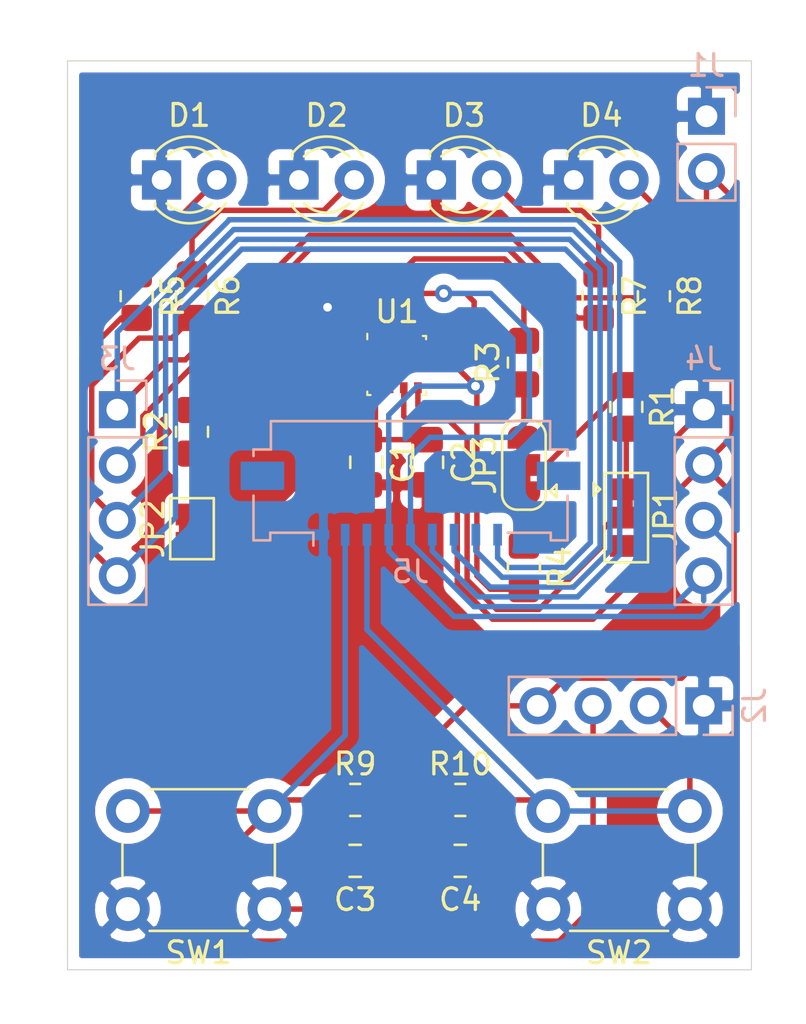
<source format=kicad_pcb>
(kicad_pcb (version 20171130) (host pcbnew "(5.1.9-0-10_14)")

  (general
    (thickness 1.6)
    (drawings 4)
    (tracks 225)
    (zones 0)
    (modules 29)
    (nets 21)
  )

  (page A4)
  (layers
    (0 F.Cu signal)
    (31 B.Cu signal)
    (32 B.Adhes user)
    (33 F.Adhes user)
    (34 B.Paste user)
    (35 F.Paste user)
    (36 B.SilkS user)
    (37 F.SilkS user)
    (38 B.Mask user)
    (39 F.Mask user)
    (40 Dwgs.User user)
    (41 Cmts.User user)
    (42 Eco1.User user)
    (43 Eco2.User user)
    (44 Edge.Cuts user)
    (45 Margin user)
    (46 B.CrtYd user)
    (47 F.CrtYd user)
    (48 B.Fab user)
    (49 F.Fab user)
  )

  (setup
    (last_trace_width 0.25)
    (trace_clearance 0.2)
    (zone_clearance 0.508)
    (zone_45_only no)
    (trace_min 0.2)
    (via_size 0.8)
    (via_drill 0.4)
    (via_min_size 0.4)
    (via_min_drill 0.3)
    (uvia_size 0.3)
    (uvia_drill 0.1)
    (uvias_allowed no)
    (uvia_min_size 0.2)
    (uvia_min_drill 0.1)
    (edge_width 0.05)
    (segment_width 0.2)
    (pcb_text_width 0.3)
    (pcb_text_size 1.5 1.5)
    (mod_edge_width 0.12)
    (mod_text_size 1 1)
    (mod_text_width 0.15)
    (pad_size 1.524 1.524)
    (pad_drill 0.762)
    (pad_to_mask_clearance 0)
    (aux_axis_origin 0 0)
    (visible_elements FFFFFF7F)
    (pcbplotparams
      (layerselection 0x010fc_ffffffff)
      (usegerberextensions false)
      (usegerberattributes true)
      (usegerberadvancedattributes true)
      (creategerberjobfile true)
      (excludeedgelayer true)
      (linewidth 0.100000)
      (plotframeref false)
      (viasonmask false)
      (mode 1)
      (useauxorigin false)
      (hpglpennumber 1)
      (hpglpenspeed 20)
      (hpglpendiameter 15.000000)
      (psnegative false)
      (psa4output false)
      (plotreference true)
      (plotvalue true)
      (plotinvisibletext false)
      (padsonsilk false)
      (subtractmaskfromsilk false)
      (outputformat 1)
      (mirror false)
      (drillshape 1)
      (scaleselection 1)
      (outputdirectory ""))
  )

  (net 0 "")
  (net 1 GND)
  (net 2 +3V3)
  (net 3 "Net-(D1-Pad2)")
  (net 4 "Net-(D2-Pad2)")
  (net 5 "Net-(D3-Pad2)")
  (net 6 "Net-(D4-Pad2)")
  (net 7 /3)
  (net 8 /6)
  (net 9 /9)
  (net 10 /11)
  (net 11 /SCL)
  (net 12 /SDA)
  (net 13 "Net-(JP1-Pad2)")
  (net 14 "Net-(JP1-Pad1)")
  (net 15 "Net-(JP2-Pad2)")
  (net 16 "Net-(R2-Pad2)")
  (net 17 "Net-(JP3-Pad3)")
  (net 18 "Net-(JP3-Pad1)")
  (net 19 /PB1)
  (net 20 /PB2)

  (net_class Default "This is the default net class."
    (clearance 0.2)
    (trace_width 0.25)
    (via_dia 0.8)
    (via_drill 0.4)
    (uvia_dia 0.3)
    (uvia_drill 0.1)
    (add_net +3V3)
    (add_net /11)
    (add_net /3)
    (add_net /6)
    (add_net /9)
    (add_net /PB1)
    (add_net /PB2)
    (add_net /SCL)
    (add_net /SDA)
    (add_net GND)
    (add_net "Net-(D1-Pad2)")
    (add_net "Net-(D2-Pad2)")
    (add_net "Net-(D3-Pad2)")
    (add_net "Net-(D4-Pad2)")
    (add_net "Net-(JP1-Pad1)")
    (add_net "Net-(JP1-Pad2)")
    (add_net "Net-(JP2-Pad2)")
    (add_net "Net-(JP3-Pad1)")
    (add_net "Net-(JP3-Pad3)")
    (add_net "Net-(R2-Pad2)")
  )

  (module Jumper:SolderJumper-3_P1.3mm_Bridged123_RoundedPad1.0x1.5mm (layer F.Cu) (tedit 60498AD1) (tstamp 604B0676)
    (at 144.526 93.726 90)
    (descr "SMD Solder 3-pad Jumper, 1x1.5mm rounded Pads, 0.3mm gap, pads 1-2 bridged with 1 copper strip")
    (tags "solder jumper open")
    (path /604AF5B9)
    (attr virtual)
    (fp_text reference JP3 (at 0 -1.8 90) (layer F.SilkS)
      (effects (font (size 1 1) (thickness 0.15)))
    )
    (fp_text value "EN I2C PULLUP" (at 0 1.9 90) (layer F.Fab)
      (effects (font (size 1 1) (thickness 0.15)))
    )
    (fp_arc (start -1.35 -0.3) (end -1.35 -1) (angle -90) (layer F.SilkS) (width 0.12))
    (fp_arc (start -1.35 0.3) (end -2.05 0.3) (angle -90) (layer F.SilkS) (width 0.12))
    (fp_arc (start 1.35 0.3) (end 1.35 1) (angle -90) (layer F.SilkS) (width 0.12))
    (fp_arc (start 1.35 -0.3) (end 2.05 -0.3) (angle -90) (layer F.SilkS) (width 0.12))
    (fp_poly (pts (xy -0.9 -0.3) (xy -0.4 -0.3) (xy -0.4 0.3) (xy -0.9 0.3)) (layer F.Cu) (width 0))
    (fp_line (start 2.3 1.25) (end -2.3 1.25) (layer F.CrtYd) (width 0.05))
    (fp_line (start 2.3 1.25) (end 2.3 -1.25) (layer F.CrtYd) (width 0.05))
    (fp_line (start -2.3 -1.25) (end -2.3 1.25) (layer F.CrtYd) (width 0.05))
    (fp_line (start -2.3 -1.25) (end 2.3 -1.25) (layer F.CrtYd) (width 0.05))
    (fp_line (start -1.4 -1) (end 1.4 -1) (layer F.SilkS) (width 0.12))
    (fp_line (start 2.05 -0.3) (end 2.05 0.3) (layer F.SilkS) (width 0.12))
    (fp_line (start 1.4 1) (end -1.4 1) (layer F.SilkS) (width 0.12))
    (fp_line (start -2.05 0.3) (end -2.05 -0.3) (layer F.SilkS) (width 0.12))
    (fp_line (start -1.2 1.2) (end -1.5 1.5) (layer F.SilkS) (width 0.12))
    (fp_line (start -1.5 1.5) (end -0.9 1.5) (layer F.SilkS) (width 0.12))
    (fp_line (start -1.2 1.2) (end -0.9 1.5) (layer F.SilkS) (width 0.12))
    (fp_poly (pts (xy 0.389 -0.346) (xy 0.889 -0.346) (xy 0.889 0.254) (xy 0.389 0.254)) (layer F.Cu) (width 0))
    (pad 1 smd custom (at -1.3 0 90) (size 1 0.5) (layers F.Cu F.Mask)
      (net 18 "Net-(JP3-Pad1)") (zone_connect 2)
      (options (clearance outline) (anchor rect))
      (primitives
        (gr_circle (center 0 0.25) (end 0.5 0.25) (width 0))
        (gr_circle (center 0 -0.25) (end 0.5 -0.25) (width 0))
        (gr_poly (pts
           (xy 0.55 -0.75) (xy 0 -0.75) (xy 0 0.75) (xy 0.55 0.75)) (width 0))
      ))
    (pad 2 smd rect (at 0 0 90) (size 1 1.5) (layers F.Cu F.Mask)
      (net 2 +3V3))
    (pad 3 smd custom (at 1.3 0 90) (size 1 0.5) (layers F.Cu F.Mask)
      (net 17 "Net-(JP3-Pad3)") (zone_connect 2)
      (options (clearance outline) (anchor rect))
      (primitives
        (gr_circle (center 0 0.25) (end 0.5 0.25) (width 0))
        (gr_circle (center 0 -0.25) (end 0.5 -0.25) (width 0))
        (gr_poly (pts
           (xy -0.55 -0.75) (xy 0 -0.75) (xy 0 0.75) (xy -0.55 0.75)) (width 0))
      ))
  )

  (module Package_LGA:Bosch_LGA-8_2.5x2.5mm_P0.65mm_ClockwisePinNumbering (layer F.Cu) (tedit 5A0FA816) (tstamp 6049E156)
    (at 138.684 89.154)
    (descr LGA-8)
    (tags "lga land grid array")
    (path /6049A70A)
    (attr smd)
    (fp_text reference U1 (at 0.015 -2.465) (layer F.SilkS)
      (effects (font (size 1 1) (thickness 0.15)))
    )
    (fp_text value BME280 (at 0.015 2.535) (layer F.Fab)
      (effects (font (size 1 1) (thickness 0.15)))
    )
    (fp_line (start -1.35 1.36) (end -1.2 1.36) (layer F.SilkS) (width 0.1))
    (fp_line (start -1.25 -0.5) (end -0.5 -1.25) (layer F.Fab) (width 0.1))
    (fp_line (start -1.35 1.35) (end -1.35 1.2) (layer F.SilkS) (width 0.1))
    (fp_line (start 1.35 1.35) (end 1.35 1.2) (layer F.SilkS) (width 0.1))
    (fp_line (start 1.35 1.35) (end 1.2 1.35) (layer F.SilkS) (width 0.1))
    (fp_line (start 1.2 -1.35) (end 1.35 -1.35) (layer F.SilkS) (width 0.1))
    (fp_line (start 1.35 -1.35) (end 1.35 -1.2) (layer F.SilkS) (width 0.1))
    (fp_line (start -1.35 -1.2) (end -1.35 -1.45) (layer F.SilkS) (width 0.1))
    (fp_line (start -1.25 1.25) (end -1.25 -0.5) (layer F.Fab) (width 0.1))
    (fp_line (start -0.5 -1.25) (end 1.25 -1.25) (layer F.Fab) (width 0.1))
    (fp_line (start 1.25 -1.25) (end 1.25 1.25) (layer F.Fab) (width 0.1))
    (fp_line (start 1.25 1.25) (end -1.25 1.25) (layer F.Fab) (width 0.1))
    (fp_line (start -1.41 1.54) (end -1.41 -1.54) (layer F.CrtYd) (width 0.05))
    (fp_line (start -1.41 -1.54) (end 1.41 -1.54) (layer F.CrtYd) (width 0.05))
    (fp_line (start 1.41 -1.54) (end 1.41 1.54) (layer F.CrtYd) (width 0.05))
    (fp_line (start 1.41 1.54) (end -1.41 1.54) (layer F.CrtYd) (width 0.05))
    (fp_text user %R (at 0 0 180) (layer F.Fab)
      (effects (font (size 0.5 0.5) (thickness 0.075)))
    )
    (pad 5 smd rect (at 0.975 1.025 90) (size 0.5 0.35) (layers F.Cu F.Paste F.Mask)
      (net 13 "Net-(JP1-Pad2)"))
    (pad 6 smd rect (at 0.325 1.025 90) (size 0.5 0.35) (layers F.Cu F.Paste F.Mask)
      (net 2 +3V3))
    (pad 7 smd rect (at -0.325 1.025 90) (size 0.5 0.35) (layers F.Cu F.Paste F.Mask)
      (net 1 GND))
    (pad 8 smd rect (at -0.975 1.025 90) (size 0.5 0.35) (layers F.Cu F.Paste F.Mask)
      (net 2 +3V3))
    (pad 1 smd rect (at -0.975 -1.025 90) (size 0.5 0.35) (layers F.Cu F.Paste F.Mask)
      (net 1 GND))
    (pad 2 smd rect (at -0.325 -1.025 90) (size 0.5 0.35) (layers F.Cu F.Paste F.Mask)
      (net 16 "Net-(R2-Pad2)"))
    (pad 3 smd rect (at 0.325 -1.025 90) (size 0.5 0.35) (layers F.Cu F.Paste F.Mask)
      (net 12 /SDA))
    (pad 4 smd rect (at 0.975 -1.025 90) (size 0.5 0.35) (layers F.Cu F.Paste F.Mask)
      (net 11 /SCL))
    (model ${KISYS3DMOD}/Package_LGA.3dshapes/Bosch_LGA-8_2.5x2.5mm_P0.65mm_ClockwisePinNumbering.wrl
      (offset (xyz 0.01500000025472259 -0.03500000059435272 0))
      (scale (xyz 1 1 1))
      (rotate (xyz 0 0 0))
    )
  )

  (module Button_Switch_THT:SW_PUSH_6mm (layer F.Cu) (tedit 5A02FE31) (tstamp 6049E139)
    (at 152.146 114.101 180)
    (descr https://www.omron.com/ecb/products/pdf/en-b3f.pdf)
    (tags "tact sw push 6mm")
    (path /6052BE51)
    (fp_text reference SW2 (at 3.25 -2) (layer F.SilkS)
      (effects (font (size 1 1) (thickness 0.15)))
    )
    (fp_text value "SW RESET" (at 3.75 6.7) (layer F.Fab)
      (effects (font (size 1 1) (thickness 0.15)))
    )
    (fp_line (start 3.25 -0.75) (end 6.25 -0.75) (layer F.Fab) (width 0.1))
    (fp_line (start 6.25 -0.75) (end 6.25 5.25) (layer F.Fab) (width 0.1))
    (fp_line (start 6.25 5.25) (end 0.25 5.25) (layer F.Fab) (width 0.1))
    (fp_line (start 0.25 5.25) (end 0.25 -0.75) (layer F.Fab) (width 0.1))
    (fp_line (start 0.25 -0.75) (end 3.25 -0.75) (layer F.Fab) (width 0.1))
    (fp_line (start 7.75 6) (end 8 6) (layer F.CrtYd) (width 0.05))
    (fp_line (start 8 6) (end 8 5.75) (layer F.CrtYd) (width 0.05))
    (fp_line (start 7.75 -1.5) (end 8 -1.5) (layer F.CrtYd) (width 0.05))
    (fp_line (start 8 -1.5) (end 8 -1.25) (layer F.CrtYd) (width 0.05))
    (fp_line (start -1.5 -1.25) (end -1.5 -1.5) (layer F.CrtYd) (width 0.05))
    (fp_line (start -1.5 -1.5) (end -1.25 -1.5) (layer F.CrtYd) (width 0.05))
    (fp_line (start -1.5 5.75) (end -1.5 6) (layer F.CrtYd) (width 0.05))
    (fp_line (start -1.5 6) (end -1.25 6) (layer F.CrtYd) (width 0.05))
    (fp_line (start -1.25 -1.5) (end 7.75 -1.5) (layer F.CrtYd) (width 0.05))
    (fp_line (start -1.5 5.75) (end -1.5 -1.25) (layer F.CrtYd) (width 0.05))
    (fp_line (start 7.75 6) (end -1.25 6) (layer F.CrtYd) (width 0.05))
    (fp_line (start 8 -1.25) (end 8 5.75) (layer F.CrtYd) (width 0.05))
    (fp_line (start 1 5.5) (end 5.5 5.5) (layer F.SilkS) (width 0.12))
    (fp_line (start -0.25 1.5) (end -0.25 3) (layer F.SilkS) (width 0.12))
    (fp_line (start 5.5 -1) (end 1 -1) (layer F.SilkS) (width 0.12))
    (fp_line (start 6.75 3) (end 6.75 1.5) (layer F.SilkS) (width 0.12))
    (fp_circle (center 3.25 2.25) (end 1.25 2.5) (layer F.Fab) (width 0.1))
    (fp_text user %R (at 3.25 2.25) (layer F.Fab)
      (effects (font (size 1 1) (thickness 0.15)))
    )
    (pad 1 thru_hole circle (at 6.5 0 270) (size 2 2) (drill 1.1) (layers *.Cu *.Mask)
      (net 1 GND))
    (pad 2 thru_hole circle (at 6.5 4.5 270) (size 2 2) (drill 1.1) (layers *.Cu *.Mask)
      (net 20 /PB2))
    (pad 1 thru_hole circle (at 0 0 270) (size 2 2) (drill 1.1) (layers *.Cu *.Mask)
      (net 1 GND))
    (pad 2 thru_hole circle (at 0 4.5 270) (size 2 2) (drill 1.1) (layers *.Cu *.Mask)
      (net 20 /PB2))
    (model ${KISYS3DMOD}/Button_Switch_THT.3dshapes/SW_PUSH_6mm.wrl
      (at (xyz 0 0 0))
      (scale (xyz 1 1 1))
      (rotate (xyz 0 0 0))
    )
  )

  (module Button_Switch_THT:SW_PUSH_6mm (layer F.Cu) (tedit 5A02FE31) (tstamp 6049E11A)
    (at 132.842 114.101 180)
    (descr https://www.omron.com/ecb/products/pdf/en-b3f.pdf)
    (tags "tact sw push 6mm")
    (path /6051FE00)
    (fp_text reference SW1 (at 3.25 -2) (layer F.SilkS)
      (effects (font (size 1 1) (thickness 0.15)))
    )
    (fp_text value "SW PROG MODE" (at 3.75 6.7) (layer F.Fab)
      (effects (font (size 1 1) (thickness 0.15)))
    )
    (fp_line (start 3.25 -0.75) (end 6.25 -0.75) (layer F.Fab) (width 0.1))
    (fp_line (start 6.25 -0.75) (end 6.25 5.25) (layer F.Fab) (width 0.1))
    (fp_line (start 6.25 5.25) (end 0.25 5.25) (layer F.Fab) (width 0.1))
    (fp_line (start 0.25 5.25) (end 0.25 -0.75) (layer F.Fab) (width 0.1))
    (fp_line (start 0.25 -0.75) (end 3.25 -0.75) (layer F.Fab) (width 0.1))
    (fp_line (start 7.75 6) (end 8 6) (layer F.CrtYd) (width 0.05))
    (fp_line (start 8 6) (end 8 5.75) (layer F.CrtYd) (width 0.05))
    (fp_line (start 7.75 -1.5) (end 8 -1.5) (layer F.CrtYd) (width 0.05))
    (fp_line (start 8 -1.5) (end 8 -1.25) (layer F.CrtYd) (width 0.05))
    (fp_line (start -1.5 -1.25) (end -1.5 -1.5) (layer F.CrtYd) (width 0.05))
    (fp_line (start -1.5 -1.5) (end -1.25 -1.5) (layer F.CrtYd) (width 0.05))
    (fp_line (start -1.5 5.75) (end -1.5 6) (layer F.CrtYd) (width 0.05))
    (fp_line (start -1.5 6) (end -1.25 6) (layer F.CrtYd) (width 0.05))
    (fp_line (start -1.25 -1.5) (end 7.75 -1.5) (layer F.CrtYd) (width 0.05))
    (fp_line (start -1.5 5.75) (end -1.5 -1.25) (layer F.CrtYd) (width 0.05))
    (fp_line (start 7.75 6) (end -1.25 6) (layer F.CrtYd) (width 0.05))
    (fp_line (start 8 -1.25) (end 8 5.75) (layer F.CrtYd) (width 0.05))
    (fp_line (start 1 5.5) (end 5.5 5.5) (layer F.SilkS) (width 0.12))
    (fp_line (start -0.25 1.5) (end -0.25 3) (layer F.SilkS) (width 0.12))
    (fp_line (start 5.5 -1) (end 1 -1) (layer F.SilkS) (width 0.12))
    (fp_line (start 6.75 3) (end 6.75 1.5) (layer F.SilkS) (width 0.12))
    (fp_circle (center 3.25 2.25) (end 1.25 2.5) (layer F.Fab) (width 0.1))
    (fp_text user %R (at 3.25 2.25) (layer F.Fab)
      (effects (font (size 1 1) (thickness 0.15)))
    )
    (pad 1 thru_hole circle (at 6.5 0 270) (size 2 2) (drill 1.1) (layers *.Cu *.Mask)
      (net 1 GND))
    (pad 2 thru_hole circle (at 6.5 4.5 270) (size 2 2) (drill 1.1) (layers *.Cu *.Mask)
      (net 19 /PB1))
    (pad 1 thru_hole circle (at 0 0 270) (size 2 2) (drill 1.1) (layers *.Cu *.Mask)
      (net 1 GND))
    (pad 2 thru_hole circle (at 0 4.5 270) (size 2 2) (drill 1.1) (layers *.Cu *.Mask)
      (net 19 /PB1))
    (model ${KISYS3DMOD}/Button_Switch_THT.3dshapes/SW_PUSH_6mm.wrl
      (at (xyz 0 0 0))
      (scale (xyz 1 1 1))
      (rotate (xyz 0 0 0))
    )
  )

  (module Resistor_SMD:R_0805_2012Metric_Pad1.20x1.40mm_HandSolder (layer F.Cu) (tedit 5F68FEEE) (tstamp 6049E0FB)
    (at 141.605 109.093)
    (descr "Resistor SMD 0805 (2012 Metric), square (rectangular) end terminal, IPC_7351 nominal with elongated pad for handsoldering. (Body size source: IPC-SM-782 page 72, https://www.pcb-3d.com/wordpress/wp-content/uploads/ipc-sm-782a_amendment_1_and_2.pdf), generated with kicad-footprint-generator")
    (tags "resistor handsolder")
    (path /6052BE7B)
    (attr smd)
    (fp_text reference R10 (at 0 -1.65) (layer F.SilkS)
      (effects (font (size 1 1) (thickness 0.15)))
    )
    (fp_text value 1k (at 0 1.65) (layer F.Fab) hide
      (effects (font (size 1 1) (thickness 0.15)))
    )
    (fp_line (start -1 0.625) (end -1 -0.625) (layer F.Fab) (width 0.1))
    (fp_line (start -1 -0.625) (end 1 -0.625) (layer F.Fab) (width 0.1))
    (fp_line (start 1 -0.625) (end 1 0.625) (layer F.Fab) (width 0.1))
    (fp_line (start 1 0.625) (end -1 0.625) (layer F.Fab) (width 0.1))
    (fp_line (start -0.227064 -0.735) (end 0.227064 -0.735) (layer F.SilkS) (width 0.12))
    (fp_line (start -0.227064 0.735) (end 0.227064 0.735) (layer F.SilkS) (width 0.12))
    (fp_line (start -1.85 0.95) (end -1.85 -0.95) (layer F.CrtYd) (width 0.05))
    (fp_line (start -1.85 -0.95) (end 1.85 -0.95) (layer F.CrtYd) (width 0.05))
    (fp_line (start 1.85 -0.95) (end 1.85 0.95) (layer F.CrtYd) (width 0.05))
    (fp_line (start 1.85 0.95) (end -1.85 0.95) (layer F.CrtYd) (width 0.05))
    (fp_text user %R (at 0 0) (layer F.Fab)
      (effects (font (size 0.5 0.5) (thickness 0.08)))
    )
    (pad 2 smd roundrect (at 1 0) (size 1.2 1.4) (layers F.Cu F.Paste F.Mask) (roundrect_rratio 0.208333)
      (net 20 /PB2))
    (pad 1 smd roundrect (at -1 0) (size 1.2 1.4) (layers F.Cu F.Paste F.Mask) (roundrect_rratio 0.208333)
      (net 2 +3V3))
    (model ${KISYS3DMOD}/Resistor_SMD.3dshapes/R_0805_2012Metric.wrl
      (at (xyz 0 0 0))
      (scale (xyz 1 1 1))
      (rotate (xyz 0 0 0))
    )
  )

  (module Resistor_SMD:R_0805_2012Metric_Pad1.20x1.40mm_HandSolder (layer F.Cu) (tedit 5F68FEEE) (tstamp 6049E0EA)
    (at 136.779 109.093 180)
    (descr "Resistor SMD 0805 (2012 Metric), square (rectangular) end terminal, IPC_7351 nominal with elongated pad for handsoldering. (Body size source: IPC-SM-782 page 72, https://www.pcb-3d.com/wordpress/wp-content/uploads/ipc-sm-782a_amendment_1_and_2.pdf), generated with kicad-footprint-generator")
    (tags "resistor handsolder")
    (path /60524F63)
    (attr smd)
    (fp_text reference R9 (at 0 1.651) (layer F.SilkS)
      (effects (font (size 1 1) (thickness 0.15)))
    )
    (fp_text value 1k (at 0 1.65) (layer F.Fab) hide
      (effects (font (size 1 1) (thickness 0.15)))
    )
    (fp_line (start -1 0.625) (end -1 -0.625) (layer F.Fab) (width 0.1))
    (fp_line (start -1 -0.625) (end 1 -0.625) (layer F.Fab) (width 0.1))
    (fp_line (start 1 -0.625) (end 1 0.625) (layer F.Fab) (width 0.1))
    (fp_line (start 1 0.625) (end -1 0.625) (layer F.Fab) (width 0.1))
    (fp_line (start -0.227064 -0.735) (end 0.227064 -0.735) (layer F.SilkS) (width 0.12))
    (fp_line (start -0.227064 0.735) (end 0.227064 0.735) (layer F.SilkS) (width 0.12))
    (fp_line (start -1.85 0.95) (end -1.85 -0.95) (layer F.CrtYd) (width 0.05))
    (fp_line (start -1.85 -0.95) (end 1.85 -0.95) (layer F.CrtYd) (width 0.05))
    (fp_line (start 1.85 -0.95) (end 1.85 0.95) (layer F.CrtYd) (width 0.05))
    (fp_line (start 1.85 0.95) (end -1.85 0.95) (layer F.CrtYd) (width 0.05))
    (fp_text user %R (at 0 0) (layer F.Fab)
      (effects (font (size 0.5 0.5) (thickness 0.08)))
    )
    (pad 2 smd roundrect (at 1 0 180) (size 1.2 1.4) (layers F.Cu F.Paste F.Mask) (roundrect_rratio 0.208333)
      (net 19 /PB1))
    (pad 1 smd roundrect (at -1 0 180) (size 1.2 1.4) (layers F.Cu F.Paste F.Mask) (roundrect_rratio 0.208333)
      (net 2 +3V3))
    (model ${KISYS3DMOD}/Resistor_SMD.3dshapes/R_0805_2012Metric.wrl
      (at (xyz 0 0 0))
      (scale (xyz 1 1 1))
      (rotate (xyz 0 0 0))
    )
  )

  (module Resistor_SMD:R_0805_2012Metric_Pad1.20x1.40mm_HandSolder (layer F.Cu) (tedit 5F68FEEE) (tstamp 6049E0D9)
    (at 150.495 85.979 270)
    (descr "Resistor SMD 0805 (2012 Metric), square (rectangular) end terminal, IPC_7351 nominal with elongated pad for handsoldering. (Body size source: IPC-SM-782 page 72, https://www.pcb-3d.com/wordpress/wp-content/uploads/ipc-sm-782a_amendment_1_and_2.pdf), generated with kicad-footprint-generator")
    (tags "resistor handsolder")
    (path /60504A9F)
    (attr smd)
    (fp_text reference R8 (at 0 -1.65 90) (layer F.SilkS)
      (effects (font (size 1 1) (thickness 0.15)))
    )
    (fp_text value 220R (at 0 1.65 90) (layer F.Fab)
      (effects (font (size 1 1) (thickness 0.15)))
    )
    (fp_line (start -1 0.625) (end -1 -0.625) (layer F.Fab) (width 0.1))
    (fp_line (start -1 -0.625) (end 1 -0.625) (layer F.Fab) (width 0.1))
    (fp_line (start 1 -0.625) (end 1 0.625) (layer F.Fab) (width 0.1))
    (fp_line (start 1 0.625) (end -1 0.625) (layer F.Fab) (width 0.1))
    (fp_line (start -0.227064 -0.735) (end 0.227064 -0.735) (layer F.SilkS) (width 0.12))
    (fp_line (start -0.227064 0.735) (end 0.227064 0.735) (layer F.SilkS) (width 0.12))
    (fp_line (start -1.85 0.95) (end -1.85 -0.95) (layer F.CrtYd) (width 0.05))
    (fp_line (start -1.85 -0.95) (end 1.85 -0.95) (layer F.CrtYd) (width 0.05))
    (fp_line (start 1.85 -0.95) (end 1.85 0.95) (layer F.CrtYd) (width 0.05))
    (fp_line (start 1.85 0.95) (end -1.85 0.95) (layer F.CrtYd) (width 0.05))
    (fp_text user %R (at 0 0 90) (layer F.Fab)
      (effects (font (size 0.5 0.5) (thickness 0.08)))
    )
    (pad 2 smd roundrect (at 1 0 270) (size 1.2 1.4) (layers F.Cu F.Paste F.Mask) (roundrect_rratio 0.208333)
      (net 10 /11))
    (pad 1 smd roundrect (at -1 0 270) (size 1.2 1.4) (layers F.Cu F.Paste F.Mask) (roundrect_rratio 0.208333)
      (net 6 "Net-(D4-Pad2)"))
    (model ${KISYS3DMOD}/Resistor_SMD.3dshapes/R_0805_2012Metric.wrl
      (at (xyz 0 0 0))
      (scale (xyz 1 1 1))
      (rotate (xyz 0 0 0))
    )
  )

  (module Resistor_SMD:R_0805_2012Metric_Pad1.20x1.40mm_HandSolder (layer F.Cu) (tedit 5F68FEEE) (tstamp 6049E0C8)
    (at 147.955 85.979 270)
    (descr "Resistor SMD 0805 (2012 Metric), square (rectangular) end terminal, IPC_7351 nominal with elongated pad for handsoldering. (Body size source: IPC-SM-782 page 72, https://www.pcb-3d.com/wordpress/wp-content/uploads/ipc-sm-782a_amendment_1_and_2.pdf), generated with kicad-footprint-generator")
    (tags "resistor handsolder")
    (path /605045F1)
    (attr smd)
    (fp_text reference R7 (at 0 -1.65 90) (layer F.SilkS)
      (effects (font (size 1 1) (thickness 0.15)))
    )
    (fp_text value 220R (at 0 1.65 90) (layer F.Fab)
      (effects (font (size 1 1) (thickness 0.15)))
    )
    (fp_line (start -1 0.625) (end -1 -0.625) (layer F.Fab) (width 0.1))
    (fp_line (start -1 -0.625) (end 1 -0.625) (layer F.Fab) (width 0.1))
    (fp_line (start 1 -0.625) (end 1 0.625) (layer F.Fab) (width 0.1))
    (fp_line (start 1 0.625) (end -1 0.625) (layer F.Fab) (width 0.1))
    (fp_line (start -0.227064 -0.735) (end 0.227064 -0.735) (layer F.SilkS) (width 0.12))
    (fp_line (start -0.227064 0.735) (end 0.227064 0.735) (layer F.SilkS) (width 0.12))
    (fp_line (start -1.85 0.95) (end -1.85 -0.95) (layer F.CrtYd) (width 0.05))
    (fp_line (start -1.85 -0.95) (end 1.85 -0.95) (layer F.CrtYd) (width 0.05))
    (fp_line (start 1.85 -0.95) (end 1.85 0.95) (layer F.CrtYd) (width 0.05))
    (fp_line (start 1.85 0.95) (end -1.85 0.95) (layer F.CrtYd) (width 0.05))
    (fp_text user %R (at 0 0 90) (layer F.Fab)
      (effects (font (size 0.5 0.5) (thickness 0.08)))
    )
    (pad 2 smd roundrect (at 1 0 270) (size 1.2 1.4) (layers F.Cu F.Paste F.Mask) (roundrect_rratio 0.208333)
      (net 9 /9))
    (pad 1 smd roundrect (at -1 0 270) (size 1.2 1.4) (layers F.Cu F.Paste F.Mask) (roundrect_rratio 0.208333)
      (net 5 "Net-(D3-Pad2)"))
    (model ${KISYS3DMOD}/Resistor_SMD.3dshapes/R_0805_2012Metric.wrl
      (at (xyz 0 0 0))
      (scale (xyz 1 1 1))
      (rotate (xyz 0 0 0))
    )
  )

  (module Resistor_SMD:R_0805_2012Metric_Pad1.20x1.40mm_HandSolder (layer F.Cu) (tedit 5F68FEEE) (tstamp 6049E0B7)
    (at 129.286 85.979 270)
    (descr "Resistor SMD 0805 (2012 Metric), square (rectangular) end terminal, IPC_7351 nominal with elongated pad for handsoldering. (Body size source: IPC-SM-782 page 72, https://www.pcb-3d.com/wordpress/wp-content/uploads/ipc-sm-782a_amendment_1_and_2.pdf), generated with kicad-footprint-generator")
    (tags "resistor handsolder")
    (path /60503C23)
    (attr smd)
    (fp_text reference R6 (at 0 -1.65 90) (layer F.SilkS)
      (effects (font (size 1 1) (thickness 0.15)))
    )
    (fp_text value 220R (at 0 1.65 90) (layer F.Fab)
      (effects (font (size 1 1) (thickness 0.15)))
    )
    (fp_line (start -1 0.625) (end -1 -0.625) (layer F.Fab) (width 0.1))
    (fp_line (start -1 -0.625) (end 1 -0.625) (layer F.Fab) (width 0.1))
    (fp_line (start 1 -0.625) (end 1 0.625) (layer F.Fab) (width 0.1))
    (fp_line (start 1 0.625) (end -1 0.625) (layer F.Fab) (width 0.1))
    (fp_line (start -0.227064 -0.735) (end 0.227064 -0.735) (layer F.SilkS) (width 0.12))
    (fp_line (start -0.227064 0.735) (end 0.227064 0.735) (layer F.SilkS) (width 0.12))
    (fp_line (start -1.85 0.95) (end -1.85 -0.95) (layer F.CrtYd) (width 0.05))
    (fp_line (start -1.85 -0.95) (end 1.85 -0.95) (layer F.CrtYd) (width 0.05))
    (fp_line (start 1.85 -0.95) (end 1.85 0.95) (layer F.CrtYd) (width 0.05))
    (fp_line (start 1.85 0.95) (end -1.85 0.95) (layer F.CrtYd) (width 0.05))
    (fp_text user %R (at 0 0 90) (layer F.Fab)
      (effects (font (size 0.5 0.5) (thickness 0.08)))
    )
    (pad 2 smd roundrect (at 1 0 270) (size 1.2 1.4) (layers F.Cu F.Paste F.Mask) (roundrect_rratio 0.208333)
      (net 8 /6))
    (pad 1 smd roundrect (at -1 0 270) (size 1.2 1.4) (layers F.Cu F.Paste F.Mask) (roundrect_rratio 0.208333)
      (net 4 "Net-(D2-Pad2)"))
    (model ${KISYS3DMOD}/Resistor_SMD.3dshapes/R_0805_2012Metric.wrl
      (at (xyz 0 0 0))
      (scale (xyz 1 1 1))
      (rotate (xyz 0 0 0))
    )
  )

  (module Resistor_SMD:R_0805_2012Metric_Pad1.20x1.40mm_HandSolder (layer F.Cu) (tedit 5F68FEEE) (tstamp 6049E0A6)
    (at 126.746 85.979 270)
    (descr "Resistor SMD 0805 (2012 Metric), square (rectangular) end terminal, IPC_7351 nominal with elongated pad for handsoldering. (Body size source: IPC-SM-782 page 72, https://www.pcb-3d.com/wordpress/wp-content/uploads/ipc-sm-782a_amendment_1_and_2.pdf), generated with kicad-footprint-generator")
    (tags "resistor handsolder")
    (path /60503125)
    (attr smd)
    (fp_text reference R5 (at 0 -1.65 90) (layer F.SilkS)
      (effects (font (size 1 1) (thickness 0.15)))
    )
    (fp_text value 220R (at 0 1.65 90) (layer F.Fab)
      (effects (font (size 1 1) (thickness 0.15)))
    )
    (fp_line (start -1 0.625) (end -1 -0.625) (layer F.Fab) (width 0.1))
    (fp_line (start -1 -0.625) (end 1 -0.625) (layer F.Fab) (width 0.1))
    (fp_line (start 1 -0.625) (end 1 0.625) (layer F.Fab) (width 0.1))
    (fp_line (start 1 0.625) (end -1 0.625) (layer F.Fab) (width 0.1))
    (fp_line (start -0.227064 -0.735) (end 0.227064 -0.735) (layer F.SilkS) (width 0.12))
    (fp_line (start -0.227064 0.735) (end 0.227064 0.735) (layer F.SilkS) (width 0.12))
    (fp_line (start -1.85 0.95) (end -1.85 -0.95) (layer F.CrtYd) (width 0.05))
    (fp_line (start -1.85 -0.95) (end 1.85 -0.95) (layer F.CrtYd) (width 0.05))
    (fp_line (start 1.85 -0.95) (end 1.85 0.95) (layer F.CrtYd) (width 0.05))
    (fp_line (start 1.85 0.95) (end -1.85 0.95) (layer F.CrtYd) (width 0.05))
    (fp_text user %R (at 0 0 90) (layer F.Fab)
      (effects (font (size 0.5 0.5) (thickness 0.08)))
    )
    (pad 2 smd roundrect (at 1 0 270) (size 1.2 1.4) (layers F.Cu F.Paste F.Mask) (roundrect_rratio 0.208333)
      (net 7 /3))
    (pad 1 smd roundrect (at -1 0 270) (size 1.2 1.4) (layers F.Cu F.Paste F.Mask) (roundrect_rratio 0.208333)
      (net 3 "Net-(D1-Pad2)"))
    (model ${KISYS3DMOD}/Resistor_SMD.3dshapes/R_0805_2012Metric.wrl
      (at (xyz 0 0 0))
      (scale (xyz 1 1 1))
      (rotate (xyz 0 0 0))
    )
  )

  (module Resistor_SMD:R_0805_2012Metric_Pad1.20x1.40mm_HandSolder (layer F.Cu) (tedit 5F68FEEE) (tstamp 6049E095)
    (at 144.526 98.425 270)
    (descr "Resistor SMD 0805 (2012 Metric), square (rectangular) end terminal, IPC_7351 nominal with elongated pad for handsoldering. (Body size source: IPC-SM-782 page 72, https://www.pcb-3d.com/wordpress/wp-content/uploads/ipc-sm-782a_amendment_1_and_2.pdf), generated with kicad-footprint-generator")
    (tags "resistor handsolder")
    (path /604ADBDF)
    (attr smd)
    (fp_text reference R4 (at 0 -1.65 90) (layer F.SilkS)
      (effects (font (size 1 1) (thickness 0.15)))
    )
    (fp_text value 4k7 (at 0 1.65 90) (layer F.Fab)
      (effects (font (size 1 1) (thickness 0.15)))
    )
    (fp_line (start -1 0.625) (end -1 -0.625) (layer F.Fab) (width 0.1))
    (fp_line (start -1 -0.625) (end 1 -0.625) (layer F.Fab) (width 0.1))
    (fp_line (start 1 -0.625) (end 1 0.625) (layer F.Fab) (width 0.1))
    (fp_line (start 1 0.625) (end -1 0.625) (layer F.Fab) (width 0.1))
    (fp_line (start -0.227064 -0.735) (end 0.227064 -0.735) (layer F.SilkS) (width 0.12))
    (fp_line (start -0.227064 0.735) (end 0.227064 0.735) (layer F.SilkS) (width 0.12))
    (fp_line (start -1.85 0.95) (end -1.85 -0.95) (layer F.CrtYd) (width 0.05))
    (fp_line (start -1.85 -0.95) (end 1.85 -0.95) (layer F.CrtYd) (width 0.05))
    (fp_line (start 1.85 -0.95) (end 1.85 0.95) (layer F.CrtYd) (width 0.05))
    (fp_line (start 1.85 0.95) (end -1.85 0.95) (layer F.CrtYd) (width 0.05))
    (fp_text user %R (at 0 0 90) (layer F.Fab)
      (effects (font (size 0.5 0.5) (thickness 0.08)))
    )
    (pad 2 smd roundrect (at 1 0 270) (size 1.2 1.4) (layers F.Cu F.Paste F.Mask) (roundrect_rratio 0.208333)
      (net 12 /SDA))
    (pad 1 smd roundrect (at -1 0 270) (size 1.2 1.4) (layers F.Cu F.Paste F.Mask) (roundrect_rratio 0.208333)
      (net 18 "Net-(JP3-Pad1)"))
    (model ${KISYS3DMOD}/Resistor_SMD.3dshapes/R_0805_2012Metric.wrl
      (at (xyz 0 0 0))
      (scale (xyz 1 1 1))
      (rotate (xyz 0 0 0))
    )
  )

  (module Resistor_SMD:R_0805_2012Metric_Pad1.20x1.40mm_HandSolder (layer F.Cu) (tedit 5F68FEEE) (tstamp 6049E084)
    (at 144.526 89.027 90)
    (descr "Resistor SMD 0805 (2012 Metric), square (rectangular) end terminal, IPC_7351 nominal with elongated pad for handsoldering. (Body size source: IPC-SM-782 page 72, https://www.pcb-3d.com/wordpress/wp-content/uploads/ipc-sm-782a_amendment_1_and_2.pdf), generated with kicad-footprint-generator")
    (tags "resistor handsolder")
    (path /604AD576)
    (attr smd)
    (fp_text reference R3 (at 0 -1.65 90) (layer F.SilkS)
      (effects (font (size 1 1) (thickness 0.15)))
    )
    (fp_text value 4k7 (at 0 1.65 90) (layer F.Fab)
      (effects (font (size 1 1) (thickness 0.15)))
    )
    (fp_line (start -1 0.625) (end -1 -0.625) (layer F.Fab) (width 0.1))
    (fp_line (start -1 -0.625) (end 1 -0.625) (layer F.Fab) (width 0.1))
    (fp_line (start 1 -0.625) (end 1 0.625) (layer F.Fab) (width 0.1))
    (fp_line (start 1 0.625) (end -1 0.625) (layer F.Fab) (width 0.1))
    (fp_line (start -0.227064 -0.735) (end 0.227064 -0.735) (layer F.SilkS) (width 0.12))
    (fp_line (start -0.227064 0.735) (end 0.227064 0.735) (layer F.SilkS) (width 0.12))
    (fp_line (start -1.85 0.95) (end -1.85 -0.95) (layer F.CrtYd) (width 0.05))
    (fp_line (start -1.85 -0.95) (end 1.85 -0.95) (layer F.CrtYd) (width 0.05))
    (fp_line (start 1.85 -0.95) (end 1.85 0.95) (layer F.CrtYd) (width 0.05))
    (fp_line (start 1.85 0.95) (end -1.85 0.95) (layer F.CrtYd) (width 0.05))
    (fp_text user %R (at 0 0 90) (layer F.Fab)
      (effects (font (size 0.5 0.5) (thickness 0.08)))
    )
    (pad 2 smd roundrect (at 1 0 90) (size 1.2 1.4) (layers F.Cu F.Paste F.Mask) (roundrect_rratio 0.208333)
      (net 11 /SCL))
    (pad 1 smd roundrect (at -1 0 90) (size 1.2 1.4) (layers F.Cu F.Paste F.Mask) (roundrect_rratio 0.208333)
      (net 17 "Net-(JP3-Pad3)"))
    (model ${KISYS3DMOD}/Resistor_SMD.3dshapes/R_0805_2012Metric.wrl
      (at (xyz 0 0 0))
      (scale (xyz 1 1 1))
      (rotate (xyz 0 0 0))
    )
  )

  (module Resistor_SMD:R_0805_2012Metric_Pad1.20x1.40mm_HandSolder (layer F.Cu) (tedit 5F68FEEE) (tstamp 6049E073)
    (at 129.286 92.202 90)
    (descr "Resistor SMD 0805 (2012 Metric), square (rectangular) end terminal, IPC_7351 nominal with elongated pad for handsoldering. (Body size source: IPC-SM-782 page 72, https://www.pcb-3d.com/wordpress/wp-content/uploads/ipc-sm-782a_amendment_1_and_2.pdf), generated with kicad-footprint-generator")
    (tags "resistor handsolder")
    (path /604A7D26)
    (attr smd)
    (fp_text reference R2 (at 0 -1.65 90) (layer F.SilkS)
      (effects (font (size 1 1) (thickness 0.15)))
    )
    (fp_text value 4k7 (at 0 1.65 90) (layer F.Fab)
      (effects (font (size 1 1) (thickness 0.15)))
    )
    (fp_line (start -1 0.625) (end -1 -0.625) (layer F.Fab) (width 0.1))
    (fp_line (start -1 -0.625) (end 1 -0.625) (layer F.Fab) (width 0.1))
    (fp_line (start 1 -0.625) (end 1 0.625) (layer F.Fab) (width 0.1))
    (fp_line (start 1 0.625) (end -1 0.625) (layer F.Fab) (width 0.1))
    (fp_line (start -0.227064 -0.735) (end 0.227064 -0.735) (layer F.SilkS) (width 0.12))
    (fp_line (start -0.227064 0.735) (end 0.227064 0.735) (layer F.SilkS) (width 0.12))
    (fp_line (start -1.85 0.95) (end -1.85 -0.95) (layer F.CrtYd) (width 0.05))
    (fp_line (start -1.85 -0.95) (end 1.85 -0.95) (layer F.CrtYd) (width 0.05))
    (fp_line (start 1.85 -0.95) (end 1.85 0.95) (layer F.CrtYd) (width 0.05))
    (fp_line (start 1.85 0.95) (end -1.85 0.95) (layer F.CrtYd) (width 0.05))
    (fp_text user %R (at 0 0 90) (layer F.Fab)
      (effects (font (size 0.5 0.5) (thickness 0.08)))
    )
    (pad 2 smd roundrect (at 1 0 90) (size 1.2 1.4) (layers F.Cu F.Paste F.Mask) (roundrect_rratio 0.208333)
      (net 16 "Net-(R2-Pad2)"))
    (pad 1 smd roundrect (at -1 0 90) (size 1.2 1.4) (layers F.Cu F.Paste F.Mask) (roundrect_rratio 0.208333)
      (net 15 "Net-(JP2-Pad2)"))
    (model ${KISYS3DMOD}/Resistor_SMD.3dshapes/R_0805_2012Metric.wrl
      (at (xyz 0 0 0))
      (scale (xyz 1 1 1))
      (rotate (xyz 0 0 0))
    )
  )

  (module Resistor_SMD:R_0805_2012Metric_Pad1.20x1.40mm_HandSolder (layer F.Cu) (tedit 5F68FEEE) (tstamp 604A3A45)
    (at 149.225 91.059 270)
    (descr "Resistor SMD 0805 (2012 Metric), square (rectangular) end terminal, IPC_7351 nominal with elongated pad for handsoldering. (Body size source: IPC-SM-782 page 72, https://www.pcb-3d.com/wordpress/wp-content/uploads/ipc-sm-782a_amendment_1_and_2.pdf), generated with kicad-footprint-generator")
    (tags "resistor handsolder")
    (path /604A183A)
    (attr smd)
    (fp_text reference R1 (at 0 -1.65 90) (layer F.SilkS)
      (effects (font (size 1 1) (thickness 0.15)))
    )
    (fp_text value 4k7 (at 0 1.65 90) (layer F.Fab)
      (effects (font (size 1 1) (thickness 0.15)))
    )
    (fp_line (start -1 0.625) (end -1 -0.625) (layer F.Fab) (width 0.1))
    (fp_line (start -1 -0.625) (end 1 -0.625) (layer F.Fab) (width 0.1))
    (fp_line (start 1 -0.625) (end 1 0.625) (layer F.Fab) (width 0.1))
    (fp_line (start 1 0.625) (end -1 0.625) (layer F.Fab) (width 0.1))
    (fp_line (start -0.227064 -0.735) (end 0.227064 -0.735) (layer F.SilkS) (width 0.12))
    (fp_line (start -0.227064 0.735) (end 0.227064 0.735) (layer F.SilkS) (width 0.12))
    (fp_line (start -1.85 0.95) (end -1.85 -0.95) (layer F.CrtYd) (width 0.05))
    (fp_line (start -1.85 -0.95) (end 1.85 -0.95) (layer F.CrtYd) (width 0.05))
    (fp_line (start 1.85 -0.95) (end 1.85 0.95) (layer F.CrtYd) (width 0.05))
    (fp_line (start 1.85 0.95) (end -1.85 0.95) (layer F.CrtYd) (width 0.05))
    (fp_text user %R (at 0 0 90) (layer F.Fab)
      (effects (font (size 0.5 0.5) (thickness 0.08)))
    )
    (pad 2 smd roundrect (at 1 0 270) (size 1.2 1.4) (layers F.Cu F.Paste F.Mask) (roundrect_rratio 0.208333)
      (net 14 "Net-(JP1-Pad1)"))
    (pad 1 smd roundrect (at -1 0 270) (size 1.2 1.4) (layers F.Cu F.Paste F.Mask) (roundrect_rratio 0.208333)
      (net 2 +3V3))
    (model ${KISYS3DMOD}/Resistor_SMD.3dshapes/R_0805_2012Metric.wrl
      (at (xyz 0 0 0))
      (scale (xyz 1 1 1))
      (rotate (xyz 0 0 0))
    )
  )

  (module Jumper:SolderJumper-2_P1.3mm_Bridged2Bar_Pad1.0x1.5mm (layer F.Cu) (tedit 5C756A82) (tstamp 6049E051)
    (at 129.286 96.647 90)
    (descr "SMD Solder Jumper, 1x1.5mm Pads, 0.3mm gap, bridged with 2 copper strips")
    (tags "solder jumper open")
    (path /604AA918)
    (attr virtual)
    (fp_text reference JP2 (at 0 -1.8 90) (layer F.SilkS)
      (effects (font (size 1 1) (thickness 0.15)))
    )
    (fp_text value "EN I2C MODE" (at 0 1.9 90) (layer F.Fab)
      (effects (font (size 1 1) (thickness 0.15)))
    )
    (fp_line (start -1.4 1) (end -1.4 -1) (layer F.SilkS) (width 0.12))
    (fp_line (start 1.4 1) (end -1.4 1) (layer F.SilkS) (width 0.12))
    (fp_line (start 1.4 -1) (end 1.4 1) (layer F.SilkS) (width 0.12))
    (fp_line (start -1.4 -1) (end 1.4 -1) (layer F.SilkS) (width 0.12))
    (fp_line (start -1.65 -1.25) (end 1.65 -1.25) (layer F.CrtYd) (width 0.05))
    (fp_line (start -1.65 -1.25) (end -1.65 1.25) (layer F.CrtYd) (width 0.05))
    (fp_line (start 1.65 1.25) (end 1.65 -1.25) (layer F.CrtYd) (width 0.05))
    (fp_line (start 1.65 1.25) (end -1.65 1.25) (layer F.CrtYd) (width 0.05))
    (fp_poly (pts (xy -0.25 0.2) (xy 0.25 0.2) (xy 0.25 0.6) (xy -0.25 0.6)) (layer F.Cu) (width 0))
    (fp_poly (pts (xy -0.25 -0.6) (xy 0.25 -0.6) (xy 0.25 -0.2) (xy -0.25 -0.2)) (layer F.Cu) (width 0))
    (pad 2 smd rect (at 0.65 0 90) (size 1 1.5) (layers F.Cu F.Mask)
      (net 15 "Net-(JP2-Pad2)"))
    (pad 1 smd rect (at -0.65 0 90) (size 1 1.5) (layers F.Cu F.Mask)
      (net 2 +3V3))
  )

  (module Jumper:SolderJumper-3_P1.3mm_Bridged12_Pad1.0x1.5mm (layer F.Cu) (tedit 5C756B4C) (tstamp 6049E041)
    (at 149.225 96.139 270)
    (descr "SMD Solder 3-pad Jumper, 1x1.5mm Pads, 0.3mm gap, pads 1-2 bridged with 1 copper strip")
    (tags "solder jumper open")
    (path /6049F73F)
    (attr virtual)
    (fp_text reference JP1 (at 0 -1.8 90) (layer F.SilkS)
      (effects (font (size 1 1) (thickness 0.15)))
    )
    (fp_text value "EN ADR PULLUP" (at 0 2 90) (layer F.Fab)
      (effects (font (size 1 1) (thickness 0.15)))
    )
    (fp_line (start -1.3 1.2) (end -1 1.5) (layer F.SilkS) (width 0.12))
    (fp_line (start -1.6 1.5) (end -1 1.5) (layer F.SilkS) (width 0.12))
    (fp_line (start -1.3 1.2) (end -1.6 1.5) (layer F.SilkS) (width 0.12))
    (fp_line (start -2.05 1) (end -2.05 -1) (layer F.SilkS) (width 0.12))
    (fp_line (start 2.05 1) (end -2.05 1) (layer F.SilkS) (width 0.12))
    (fp_line (start 2.05 -1) (end 2.05 1) (layer F.SilkS) (width 0.12))
    (fp_line (start -2.05 -1) (end 2.05 -1) (layer F.SilkS) (width 0.12))
    (fp_line (start -2.3 -1.25) (end 2.3 -1.25) (layer F.CrtYd) (width 0.05))
    (fp_line (start -2.3 -1.25) (end -2.3 1.25) (layer F.CrtYd) (width 0.05))
    (fp_line (start 2.3 1.25) (end 2.3 -1.25) (layer F.CrtYd) (width 0.05))
    (fp_line (start 2.3 1.25) (end -2.3 1.25) (layer F.CrtYd) (width 0.05))
    (fp_poly (pts (xy -0.9 -0.3) (xy -0.4 -0.3) (xy -0.4 0.3) (xy -0.9 0.3)) (layer F.Cu) (width 0))
    (pad 2 smd rect (at 0 0 270) (size 1 1.5) (layers F.Cu F.Mask)
      (net 13 "Net-(JP1-Pad2)"))
    (pad 3 smd rect (at 1.3 0 270) (size 1 1.5) (layers F.Cu F.Mask)
      (net 1 GND))
    (pad 1 smd rect (at -1.3 0 270) (size 1 1.5) (layers F.Cu F.Mask)
      (net 14 "Net-(JP1-Pad1)"))
  )

  (module Connector_FFC-FPC:Molex_200528-0090_1x09-1MP_P1.00mm_Horizontal locked (layer B.Cu) (tedit 5C60BCA5) (tstamp 6049E79D)
    (at 139.319 96.012)
    (descr "Molex Molex 1.00mm Pitch Easy-On BackFlip, Right-Angle, Bottom Contact FFC/FPC, 200528-0090, 9 Circuits (https://www.molex.com/pdm_docs/sd/2005280090_sd.pdf), generated with kicad-footprint-generator")
    (tags "connector Molex  top entry")
    (path /6056F7B9)
    (attr smd)
    (fp_text reference J5 (at 0 2.61) (layer B.SilkS)
      (effects (font (size 1 1) (thickness 0.15)) (justify mirror))
    )
    (fp_text value "J Flex Jumper to Teensy" (at 0 -5.39) (layer B.Fab)
      (effects (font (size 1 1) (thickness 0.15)) (justify mirror))
    )
    (fp_line (start 6.55 1.06) (end 6.55 0.71) (layer B.Fab) (width 0.1))
    (fp_line (start 6.55 0.71) (end -6.55 0.71) (layer B.Fab) (width 0.1))
    (fp_line (start -6.55 0.71) (end -6.55 1.06) (layer B.Fab) (width 0.1))
    (fp_line (start -6.55 1.06) (end -7.1 1.06) (layer B.Fab) (width 0.1))
    (fp_line (start -7.1 1.06) (end -7.1 -2.89) (layer B.Fab) (width 0.1))
    (fp_line (start -7.1 -2.89) (end 7.1 -2.89) (layer B.Fab) (width 0.1))
    (fp_line (start 7.1 -2.89) (end 7.1 1.06) (layer B.Fab) (width 0.1))
    (fp_line (start 7.1 1.06) (end 6.55 1.06) (layer B.Fab) (width 0.1))
    (fp_line (start -4.5 0.71) (end -4 -0.04) (layer B.Fab) (width 0.1))
    (fp_line (start -4 -0.04) (end -3.5 0.71) (layer B.Fab) (width 0.1))
    (fp_line (start 6.3 -0.19) (end -6.3 -0.19) (layer B.Fab) (width 0.1))
    (fp_line (start -6.3 -0.19) (end -6.3 -4.19) (layer B.Fab) (width 0.1))
    (fp_line (start -6.3 -4.19) (end 6.3 -4.19) (layer B.Fab) (width 0.1))
    (fp_line (start 6.3 -4.19) (end 6.3 -0.19) (layer B.Fab) (width 0.1))
    (fp_line (start -4.46 1.41) (end -4.46 0.82) (layer B.SilkS) (width 0.12))
    (fp_line (start -4.46 0.82) (end -6.44 0.82) (layer B.SilkS) (width 0.12))
    (fp_line (start -6.44 0.82) (end -6.44 1.17) (layer B.SilkS) (width 0.12))
    (fp_line (start -6.44 1.17) (end -7.21 1.17) (layer B.SilkS) (width 0.12))
    (fp_line (start -7.21 1.17) (end -7.21 -0.88) (layer B.SilkS) (width 0.12))
    (fp_line (start -7.21 -2.7) (end -7.21 -3) (layer B.SilkS) (width 0.12))
    (fp_line (start -7.21 -3) (end -6.41 -3) (layer B.SilkS) (width 0.12))
    (fp_line (start -6.41 -3) (end -6.41 -4.3) (layer B.SilkS) (width 0.12))
    (fp_line (start -6.41 -4.3) (end 6.41 -4.3) (layer B.SilkS) (width 0.12))
    (fp_line (start 6.41 -4.3) (end 6.41 -3) (layer B.SilkS) (width 0.12))
    (fp_line (start 6.41 -3) (end 7.21 -3) (layer B.SilkS) (width 0.12))
    (fp_line (start 7.21 -3) (end 7.21 -2.7) (layer B.SilkS) (width 0.12))
    (fp_line (start 7.21 -0.88) (end 7.21 1.17) (layer B.SilkS) (width 0.12))
    (fp_line (start 7.21 1.17) (end 6.44 1.17) (layer B.SilkS) (width 0.12))
    (fp_line (start 6.44 1.17) (end 6.44 0.82) (layer B.SilkS) (width 0.12))
    (fp_line (start 6.44 0.82) (end 4.46 0.82) (layer B.SilkS) (width 0.12))
    (fp_line (start -8.3 1.91) (end -8.3 -4.69) (layer B.CrtYd) (width 0.05))
    (fp_line (start -8.3 -4.69) (end 8.3 -4.69) (layer B.CrtYd) (width 0.05))
    (fp_line (start 8.3 -4.69) (end 8.3 1.91) (layer B.CrtYd) (width 0.05))
    (fp_line (start 8.3 1.91) (end -8.3 1.91) (layer B.CrtYd) (width 0.05))
    (fp_text user %R (at 0 -1.39) (layer B.Fab)
      (effects (font (size 1 1) (thickness 0.15)) (justify mirror))
    )
    (pad 9 smd rect (at 4 0.91) (size 0.4 1) (layers B.Cu B.Paste B.Mask)
      (net 7 /3))
    (pad 8 smd rect (at 3 0.91) (size 0.4 1) (layers B.Cu B.Paste B.Mask)
      (net 8 /6))
    (pad 7 smd rect (at 2 0.91) (size 0.4 1) (layers B.Cu B.Paste B.Mask)
      (net 9 /9))
    (pad 6 smd rect (at 1 0.91) (size 0.4 1) (layers B.Cu B.Paste B.Mask)
      (net 10 /11))
    (pad 5 smd rect (at 0 0.91) (size 0.4 1) (layers B.Cu B.Paste B.Mask)
      (net 11 /SCL))
    (pad 4 smd rect (at -1 0.91) (size 0.4 1) (layers B.Cu B.Paste B.Mask)
      (net 12 /SDA))
    (pad 3 smd rect (at -2 0.91) (size 0.4 1) (layers B.Cu B.Paste B.Mask)
      (net 20 /PB2))
    (pad 2 smd rect (at -3 0.91) (size 0.4 1) (layers B.Cu B.Paste B.Mask)
      (net 19 /PB1))
    (pad 1 smd rect (at -4 0.91) (size 0.4 1) (layers B.Cu B.Paste B.Mask)
      (net 1 GND))
    (pad MP smd rect (at 6.8 -1.79) (size 2 1.3) (layers B.Cu B.Paste B.Mask))
    (pad MP smd rect (at -6.8 -1.79) (size 2 1.3) (layers B.Cu B.Paste B.Mask))
    (model ${KISYS3DMOD}/Connector_FFC-FPC.3dshapes/Molex_200528-0090_1x09-1MP_P1.00mm_Horizontal.wrl
      (at (xyz 0 0 0))
      (scale (xyz 1 1 1))
      (rotate (xyz 0 0 0))
    )
  )

  (module Connector_PinHeader_2.54mm:PinHeader_1x04_P2.54mm_Vertical (layer B.Cu) (tedit 59FED5CC) (tstamp 6049DFFC)
    (at 152.781 91.186 180)
    (descr "Through hole straight pin header, 1x04, 2.54mm pitch, single row")
    (tags "Through hole pin header THT 1x04 2.54mm single row")
    (path /605A44E9)
    (fp_text reference J4 (at 0 2.33) (layer B.SilkS)
      (effects (font (size 1 1) (thickness 0.15)) (justify mirror))
    )
    (fp_text value "J I2C" (at 0 -9.95) (layer B.Fab)
      (effects (font (size 1 1) (thickness 0.15)) (justify mirror))
    )
    (fp_line (start -0.635 1.27) (end 1.27 1.27) (layer B.Fab) (width 0.1))
    (fp_line (start 1.27 1.27) (end 1.27 -8.89) (layer B.Fab) (width 0.1))
    (fp_line (start 1.27 -8.89) (end -1.27 -8.89) (layer B.Fab) (width 0.1))
    (fp_line (start -1.27 -8.89) (end -1.27 0.635) (layer B.Fab) (width 0.1))
    (fp_line (start -1.27 0.635) (end -0.635 1.27) (layer B.Fab) (width 0.1))
    (fp_line (start -1.33 -8.95) (end 1.33 -8.95) (layer B.SilkS) (width 0.12))
    (fp_line (start -1.33 -1.27) (end -1.33 -8.95) (layer B.SilkS) (width 0.12))
    (fp_line (start 1.33 -1.27) (end 1.33 -8.95) (layer B.SilkS) (width 0.12))
    (fp_line (start -1.33 -1.27) (end 1.33 -1.27) (layer B.SilkS) (width 0.12))
    (fp_line (start -1.33 0) (end -1.33 1.33) (layer B.SilkS) (width 0.12))
    (fp_line (start -1.33 1.33) (end 0 1.33) (layer B.SilkS) (width 0.12))
    (fp_line (start -1.8 1.8) (end -1.8 -9.4) (layer B.CrtYd) (width 0.05))
    (fp_line (start -1.8 -9.4) (end 1.8 -9.4) (layer B.CrtYd) (width 0.05))
    (fp_line (start 1.8 -9.4) (end 1.8 1.8) (layer B.CrtYd) (width 0.05))
    (fp_line (start 1.8 1.8) (end -1.8 1.8) (layer B.CrtYd) (width 0.05))
    (fp_text user %R (at 0 -3.81 270) (layer B.Fab)
      (effects (font (size 1 1) (thickness 0.15)) (justify mirror))
    )
    (pad 4 thru_hole oval (at 0 -7.62 180) (size 1.7 1.7) (drill 1) (layers *.Cu *.Mask)
      (net 11 /SCL))
    (pad 3 thru_hole oval (at 0 -5.08 180) (size 1.7 1.7) (drill 1) (layers *.Cu *.Mask)
      (net 12 /SDA))
    (pad 2 thru_hole oval (at 0 -2.54 180) (size 1.7 1.7) (drill 1) (layers *.Cu *.Mask)
      (net 2 +3V3))
    (pad 1 thru_hole rect (at 0 0 180) (size 1.7 1.7) (drill 1) (layers *.Cu *.Mask)
      (net 1 GND))
    (model ${KISYS3DMOD}/Connector_PinHeader_2.54mm.3dshapes/PinHeader_1x04_P2.54mm_Vertical.wrl
      (at (xyz 0 0 0))
      (scale (xyz 1 1 1))
      (rotate (xyz 0 0 0))
    )
  )

  (module Connector_PinHeader_2.54mm:PinHeader_1x04_P2.54mm_Vertical (layer B.Cu) (tedit 59FED5CC) (tstamp 604A0324)
    (at 125.857 91.186 180)
    (descr "Through hole straight pin header, 1x04, 2.54mm pitch, single row")
    (tags "Through hole pin header THT 1x04 2.54mm single row")
    (path /605C3CFE)
    (fp_text reference J3 (at 0 2.33) (layer B.SilkS)
      (effects (font (size 1 1) (thickness 0.15)) (justify mirror))
    )
    (fp_text value "J Status LEDs" (at 0 -9.95) (layer B.Fab)
      (effects (font (size 1 1) (thickness 0.15)) (justify mirror))
    )
    (fp_line (start -0.635 1.27) (end 1.27 1.27) (layer B.Fab) (width 0.1))
    (fp_line (start 1.27 1.27) (end 1.27 -8.89) (layer B.Fab) (width 0.1))
    (fp_line (start 1.27 -8.89) (end -1.27 -8.89) (layer B.Fab) (width 0.1))
    (fp_line (start -1.27 -8.89) (end -1.27 0.635) (layer B.Fab) (width 0.1))
    (fp_line (start -1.27 0.635) (end -0.635 1.27) (layer B.Fab) (width 0.1))
    (fp_line (start -1.33 -8.95) (end 1.33 -8.95) (layer B.SilkS) (width 0.12))
    (fp_line (start -1.33 -1.27) (end -1.33 -8.95) (layer B.SilkS) (width 0.12))
    (fp_line (start 1.33 -1.27) (end 1.33 -8.95) (layer B.SilkS) (width 0.12))
    (fp_line (start -1.33 -1.27) (end 1.33 -1.27) (layer B.SilkS) (width 0.12))
    (fp_line (start -1.33 0) (end -1.33 1.33) (layer B.SilkS) (width 0.12))
    (fp_line (start -1.33 1.33) (end 0 1.33) (layer B.SilkS) (width 0.12))
    (fp_line (start -1.8 1.8) (end -1.8 -9.4) (layer B.CrtYd) (width 0.05))
    (fp_line (start -1.8 -9.4) (end 1.8 -9.4) (layer B.CrtYd) (width 0.05))
    (fp_line (start 1.8 -9.4) (end 1.8 1.8) (layer B.CrtYd) (width 0.05))
    (fp_line (start 1.8 1.8) (end -1.8 1.8) (layer B.CrtYd) (width 0.05))
    (fp_text user %R (at 0 -3.81 270) (layer B.Fab)
      (effects (font (size 1 1) (thickness 0.15)) (justify mirror))
    )
    (pad 4 thru_hole oval (at 0 -7.62 180) (size 1.7 1.7) (drill 1) (layers *.Cu *.Mask)
      (net 7 /3))
    (pad 3 thru_hole oval (at 0 -5.08 180) (size 1.7 1.7) (drill 1) (layers *.Cu *.Mask)
      (net 8 /6))
    (pad 2 thru_hole oval (at 0 -2.54 180) (size 1.7 1.7) (drill 1) (layers *.Cu *.Mask)
      (net 9 /9))
    (pad 1 thru_hole rect (at 0 0 180) (size 1.7 1.7) (drill 1) (layers *.Cu *.Mask)
      (net 10 /11))
    (model ${KISYS3DMOD}/Connector_PinHeader_2.54mm.3dshapes/PinHeader_1x04_P2.54mm_Vertical.wrl
      (at (xyz 0 0 0))
      (scale (xyz 1 1 1))
      (rotate (xyz 0 0 0))
    )
  )

  (module Connector_PinHeader_2.54mm:PinHeader_1x04_P2.54mm_Vertical (layer B.Cu) (tedit 59FED5CC) (tstamp 6049DFCC)
    (at 152.781 104.775 90)
    (descr "Through hole straight pin header, 1x04, 2.54mm pitch, single row")
    (tags "Through hole pin header THT 1x04 2.54mm single row")
    (path /605D0882)
    (fp_text reference J2 (at 0 2.33 270) (layer B.SilkS)
      (effects (font (size 1 1) (thickness 0.15)) (justify mirror))
    )
    (fp_text value "J Push Buttons" (at 0 -9.95 270) (layer B.Fab)
      (effects (font (size 1 1) (thickness 0.15)) (justify mirror))
    )
    (fp_line (start -0.635 1.27) (end 1.27 1.27) (layer B.Fab) (width 0.1))
    (fp_line (start 1.27 1.27) (end 1.27 -8.89) (layer B.Fab) (width 0.1))
    (fp_line (start 1.27 -8.89) (end -1.27 -8.89) (layer B.Fab) (width 0.1))
    (fp_line (start -1.27 -8.89) (end -1.27 0.635) (layer B.Fab) (width 0.1))
    (fp_line (start -1.27 0.635) (end -0.635 1.27) (layer B.Fab) (width 0.1))
    (fp_line (start -1.33 -8.95) (end 1.33 -8.95) (layer B.SilkS) (width 0.12))
    (fp_line (start -1.33 -1.27) (end -1.33 -8.95) (layer B.SilkS) (width 0.12))
    (fp_line (start 1.33 -1.27) (end 1.33 -8.95) (layer B.SilkS) (width 0.12))
    (fp_line (start -1.33 -1.27) (end 1.33 -1.27) (layer B.SilkS) (width 0.12))
    (fp_line (start -1.33 0) (end -1.33 1.33) (layer B.SilkS) (width 0.12))
    (fp_line (start -1.33 1.33) (end 0 1.33) (layer B.SilkS) (width 0.12))
    (fp_line (start -1.8 1.8) (end -1.8 -9.4) (layer B.CrtYd) (width 0.05))
    (fp_line (start -1.8 -9.4) (end 1.8 -9.4) (layer B.CrtYd) (width 0.05))
    (fp_line (start 1.8 -9.4) (end 1.8 1.8) (layer B.CrtYd) (width 0.05))
    (fp_line (start 1.8 1.8) (end -1.8 1.8) (layer B.CrtYd) (width 0.05))
    (fp_text user %R (at 0 -3.81) (layer B.Fab)
      (effects (font (size 1 1) (thickness 0.15)) (justify mirror))
    )
    (pad 4 thru_hole oval (at 0 -7.62 90) (size 1.7 1.7) (drill 1) (layers *.Cu *.Mask)
      (net 2 +3V3))
    (pad 3 thru_hole oval (at 0 -5.08 90) (size 1.7 1.7) (drill 1) (layers *.Cu *.Mask)
      (net 19 /PB1))
    (pad 2 thru_hole oval (at 0 -2.54 90) (size 1.7 1.7) (drill 1) (layers *.Cu *.Mask)
      (net 20 /PB2))
    (pad 1 thru_hole rect (at 0 0 90) (size 1.7 1.7) (drill 1) (layers *.Cu *.Mask)
      (net 1 GND))
    (model ${KISYS3DMOD}/Connector_PinHeader_2.54mm.3dshapes/PinHeader_1x04_P2.54mm_Vertical.wrl
      (at (xyz 0 0 0))
      (scale (xyz 1 1 1))
      (rotate (xyz 0 0 0))
    )
  )

  (module Connector_PinHeader_2.54mm:PinHeader_1x02_P2.54mm_Vertical (layer B.Cu) (tedit 59FED5CC) (tstamp 6049DFB4)
    (at 152.908 77.724 180)
    (descr "Through hole straight pin header, 1x02, 2.54mm pitch, single row")
    (tags "Through hole pin header THT 1x02 2.54mm single row")
    (path /605CE7C1)
    (fp_text reference J1 (at 0 2.33) (layer B.SilkS)
      (effects (font (size 1 1) (thickness 0.15)) (justify mirror))
    )
    (fp_text value "J Power" (at 0 -4.87) (layer B.Fab)
      (effects (font (size 1 1) (thickness 0.15)) (justify mirror))
    )
    (fp_line (start -0.635 1.27) (end 1.27 1.27) (layer B.Fab) (width 0.1))
    (fp_line (start 1.27 1.27) (end 1.27 -3.81) (layer B.Fab) (width 0.1))
    (fp_line (start 1.27 -3.81) (end -1.27 -3.81) (layer B.Fab) (width 0.1))
    (fp_line (start -1.27 -3.81) (end -1.27 0.635) (layer B.Fab) (width 0.1))
    (fp_line (start -1.27 0.635) (end -0.635 1.27) (layer B.Fab) (width 0.1))
    (fp_line (start -1.33 -3.87) (end 1.33 -3.87) (layer B.SilkS) (width 0.12))
    (fp_line (start -1.33 -1.27) (end -1.33 -3.87) (layer B.SilkS) (width 0.12))
    (fp_line (start 1.33 -1.27) (end 1.33 -3.87) (layer B.SilkS) (width 0.12))
    (fp_line (start -1.33 -1.27) (end 1.33 -1.27) (layer B.SilkS) (width 0.12))
    (fp_line (start -1.33 0) (end -1.33 1.33) (layer B.SilkS) (width 0.12))
    (fp_line (start -1.33 1.33) (end 0 1.33) (layer B.SilkS) (width 0.12))
    (fp_line (start -1.8 1.8) (end -1.8 -4.35) (layer B.CrtYd) (width 0.05))
    (fp_line (start -1.8 -4.35) (end 1.8 -4.35) (layer B.CrtYd) (width 0.05))
    (fp_line (start 1.8 -4.35) (end 1.8 1.8) (layer B.CrtYd) (width 0.05))
    (fp_line (start 1.8 1.8) (end -1.8 1.8) (layer B.CrtYd) (width 0.05))
    (fp_text user %R (at 0 -1.27 270) (layer B.Fab)
      (effects (font (size 1 1) (thickness 0.15)) (justify mirror))
    )
    (pad 2 thru_hole oval (at 0 -2.54 180) (size 1.7 1.7) (drill 1) (layers *.Cu *.Mask)
      (net 2 +3V3))
    (pad 1 thru_hole rect (at 0 0 180) (size 1.7 1.7) (drill 1) (layers *.Cu *.Mask)
      (net 1 GND))
    (model ${KISYS3DMOD}/Connector_PinHeader_2.54mm.3dshapes/PinHeader_1x02_P2.54mm_Vertical.wrl
      (at (xyz 0 0 0))
      (scale (xyz 1 1 1))
      (rotate (xyz 0 0 0))
    )
  )

  (module LED_THT:LED_D3.0mm (layer F.Cu) (tedit 587A3A7B) (tstamp 6049DF9E)
    (at 146.812 80.645)
    (descr "LED, diameter 3.0mm, 2 pins")
    (tags "LED diameter 3.0mm 2 pins")
    (path /6050B823)
    (fp_text reference D4 (at 1.27 -2.96) (layer F.SilkS)
      (effects (font (size 1 1) (thickness 0.15)))
    )
    (fp_text value "LED RED" (at 1.27 2.96) (layer F.Fab)
      (effects (font (size 1 1) (thickness 0.15)))
    )
    (fp_circle (center 1.27 0) (end 2.77 0) (layer F.Fab) (width 0.1))
    (fp_line (start -0.23 -1.16619) (end -0.23 1.16619) (layer F.Fab) (width 0.1))
    (fp_line (start -0.29 -1.236) (end -0.29 -1.08) (layer F.SilkS) (width 0.12))
    (fp_line (start -0.29 1.08) (end -0.29 1.236) (layer F.SilkS) (width 0.12))
    (fp_line (start -1.15 -2.25) (end -1.15 2.25) (layer F.CrtYd) (width 0.05))
    (fp_line (start -1.15 2.25) (end 3.7 2.25) (layer F.CrtYd) (width 0.05))
    (fp_line (start 3.7 2.25) (end 3.7 -2.25) (layer F.CrtYd) (width 0.05))
    (fp_line (start 3.7 -2.25) (end -1.15 -2.25) (layer F.CrtYd) (width 0.05))
    (fp_arc (start 1.27 0) (end 0.229039 1.08) (angle -87.9) (layer F.SilkS) (width 0.12))
    (fp_arc (start 1.27 0) (end 0.229039 -1.08) (angle 87.9) (layer F.SilkS) (width 0.12))
    (fp_arc (start 1.27 0) (end -0.29 1.235516) (angle -108.8) (layer F.SilkS) (width 0.12))
    (fp_arc (start 1.27 0) (end -0.29 -1.235516) (angle 108.8) (layer F.SilkS) (width 0.12))
    (fp_arc (start 1.27 0) (end -0.23 -1.16619) (angle 284.3) (layer F.Fab) (width 0.1))
    (pad 2 thru_hole circle (at 2.54 0) (size 1.8 1.8) (drill 0.9) (layers *.Cu *.Mask)
      (net 6 "Net-(D4-Pad2)"))
    (pad 1 thru_hole rect (at 0 0) (size 1.8 1.8) (drill 0.9) (layers *.Cu *.Mask)
      (net 1 GND))
    (model ${KISYS3DMOD}/LED_THT.3dshapes/LED_D3.0mm.wrl
      (at (xyz 0 0 0))
      (scale (xyz 1 1 1))
      (rotate (xyz 0 0 0))
    )
  )

  (module LED_THT:LED_D3.0mm (layer F.Cu) (tedit 587A3A7B) (tstamp 6049DF8B)
    (at 140.504332 80.645)
    (descr "LED, diameter 3.0mm, 2 pins")
    (tags "LED diameter 3.0mm 2 pins")
    (path /6050B1FD)
    (fp_text reference D3 (at 1.27 -2.96) (layer F.SilkS)
      (effects (font (size 1 1) (thickness 0.15)))
    )
    (fp_text value "LED ORANGE" (at 1.27 2.96) (layer F.Fab)
      (effects (font (size 1 1) (thickness 0.15)))
    )
    (fp_circle (center 1.27 0) (end 2.77 0) (layer F.Fab) (width 0.1))
    (fp_line (start -0.23 -1.16619) (end -0.23 1.16619) (layer F.Fab) (width 0.1))
    (fp_line (start -0.29 -1.236) (end -0.29 -1.08) (layer F.SilkS) (width 0.12))
    (fp_line (start -0.29 1.08) (end -0.29 1.236) (layer F.SilkS) (width 0.12))
    (fp_line (start -1.15 -2.25) (end -1.15 2.25) (layer F.CrtYd) (width 0.05))
    (fp_line (start -1.15 2.25) (end 3.7 2.25) (layer F.CrtYd) (width 0.05))
    (fp_line (start 3.7 2.25) (end 3.7 -2.25) (layer F.CrtYd) (width 0.05))
    (fp_line (start 3.7 -2.25) (end -1.15 -2.25) (layer F.CrtYd) (width 0.05))
    (fp_arc (start 1.27 0) (end 0.229039 1.08) (angle -87.9) (layer F.SilkS) (width 0.12))
    (fp_arc (start 1.27 0) (end 0.229039 -1.08) (angle 87.9) (layer F.SilkS) (width 0.12))
    (fp_arc (start 1.27 0) (end -0.29 1.235516) (angle -108.8) (layer F.SilkS) (width 0.12))
    (fp_arc (start 1.27 0) (end -0.29 -1.235516) (angle 108.8) (layer F.SilkS) (width 0.12))
    (fp_arc (start 1.27 0) (end -0.23 -1.16619) (angle 284.3) (layer F.Fab) (width 0.1))
    (pad 2 thru_hole circle (at 2.54 0) (size 1.8 1.8) (drill 0.9) (layers *.Cu *.Mask)
      (net 5 "Net-(D3-Pad2)"))
    (pad 1 thru_hole rect (at 0 0) (size 1.8 1.8) (drill 0.9) (layers *.Cu *.Mask)
      (net 1 GND))
    (model ${KISYS3DMOD}/LED_THT.3dshapes/LED_D3.0mm.wrl
      (at (xyz 0 0 0))
      (scale (xyz 1 1 1))
      (rotate (xyz 0 0 0))
    )
  )

  (module LED_THT:LED_D3.0mm (layer F.Cu) (tedit 587A3A7B) (tstamp 6049E890)
    (at 134.196666 80.645)
    (descr "LED, diameter 3.0mm, 2 pins")
    (tags "LED diameter 3.0mm 2 pins")
    (path /60507D18)
    (fp_text reference D2 (at 1.27 -2.96) (layer F.SilkS)
      (effects (font (size 1 1) (thickness 0.15)))
    )
    (fp_text value "LED RED" (at 1.27 2.96) (layer F.Fab)
      (effects (font (size 1 1) (thickness 0.15)))
    )
    (fp_circle (center 1.27 0) (end 2.77 0) (layer F.Fab) (width 0.1))
    (fp_line (start -0.23 -1.16619) (end -0.23 1.16619) (layer F.Fab) (width 0.1))
    (fp_line (start -0.29 -1.236) (end -0.29 -1.08) (layer F.SilkS) (width 0.12))
    (fp_line (start -0.29 1.08) (end -0.29 1.236) (layer F.SilkS) (width 0.12))
    (fp_line (start -1.15 -2.25) (end -1.15 2.25) (layer F.CrtYd) (width 0.05))
    (fp_line (start -1.15 2.25) (end 3.7 2.25) (layer F.CrtYd) (width 0.05))
    (fp_line (start 3.7 2.25) (end 3.7 -2.25) (layer F.CrtYd) (width 0.05))
    (fp_line (start 3.7 -2.25) (end -1.15 -2.25) (layer F.CrtYd) (width 0.05))
    (fp_arc (start 1.27 0) (end 0.229039 1.08) (angle -87.9) (layer F.SilkS) (width 0.12))
    (fp_arc (start 1.27 0) (end 0.229039 -1.08) (angle 87.9) (layer F.SilkS) (width 0.12))
    (fp_arc (start 1.27 0) (end -0.29 1.235516) (angle -108.8) (layer F.SilkS) (width 0.12))
    (fp_arc (start 1.27 0) (end -0.29 -1.235516) (angle 108.8) (layer F.SilkS) (width 0.12))
    (fp_arc (start 1.27 0) (end -0.23 -1.16619) (angle 284.3) (layer F.Fab) (width 0.1))
    (pad 2 thru_hole circle (at 2.54 0) (size 1.8 1.8) (drill 0.9) (layers *.Cu *.Mask)
      (net 4 "Net-(D2-Pad2)"))
    (pad 1 thru_hole rect (at 0 0) (size 1.8 1.8) (drill 0.9) (layers *.Cu *.Mask)
      (net 1 GND))
    (model ${KISYS3DMOD}/LED_THT.3dshapes/LED_D3.0mm.wrl
      (at (xyz 0 0 0))
      (scale (xyz 1 1 1))
      (rotate (xyz 0 0 0))
    )
  )

  (module LED_THT:LED_D3.0mm (layer F.Cu) (tedit 587A3A7B) (tstamp 6049EB49)
    (at 127.889 80.645)
    (descr "LED, diameter 3.0mm, 2 pins")
    (tags "LED diameter 3.0mm 2 pins")
    (path /6050537B)
    (fp_text reference D1 (at 1.27 -2.96) (layer F.SilkS)
      (effects (font (size 1 1) (thickness 0.15)))
    )
    (fp_text value "LED GREEN" (at 1.27 2.96) (layer F.Fab)
      (effects (font (size 1 1) (thickness 0.15)))
    )
    (fp_circle (center 1.27 0) (end 2.77 0) (layer F.Fab) (width 0.1))
    (fp_line (start -0.23 -1.16619) (end -0.23 1.16619) (layer F.Fab) (width 0.1))
    (fp_line (start -0.29 -1.236) (end -0.29 -1.08) (layer F.SilkS) (width 0.12))
    (fp_line (start -0.29 1.08) (end -0.29 1.236) (layer F.SilkS) (width 0.12))
    (fp_line (start -1.15 -2.25) (end -1.15 2.25) (layer F.CrtYd) (width 0.05))
    (fp_line (start -1.15 2.25) (end 3.7 2.25) (layer F.CrtYd) (width 0.05))
    (fp_line (start 3.7 2.25) (end 3.7 -2.25) (layer F.CrtYd) (width 0.05))
    (fp_line (start 3.7 -2.25) (end -1.15 -2.25) (layer F.CrtYd) (width 0.05))
    (fp_arc (start 1.27 0) (end 0.229039 1.08) (angle -87.9) (layer F.SilkS) (width 0.12))
    (fp_arc (start 1.27 0) (end 0.229039 -1.08) (angle 87.9) (layer F.SilkS) (width 0.12))
    (fp_arc (start 1.27 0) (end -0.29 1.235516) (angle -108.8) (layer F.SilkS) (width 0.12))
    (fp_arc (start 1.27 0) (end -0.29 -1.235516) (angle 108.8) (layer F.SilkS) (width 0.12))
    (fp_arc (start 1.27 0) (end -0.23 -1.16619) (angle 284.3) (layer F.Fab) (width 0.1))
    (pad 2 thru_hole circle (at 2.54 0) (size 1.8 1.8) (drill 0.9) (layers *.Cu *.Mask)
      (net 3 "Net-(D1-Pad2)"))
    (pad 1 thru_hole rect (at 0 0) (size 1.8 1.8) (drill 0.9) (layers *.Cu *.Mask)
      (net 1 GND))
    (model ${KISYS3DMOD}/LED_THT.3dshapes/LED_D3.0mm.wrl
      (at (xyz 0 0 0))
      (scale (xyz 1 1 1))
      (rotate (xyz 0 0 0))
    )
  )

  (module Capacitor_SMD:C_0805_2012Metric_Pad1.18x1.45mm_HandSolder (layer F.Cu) (tedit 5F68FEEF) (tstamp 604A06C4)
    (at 141.605 111.887 180)
    (descr "Capacitor SMD 0805 (2012 Metric), square (rectangular) end terminal, IPC_7351 nominal with elongated pad for handsoldering. (Body size source: IPC-SM-782 page 76, https://www.pcb-3d.com/wordpress/wp-content/uploads/ipc-sm-782a_amendment_1_and_2.pdf, https://docs.google.com/spreadsheets/d/1BsfQQcO9C6DZCsRaXUlFlo91Tg2WpOkGARC1WS5S8t0/edit?usp=sharing), generated with kicad-footprint-generator")
    (tags "capacitor handsolder")
    (path /6052BE66)
    (attr smd)
    (fp_text reference C4 (at 0 -1.778) (layer F.SilkS)
      (effects (font (size 1 1) (thickness 0.15)))
    )
    (fp_text value 0.1µF (at 0 1.68) (layer F.Fab) hide
      (effects (font (size 1 1) (thickness 0.15)))
    )
    (fp_line (start -1 0.625) (end -1 -0.625) (layer F.Fab) (width 0.1))
    (fp_line (start -1 -0.625) (end 1 -0.625) (layer F.Fab) (width 0.1))
    (fp_line (start 1 -0.625) (end 1 0.625) (layer F.Fab) (width 0.1))
    (fp_line (start 1 0.625) (end -1 0.625) (layer F.Fab) (width 0.1))
    (fp_line (start -0.261252 -0.735) (end 0.261252 -0.735) (layer F.SilkS) (width 0.12))
    (fp_line (start -0.261252 0.735) (end 0.261252 0.735) (layer F.SilkS) (width 0.12))
    (fp_line (start -1.88 0.98) (end -1.88 -0.98) (layer F.CrtYd) (width 0.05))
    (fp_line (start -1.88 -0.98) (end 1.88 -0.98) (layer F.CrtYd) (width 0.05))
    (fp_line (start 1.88 -0.98) (end 1.88 0.98) (layer F.CrtYd) (width 0.05))
    (fp_line (start 1.88 0.98) (end -1.88 0.98) (layer F.CrtYd) (width 0.05))
    (fp_text user %R (at 0 0) (layer F.Fab)
      (effects (font (size 0.5 0.5) (thickness 0.08)))
    )
    (pad 2 smd roundrect (at 1.0375 0 180) (size 1.175 1.45) (layers F.Cu F.Paste F.Mask) (roundrect_rratio 0.212766)
      (net 1 GND))
    (pad 1 smd roundrect (at -1.0375 0 180) (size 1.175 1.45) (layers F.Cu F.Paste F.Mask) (roundrect_rratio 0.212766)
      (net 20 /PB2))
    (model ${KISYS3DMOD}/Capacitor_SMD.3dshapes/C_0805_2012Metric.wrl
      (at (xyz 0 0 0))
      (scale (xyz 1 1 1))
      (rotate (xyz 0 0 0))
    )
  )

  (module Capacitor_SMD:C_0805_2012Metric_Pad1.18x1.45mm_HandSolder (layer F.Cu) (tedit 5F68FEEF) (tstamp 604A0673)
    (at 136.779 111.887)
    (descr "Capacitor SMD 0805 (2012 Metric), square (rectangular) end terminal, IPC_7351 nominal with elongated pad for handsoldering. (Body size source: IPC-SM-782 page 76, https://www.pcb-3d.com/wordpress/wp-content/uploads/ipc-sm-782a_amendment_1_and_2.pdf, https://docs.google.com/spreadsheets/d/1BsfQQcO9C6DZCsRaXUlFlo91Tg2WpOkGARC1WS5S8t0/edit?usp=sharing), generated with kicad-footprint-generator")
    (tags "capacitor handsolder")
    (path /6052257A)
    (attr smd)
    (fp_text reference C3 (at 0 1.778) (layer F.SilkS)
      (effects (font (size 1 1) (thickness 0.15)))
    )
    (fp_text value 0.1µF (at 0 1.68) (layer F.Fab) hide
      (effects (font (size 1 1) (thickness 0.15)))
    )
    (fp_line (start -1 0.625) (end -1 -0.625) (layer F.Fab) (width 0.1))
    (fp_line (start -1 -0.625) (end 1 -0.625) (layer F.Fab) (width 0.1))
    (fp_line (start 1 -0.625) (end 1 0.625) (layer F.Fab) (width 0.1))
    (fp_line (start 1 0.625) (end -1 0.625) (layer F.Fab) (width 0.1))
    (fp_line (start -0.261252 -0.735) (end 0.261252 -0.735) (layer F.SilkS) (width 0.12))
    (fp_line (start -0.261252 0.735) (end 0.261252 0.735) (layer F.SilkS) (width 0.12))
    (fp_line (start -1.88 0.98) (end -1.88 -0.98) (layer F.CrtYd) (width 0.05))
    (fp_line (start -1.88 -0.98) (end 1.88 -0.98) (layer F.CrtYd) (width 0.05))
    (fp_line (start 1.88 -0.98) (end 1.88 0.98) (layer F.CrtYd) (width 0.05))
    (fp_line (start 1.88 0.98) (end -1.88 0.98) (layer F.CrtYd) (width 0.05))
    (fp_text user %R (at 0 0) (layer F.Fab)
      (effects (font (size 0.5 0.5) (thickness 0.08)))
    )
    (pad 2 smd roundrect (at 1.0375 0) (size 1.175 1.45) (layers F.Cu F.Paste F.Mask) (roundrect_rratio 0.212766)
      (net 1 GND))
    (pad 1 smd roundrect (at -1.0375 0) (size 1.175 1.45) (layers F.Cu F.Paste F.Mask) (roundrect_rratio 0.212766)
      (net 19 /PB1))
    (model ${KISYS3DMOD}/Capacitor_SMD.3dshapes/C_0805_2012Metric.wrl
      (at (xyz 0 0 0))
      (scale (xyz 1 1 1))
      (rotate (xyz 0 0 0))
    )
  )

  (module Capacitor_SMD:C_0805_2012Metric_Pad1.18x1.45mm_HandSolder (layer F.Cu) (tedit 5F68FEEF) (tstamp 6049DF30)
    (at 140.081 93.599 270)
    (descr "Capacitor SMD 0805 (2012 Metric), square (rectangular) end terminal, IPC_7351 nominal with elongated pad for handsoldering. (Body size source: IPC-SM-782 page 76, https://www.pcb-3d.com/wordpress/wp-content/uploads/ipc-sm-782a_amendment_1_and_2.pdf, https://docs.google.com/spreadsheets/d/1BsfQQcO9C6DZCsRaXUlFlo91Tg2WpOkGARC1WS5S8t0/edit?usp=sharing), generated with kicad-footprint-generator")
    (tags "capacitor handsolder")
    (path /6049ADB6)
    (attr smd)
    (fp_text reference C2 (at 0 -1.68 90) (layer F.SilkS)
      (effects (font (size 1 1) (thickness 0.15)))
    )
    (fp_text value 0.1µF (at 0 1.68 90) (layer F.Fab)
      (effects (font (size 1 1) (thickness 0.15)))
    )
    (fp_line (start -1 0.625) (end -1 -0.625) (layer F.Fab) (width 0.1))
    (fp_line (start -1 -0.625) (end 1 -0.625) (layer F.Fab) (width 0.1))
    (fp_line (start 1 -0.625) (end 1 0.625) (layer F.Fab) (width 0.1))
    (fp_line (start 1 0.625) (end -1 0.625) (layer F.Fab) (width 0.1))
    (fp_line (start -0.261252 -0.735) (end 0.261252 -0.735) (layer F.SilkS) (width 0.12))
    (fp_line (start -0.261252 0.735) (end 0.261252 0.735) (layer F.SilkS) (width 0.12))
    (fp_line (start -1.88 0.98) (end -1.88 -0.98) (layer F.CrtYd) (width 0.05))
    (fp_line (start -1.88 -0.98) (end 1.88 -0.98) (layer F.CrtYd) (width 0.05))
    (fp_line (start 1.88 -0.98) (end 1.88 0.98) (layer F.CrtYd) (width 0.05))
    (fp_line (start 1.88 0.98) (end -1.88 0.98) (layer F.CrtYd) (width 0.05))
    (fp_text user %R (at 0 0 90) (layer F.Fab)
      (effects (font (size 0.5 0.5) (thickness 0.08)))
    )
    (pad 2 smd roundrect (at 1.0375 0 270) (size 1.175 1.45) (layers F.Cu F.Paste F.Mask) (roundrect_rratio 0.212766)
      (net 1 GND))
    (pad 1 smd roundrect (at -1.0375 0 270) (size 1.175 1.45) (layers F.Cu F.Paste F.Mask) (roundrect_rratio 0.212766)
      (net 2 +3V3))
    (model ${KISYS3DMOD}/Capacitor_SMD.3dshapes/C_0805_2012Metric.wrl
      (at (xyz 0 0 0))
      (scale (xyz 1 1 1))
      (rotate (xyz 0 0 0))
    )
  )

  (module Capacitor_SMD:C_0805_2012Metric_Pad1.18x1.45mm_HandSolder (layer F.Cu) (tedit 5F68FEEF) (tstamp 6049DF1F)
    (at 137.287 93.599 270)
    (descr "Capacitor SMD 0805 (2012 Metric), square (rectangular) end terminal, IPC_7351 nominal with elongated pad for handsoldering. (Body size source: IPC-SM-782 page 76, https://www.pcb-3d.com/wordpress/wp-content/uploads/ipc-sm-782a_amendment_1_and_2.pdf, https://docs.google.com/spreadsheets/d/1BsfQQcO9C6DZCsRaXUlFlo91Tg2WpOkGARC1WS5S8t0/edit?usp=sharing), generated with kicad-footprint-generator")
    (tags "capacitor handsolder")
    (path /6049C2EB)
    (attr smd)
    (fp_text reference C1 (at 0 -1.68 90) (layer F.SilkS)
      (effects (font (size 1 1) (thickness 0.15)))
    )
    (fp_text value 0.1µF (at 0 1.68 90) (layer F.Fab)
      (effects (font (size 1 1) (thickness 0.15)))
    )
    (fp_line (start -1 0.625) (end -1 -0.625) (layer F.Fab) (width 0.1))
    (fp_line (start -1 -0.625) (end 1 -0.625) (layer F.Fab) (width 0.1))
    (fp_line (start 1 -0.625) (end 1 0.625) (layer F.Fab) (width 0.1))
    (fp_line (start 1 0.625) (end -1 0.625) (layer F.Fab) (width 0.1))
    (fp_line (start -0.261252 -0.735) (end 0.261252 -0.735) (layer F.SilkS) (width 0.12))
    (fp_line (start -0.261252 0.735) (end 0.261252 0.735) (layer F.SilkS) (width 0.12))
    (fp_line (start -1.88 0.98) (end -1.88 -0.98) (layer F.CrtYd) (width 0.05))
    (fp_line (start -1.88 -0.98) (end 1.88 -0.98) (layer F.CrtYd) (width 0.05))
    (fp_line (start 1.88 -0.98) (end 1.88 0.98) (layer F.CrtYd) (width 0.05))
    (fp_line (start 1.88 0.98) (end -1.88 0.98) (layer F.CrtYd) (width 0.05))
    (fp_text user %R (at 0 0 90) (layer F.Fab)
      (effects (font (size 0.5 0.5) (thickness 0.08)))
    )
    (pad 2 smd roundrect (at 1.0375 0 270) (size 1.175 1.45) (layers F.Cu F.Paste F.Mask) (roundrect_rratio 0.212766)
      (net 1 GND))
    (pad 1 smd roundrect (at -1.0375 0 270) (size 1.175 1.45) (layers F.Cu F.Paste F.Mask) (roundrect_rratio 0.212766)
      (net 2 +3V3))
    (model ${KISYS3DMOD}/Capacitor_SMD.3dshapes/C_0805_2012Metric.wrl
      (at (xyz 0 0 0))
      (scale (xyz 1 1 1))
      (rotate (xyz 0 0 0))
    )
  )

  (gr_line (start 123.571 116.884) (end 154.971 116.884) (layer Edge.Cuts) (width 0.05))
  (gr_line (start 123.571 75.184) (end 123.571 116.884) (layer Edge.Cuts) (width 0.05))
  (gr_line (start 154.971 75.184) (end 154.971 116.884) (layer Edge.Cuts) (width 0.05))
  (gr_line (start 123.571 75.184) (end 154.971 75.184) (layer Edge.Cuts) (width 0.05))

  (segment (start 138.209001 89.129001) (end 137.709 88.629) (width 0.25) (layer F.Cu) (net 1))
  (segment (start 138.209001 90.076001) (end 138.209001 89.129001) (width 0.25) (layer F.Cu) (net 1))
  (segment (start 138.312 90.179) (end 138.209001 90.076001) (width 0.25) (layer F.Cu) (net 1))
  (segment (start 137.709 88.629) (end 137.709 88.129) (width 0.25) (layer F.Cu) (net 1))
  (segment (start 138.359 90.179) (end 138.312 90.179) (width 0.25) (layer F.Cu) (net 1))
  (segment (start 135.6025 114.101) (end 137.8165 111.887) (width 0.25) (layer F.Cu) (net 1))
  (segment (start 132.842 114.101) (end 135.6025 114.101) (width 0.25) (layer F.Cu) (net 1))
  (segment (start 140.5675 111.887) (end 137.8165 111.887) (width 0.25) (layer F.Cu) (net 1))
  (segment (start 149.760002 97.439) (end 150.368 96.831002) (width 0.25) (layer F.Cu) (net 1))
  (segment (start 149.225 97.439) (end 149.760002 97.439) (width 0.25) (layer F.Cu) (net 1))
  (segment (start 150.368 93.599) (end 152.781 91.186) (width 0.25) (layer F.Cu) (net 1))
  (segment (start 150.368 96.831002) (end 150.368 93.599) (width 0.25) (layer F.Cu) (net 1))
  (segment (start 137.709 88.129) (end 137.709 87.29) (width 0.25) (layer F.Cu) (net 1))
  (segment (start 137.709 87.29) (end 136.906 86.487) (width 0.25) (layer F.Cu) (net 1))
  (via (at 135.509 86.487) (size 0.8) (drill 0.4) (layers F.Cu B.Cu) (net 1))
  (segment (start 136.906 86.487) (end 135.509 86.487) (width 0.25) (layer F.Cu) (net 1))
  (segment (start 140.081 94.6365) (end 137.287 94.6365) (width 0.25) (layer F.Cu) (net 1))
  (segment (start 154.083001 81.439001) (end 152.908 80.264) (width 0.25) (layer F.Cu) (net 2))
  (segment (start 154.083001 92.423999) (end 154.083001 81.439001) (width 0.25) (layer F.Cu) (net 2))
  (segment (start 152.781 93.726) (end 154.083001 92.423999) (width 0.25) (layer F.Cu) (net 2))
  (segment (start 137.779 109.093) (end 140.605 109.093) (width 0.25) (layer F.Cu) (net 2))
  (segment (start 140.605 109.093) (end 140.605 106.029) (width 0.25) (layer F.Cu) (net 2))
  (segment (start 141.859 104.775) (end 145.161 104.775) (width 0.25) (layer F.Cu) (net 2))
  (segment (start 140.605 106.029) (end 141.859 104.775) (width 0.25) (layer F.Cu) (net 2))
  (segment (start 154.178 95.123) (end 152.781 93.726) (width 0.25) (layer F.Cu) (net 2))
  (segment (start 145.161 104.775) (end 146.431 103.505) (width 0.25) (layer F.Cu) (net 2))
  (segment (start 146.431 103.505) (end 151.765 103.505) (width 0.25) (layer F.Cu) (net 2))
  (segment (start 154.178 101.092) (end 154.178 95.123) (width 0.25) (layer F.Cu) (net 2))
  (segment (start 151.765 103.505) (end 154.178 101.092) (width 0.25) (layer F.Cu) (net 2))
  (segment (start 139.009 91.4895) (end 140.081 92.5615) (width 0.25) (layer F.Cu) (net 2))
  (segment (start 139.009 90.179) (end 139.009 91.4895) (width 0.25) (layer F.Cu) (net 2))
  (segment (start 137.709 92.1395) (end 137.287 92.5615) (width 0.25) (layer F.Cu) (net 2))
  (segment (start 137.709 90.179) (end 137.709 92.1395) (width 0.25) (layer F.Cu) (net 2))
  (segment (start 132.5515 97.297) (end 137.287 92.5615) (width 0.25) (layer F.Cu) (net 2))
  (segment (start 129.286 97.297) (end 132.5515 97.297) (width 0.25) (layer F.Cu) (net 2))
  (segment (start 140.081 92.5615) (end 137.287 92.5615) (width 0.25) (layer F.Cu) (net 2))
  (segment (start 140.081 92.5615) (end 140.081 92.837) (width 0.25) (layer F.Cu) (net 2))
  (segment (start 149.225 90.059) (end 149.225 90.043) (width 0.25) (layer F.Cu) (net 2))
  (segment (start 140.081 92.5615) (end 140.1865 92.5615) (width 0.25) (layer F.Cu) (net 2))
  (segment (start 140.081 92.583) (end 141.466982 93.968982) (width 0.25) (layer F.Cu) (net 2))
  (segment (start 140.081 92.5615) (end 140.081 92.583) (width 0.25) (layer F.Cu) (net 2))
  (segment (start 150.81801 95.68899) (end 152.781 93.726) (width 0.25) (layer F.Cu) (net 2))
  (segment (start 150.81801 97.680992) (end 150.81801 95.68899) (width 0.25) (layer F.Cu) (net 2))
  (segment (start 147.698982 100.80002) (end 150.81801 97.680992) (width 0.25) (layer F.Cu) (net 2))
  (segment (start 143.0882 100.80002) (end 147.698982 100.80002) (width 0.25) (layer F.Cu) (net 2))
  (segment (start 141.466982 99.178802) (end 143.0882 100.80002) (width 0.25) (layer F.Cu) (net 2))
  (segment (start 141.466982 93.968982) (end 141.466982 99.178802) (width 0.25) (layer F.Cu) (net 2))
  (segment (start 145.558 93.726) (end 149.225 90.059) (width 0.25) (layer F.Cu) (net 2))
  (segment (start 144.526 93.726) (end 145.558 93.726) (width 0.25) (layer F.Cu) (net 2))
  (segment (start 152.908 86.376) (end 152.908 80.264) (width 0.25) (layer F.Cu) (net 2))
  (segment (start 149.225 90.059) (end 152.908 86.376) (width 0.25) (layer F.Cu) (net 2))
  (segment (start 126.746 84.328) (end 130.429 80.645) (width 0.25) (layer F.Cu) (net 3))
  (segment (start 126.746 84.979) (end 126.746 84.328) (width 0.25) (layer F.Cu) (net 3))
  (segment (start 129.286 84.979) (end 129.286 83.312) (width 0.25) (layer F.Cu) (net 4))
  (segment (start 129.286 83.312) (end 130.556 82.042) (width 0.25) (layer F.Cu) (net 4))
  (segment (start 135.339666 82.042) (end 136.736666 80.645) (width 0.25) (layer F.Cu) (net 4))
  (segment (start 130.556 82.042) (end 135.339666 82.042) (width 0.25) (layer F.Cu) (net 4))
  (segment (start 147.955 84.979) (end 147.955 82.804) (width 0.25) (layer F.Cu) (net 5))
  (segment (start 147.955 82.804) (end 147.193 82.042) (width 0.25) (layer F.Cu) (net 5))
  (segment (start 144.441332 82.042) (end 143.044332 80.645) (width 0.25) (layer F.Cu) (net 5))
  (segment (start 147.193 82.042) (end 144.441332 82.042) (width 0.25) (layer F.Cu) (net 5))
  (segment (start 150.495 81.788) (end 149.352 80.645) (width 0.25) (layer F.Cu) (net 6))
  (segment (start 150.495 84.979) (end 150.495 81.788) (width 0.25) (layer F.Cu) (net 6))
  (segment (start 124.231989 97.180989) (end 125.857 98.806) (width 0.25) (layer F.Cu) (net 7))
  (segment (start 124.231989 88.793011) (end 124.231989 97.180989) (width 0.25) (layer F.Cu) (net 7))
  (segment (start 126.046 86.979) (end 124.231989 88.793011) (width 0.25) (layer F.Cu) (net 7))
  (segment (start 126.746 86.979) (end 126.046 86.979) (width 0.25) (layer F.Cu) (net 7))
  (segment (start 128.524 96.139) (end 125.857 98.806) (width 0.25) (layer B.Cu) (net 7))
  (segment (start 147.574 84.963) (end 146.431 83.82) (width 0.25) (layer B.Cu) (net 7))
  (segment (start 147.574 97.282) (end 147.574 84.963) (width 0.25) (layer B.Cu) (net 7))
  (segment (start 146.431 83.82) (end 131.572 83.82) (width 0.25) (layer B.Cu) (net 7))
  (segment (start 143.764 98.425) (end 146.431 98.425) (width 0.25) (layer B.Cu) (net 7))
  (segment (start 143.319 97.98) (end 143.764 98.425) (width 0.25) (layer B.Cu) (net 7))
  (segment (start 146.431 98.425) (end 147.574 97.282) (width 0.25) (layer B.Cu) (net 7))
  (segment (start 131.572 83.82) (end 128.524 86.868) (width 0.25) (layer B.Cu) (net 7))
  (segment (start 143.319 96.922) (end 143.319 97.98) (width 0.25) (layer B.Cu) (net 7))
  (segment (start 128.524 86.868) (end 128.524 92.964) (width 0.25) (layer B.Cu) (net 7))
  (segment (start 128.524 92.964) (end 128.524 96.139) (width 0.25) (layer B.Cu) (net 7))
  (segment (start 128.524 92.202) (end 128.524 92.964) (width 0.25) (layer B.Cu) (net 7))
  (segment (start 129.286 86.979) (end 129.048 86.979) (width 0.25) (layer F.Cu) (net 8))
  (segment (start 124.681999 95.090999) (end 125.857 96.266) (width 0.25) (layer F.Cu) (net 8))
  (segment (start 124.681999 90.075999) (end 124.681999 95.090999) (width 0.25) (layer F.Cu) (net 8))
  (segment (start 128.36099 87.90401) (end 126.853988 87.90401) (width 0.25) (layer F.Cu) (net 8))
  (segment (start 126.853988 87.90401) (end 124.681999 90.075999) (width 0.25) (layer F.Cu) (net 8))
  (segment (start 129.286 86.979) (end 128.36099 87.90401) (width 0.25) (layer F.Cu) (net 8))
  (segment (start 128.07399 94.04901) (end 125.857 96.266) (width 0.25) (layer B.Cu) (net 8))
  (segment (start 131.385599 83.369991) (end 128.07399 86.6816) (width 0.25) (layer B.Cu) (net 8))
  (segment (start 146.6174 83.36999) (end 131.385599 83.369991) (width 0.25) (layer B.Cu) (net 8))
  (segment (start 148.024009 84.776599) (end 146.6174 83.36999) (width 0.25) (layer B.Cu) (net 8))
  (segment (start 148.02401 97.4684) (end 148.024009 84.776599) (width 0.25) (layer B.Cu) (net 8))
  (segment (start 146.617401 98.875009) (end 148.02401 97.4684) (width 0.25) (layer B.Cu) (net 8))
  (segment (start 143.52201 98.87501) (end 146.617401 98.875009) (width 0.25) (layer B.Cu) (net 8))
  (segment (start 142.319 97.672) (end 143.52201 98.87501) (width 0.25) (layer B.Cu) (net 8))
  (segment (start 142.319 96.922) (end 142.319 97.672) (width 0.25) (layer B.Cu) (net 8))
  (segment (start 128.07399 86.6816) (end 128.07399 92.52501) (width 0.25) (layer B.Cu) (net 8))
  (segment (start 128.07399 92.52501) (end 128.07399 94.04901) (width 0.25) (layer B.Cu) (net 8))
  (segment (start 128.07399 92.0156) (end 128.07399 92.52501) (width 0.25) (layer B.Cu) (net 8))
  (segment (start 125.857 93.59618) (end 125.857 93.726) (width 0.25) (layer B.Cu) (net 9))
  (segment (start 147.955 86.979) (end 147.939 86.979) (width 0.25) (layer F.Cu) (net 9))
  (segment (start 147.955 86.979) (end 146.980285 86.979) (width 0.25) (layer F.Cu) (net 9))
  (segment (start 127.032001 92.550999) (end 125.857 93.726) (width 0.25) (layer F.Cu) (net 9))
  (segment (start 127.032001 91.482599) (end 127.032001 92.550999) (width 0.25) (layer F.Cu) (net 9))
  (segment (start 134.6946 83.82) (end 127.032001 91.482599) (width 0.25) (layer F.Cu) (net 9))
  (segment (start 143.821285 83.82) (end 134.6946 83.82) (width 0.25) (layer F.Cu) (net 9))
  (segment (start 146.980285 86.979) (end 143.821285 83.82) (width 0.25) (layer F.Cu) (net 9))
  (segment (start 146.803799 82.919981) (end 131.199198 82.919982) (width 0.25) (layer B.Cu) (net 9))
  (segment (start 148.474018 97.6548) (end 148.474018 84.590198) (width 0.25) (layer B.Cu) (net 9))
  (segment (start 146.8038 99.325018) (end 148.474018 97.6548) (width 0.25) (layer B.Cu) (net 9))
  (segment (start 148.474018 84.590198) (end 146.803799 82.919981) (width 0.25) (layer B.Cu) (net 9))
  (segment (start 142.972018 99.325018) (end 146.8038 99.325018) (width 0.25) (layer B.Cu) (net 9))
  (segment (start 141.319 97.672) (end 142.972018 99.325018) (width 0.25) (layer B.Cu) (net 9))
  (segment (start 141.319 96.922) (end 141.319 97.672) (width 0.25) (layer B.Cu) (net 9))
  (segment (start 127.62398 86.4952) (end 127.62398 91.95902) (width 0.25) (layer B.Cu) (net 9))
  (segment (start 127.62398 91.95902) (end 125.857 93.726) (width 0.25) (layer B.Cu) (net 9))
  (segment (start 131.199198 82.919982) (end 127.62398 86.4952) (width 0.25) (layer B.Cu) (net 9))
  (segment (start 149.56999 86.05399) (end 146.75999 86.05399) (width 0.25) (layer F.Cu) (net 10))
  (segment (start 150.495 86.979) (end 149.56999 86.05399) (width 0.25) (layer F.Cu) (net 10))
  (segment (start 146.75999 86.05399) (end 143.891 83.185) (width 0.25) (layer F.Cu) (net 10))
  (segment (start 134.69319 83.185) (end 128.97819 88.9) (width 0.25) (layer F.Cu) (net 10))
  (segment (start 143.891 83.185) (end 134.69319 83.185) (width 0.25) (layer F.Cu) (net 10))
  (segment (start 128.143 88.9) (end 125.857 91.186) (width 0.25) (layer F.Cu) (net 10))
  (segment (start 128.97819 88.9) (end 128.143 88.9) (width 0.25) (layer F.Cu) (net 10))
  (segment (start 148.924028 84.403798) (end 146.990203 82.469973) (width 0.25) (layer B.Cu) (net 10))
  (segment (start 148.924028 97.8412) (end 148.924028 84.403798) (width 0.25) (layer B.Cu) (net 10))
  (segment (start 142.422027 99.775027) (end 146.990201 99.775027) (width 0.25) (layer B.Cu) (net 10))
  (segment (start 146.990201 99.775027) (end 148.924028 97.8412) (width 0.25) (layer B.Cu) (net 10))
  (segment (start 140.319 97.672) (end 142.422027 99.775027) (width 0.25) (layer B.Cu) (net 10))
  (segment (start 140.319 96.922) (end 140.319 97.672) (width 0.25) (layer B.Cu) (net 10))
  (segment (start 125.857 87.62577) (end 125.857 91.186) (width 0.25) (layer B.Cu) (net 10))
  (segment (start 130.983973 82.498797) (end 125.857 87.62577) (width 0.25) (layer B.Cu) (net 10))
  (segment (start 130.983973 82.469973) (end 130.983973 82.498797) (width 0.25) (layer B.Cu) (net 10))
  (segment (start 146.990203 82.469973) (end 130.983973 82.469973) (width 0.25) (layer B.Cu) (net 10))
  (segment (start 152.781 99.949) (end 152.781 98.806) (width 0.25) (layer B.Cu) (net 11))
  (segment (start 142.235627 100.225037) (end 151.361963 100.225037) (width 0.25) (layer B.Cu) (net 11))
  (segment (start 151.361963 100.225037) (end 152.781 98.806) (width 0.25) (layer B.Cu) (net 11))
  (segment (start 139.319 97.30841) (end 142.235627 100.225037) (width 0.25) (layer B.Cu) (net 11))
  (segment (start 139.319 96.922) (end 139.319 97.30841) (width 0.25) (layer B.Cu) (net 11))
  (segment (start 139.659 87.544) (end 139.659 88.129) (width 0.25) (layer F.Cu) (net 11))
  (segment (start 139.8905 87.3125) (end 139.659 87.544) (width 0.25) (layer F.Cu) (net 11))
  (segment (start 140.6525 87.3125) (end 140.5255 87.3125) (width 0.25) (layer F.Cu) (net 11))
  (segment (start 140.5255 87.3125) (end 139.8905 87.3125) (width 0.25) (layer F.Cu) (net 11))
  (segment (start 144.526 85.161125) (end 144.526 88.027) (width 0.25) (layer F.Cu) (net 11))
  (segment (start 143.634885 84.27001) (end 144.526 85.161125) (width 0.25) (layer F.Cu) (net 11))
  (segment (start 139.50399 84.27001) (end 143.634885 84.27001) (width 0.25) (layer F.Cu) (net 11))
  (segment (start 139.065 85.344) (end 139.065 84.709) (width 0.25) (layer F.Cu) (net 11))
  (segment (start 139.573 85.852) (end 139.065 85.344) (width 0.25) (layer F.Cu) (net 11))
  (segment (start 141.859 85.852) (end 140.843 85.852) (width 0.25) (layer F.Cu) (net 11))
  (segment (start 142.24 86.868) (end 142.24 86.233) (width 0.25) (layer F.Cu) (net 11))
  (segment (start 139.065 84.709) (end 139.50399 84.27001) (width 0.25) (layer F.Cu) (net 11))
  (segment (start 141.7955 87.3125) (end 142.24 86.868) (width 0.25) (layer F.Cu) (net 11))
  (segment (start 142.24 86.233) (end 141.859 85.852) (width 0.25) (layer F.Cu) (net 11))
  (segment (start 140.5255 87.3125) (end 141.7955 87.3125) (width 0.25) (layer F.Cu) (net 11))
  (segment (start 140.843 85.852) (end 139.573 85.852) (width 0.25) (layer F.Cu) (net 11) (tstamp 604B1174))
  (via (at 140.843 85.852) (size 0.8) (drill 0.4) (layers F.Cu B.Cu) (net 11))
  (segment (start 139.319 93.345) (end 139.319 96.922) (width 0.25) (layer B.Cu) (net 11))
  (segment (start 143.891 92.456) (end 140.208 92.456) (width 0.25) (layer B.Cu) (net 11))
  (segment (start 144.78 91.567) (end 143.891 92.456) (width 0.25) (layer B.Cu) (net 11))
  (segment (start 140.208 92.456) (end 139.319 93.345) (width 0.25) (layer B.Cu) (net 11))
  (segment (start 143.002 85.852) (end 144.78 87.63) (width 0.25) (layer B.Cu) (net 11))
  (segment (start 144.78 87.63) (end 144.78 91.567) (width 0.25) (layer B.Cu) (net 11))
  (segment (start 140.843 85.852) (end 143.002 85.852) (width 0.25) (layer B.Cu) (net 11))
  (segment (start 153.956001 97.441001) (end 152.781 96.266) (width 0.25) (layer B.Cu) (net 12))
  (segment (start 153.956001 99.410409) (end 153.956001 97.441001) (width 0.25) (layer B.Cu) (net 12))
  (segment (start 152.691363 100.675047) (end 153.956001 99.410409) (width 0.25) (layer B.Cu) (net 12))
  (segment (start 141.322047 100.675047) (end 152.691363 100.675047) (width 0.25) (layer B.Cu) (net 12))
  (segment (start 138.319 97.672) (end 141.322047 100.675047) (width 0.25) (layer B.Cu) (net 12))
  (segment (start 138.319 96.922) (end 138.319 97.672) (width 0.25) (layer B.Cu) (net 12))
  (segment (start 139.056 88.129) (end 139.158999 88.231999) (width 0.25) (layer F.Cu) (net 12))
  (segment (start 139.009 88.129) (end 139.056 88.129) (width 0.25) (layer F.Cu) (net 12))
  (segment (start 142.986 99.425) (end 144.526 99.425) (width 0.25) (layer F.Cu) (net 12))
  (segment (start 142.367 98.806) (end 142.986 99.425) (width 0.25) (layer F.Cu) (net 12))
  (segment (start 141.351 89.154) (end 142.3035 90.1065) (width 0.25) (layer F.Cu) (net 12))
  (segment (start 142.367 90.17) (end 142.367 98.806) (width 0.25) (layer F.Cu) (net 12))
  (segment (start 139.673998 89.154) (end 141.351 89.154) (width 0.25) (layer F.Cu) (net 12))
  (segment (start 139.009 88.489002) (end 139.673998 89.154) (width 0.25) (layer F.Cu) (net 12))
  (segment (start 139.009 88.129) (end 139.009 88.489002) (width 0.25) (layer F.Cu) (net 12))
  (segment (start 142.3035 90.1065) (end 142.367 90.17) (width 0.25) (layer F.Cu) (net 12) (tstamp 604B103F))
  (via (at 142.3035 90.1065) (size 0.8) (drill 0.4) (layers F.Cu B.Cu) (net 12))
  (segment (start 142.3035 90.1065) (end 139.6365 90.1065) (width 0.25) (layer B.Cu) (net 12))
  (segment (start 138.319 91.424) (end 138.319 96.922) (width 0.25) (layer B.Cu) (net 12))
  (segment (start 139.6365 90.1065) (end 138.319 91.424) (width 0.25) (layer B.Cu) (net 12))
  (segment (start 148.149999 96.678999) (end 148.689998 96.139) (width 0.25) (layer F.Cu) (net 13))
  (segment (start 143.2746 100.35001) (end 145.21418 100.35001) (width 0.25) (layer F.Cu) (net 13))
  (segment (start 140.97 91.567) (end 141.91699 92.51399) (width 0.25) (layer F.Cu) (net 13))
  (segment (start 145.21418 100.35001) (end 148.149999 97.414191) (width 0.25) (layer F.Cu) (net 13))
  (segment (start 141.916991 98.992401) (end 143.2746 100.35001) (width 0.25) (layer F.Cu) (net 13))
  (segment (start 141.91699 92.51399) (end 141.916991 98.992401) (width 0.25) (layer F.Cu) (net 13))
  (segment (start 139.659 91.018) (end 140.208 91.567) (width 0.25) (layer F.Cu) (net 13))
  (segment (start 148.689998 96.139) (end 149.225 96.139) (width 0.25) (layer F.Cu) (net 13))
  (segment (start 148.149999 97.414191) (end 148.149999 96.678999) (width 0.25) (layer F.Cu) (net 13))
  (segment (start 140.208 91.567) (end 140.97 91.567) (width 0.25) (layer F.Cu) (net 13))
  (segment (start 139.659 90.179) (end 139.659 91.018) (width 0.25) (layer F.Cu) (net 13))
  (segment (start 149.225 94.839) (end 149.225 92.059) (width 0.25) (layer F.Cu) (net 14))
  (segment (start 129.286 95.997) (end 129.286 93.202) (width 0.25) (layer F.Cu) (net 15))
  (segment (start 129.286 91.202) (end 129.286 89.86501) (width 0.25) (layer F.Cu) (net 16))
  (segment (start 138.359 86.162) (end 138.359 88.129) (width 0.25) (layer F.Cu) (net 16))
  (segment (start 133.858 85.344) (end 133.832505 85.318505) (width 0.25) (layer F.Cu) (net 16))
  (segment (start 137.541 85.344) (end 133.858 85.344) (width 0.25) (layer F.Cu) (net 16))
  (segment (start 129.286 89.86501) (end 133.832505 85.318505) (width 0.25) (layer F.Cu) (net 16))
  (segment (start 137.541 85.344) (end 138.359 86.162) (width 0.25) (layer F.Cu) (net 16))
  (segment (start 144.526 92.426) (end 144.526 90.027) (width 0.25) (layer F.Cu) (net 17))
  (segment (start 144.526 97.425) (end 144.526 95.026) (width 0.25) (layer F.Cu) (net 18))
  (segment (start 135.7415 109.1305) (end 135.779 109.093) (width 0.25) (layer F.Cu) (net 19))
  (segment (start 135.7415 111.887) (end 135.7415 109.1305) (width 0.25) (layer F.Cu) (net 19))
  (segment (start 133.35 109.093) (end 132.842 109.601) (width 0.25) (layer F.Cu) (net 19))
  (segment (start 135.779 109.093) (end 133.35 109.093) (width 0.25) (layer F.Cu) (net 19))
  (segment (start 136.319 106.124) (end 132.842 109.601) (width 0.25) (layer B.Cu) (net 19))
  (segment (start 136.319 96.922) (end 136.319 106.124) (width 0.25) (layer B.Cu) (net 19))
  (segment (start 146.138002 115.57) (end 147.701 114.007002) (width 0.25) (layer F.Cu) (net 19))
  (segment (start 132.08 115.57) (end 146.138002 115.57) (width 0.25) (layer F.Cu) (net 19))
  (segment (start 130.81 114.3) (end 132.08 115.57) (width 0.25) (layer F.Cu) (net 19))
  (segment (start 147.701 114.007002) (end 147.701 104.775) (width 0.25) (layer F.Cu) (net 19))
  (segment (start 132.842 109.601) (end 130.81 111.633) (width 0.25) (layer F.Cu) (net 19))
  (segment (start 130.81 111.76) (end 130.81 114.3) (width 0.25) (layer F.Cu) (net 19))
  (segment (start 130.81 111.633) (end 130.81 111.76) (width 0.25) (layer F.Cu) (net 19))
  (segment (start 132.842 109.601) (end 126.342 109.601) (width 0.25) (layer F.Cu) (net 19))
  (segment (start 142.6425 109.1305) (end 142.605 109.093) (width 0.25) (layer F.Cu) (net 20))
  (segment (start 142.6425 111.887) (end 142.6425 109.1305) (width 0.25) (layer F.Cu) (net 20))
  (segment (start 145.138 109.093) (end 145.646 109.601) (width 0.25) (layer F.Cu) (net 20))
  (segment (start 142.605 109.093) (end 145.138 109.093) (width 0.25) (layer F.Cu) (net 20))
  (segment (start 152.146 106.68) (end 150.241 104.775) (width 0.25) (layer F.Cu) (net 20))
  (segment (start 152.146 109.601) (end 152.146 106.68) (width 0.25) (layer F.Cu) (net 20))
  (segment (start 137.319 101.274) (end 145.646 109.601) (width 0.25) (layer B.Cu) (net 20))
  (segment (start 137.319 96.922) (end 137.319 101.274) (width 0.25) (layer B.Cu) (net 20))
  (segment (start 152.146 109.601) (end 145.646 109.601) (width 0.25) (layer B.Cu) (net 20))

  (zone (net 1) (net_name GND) (layer B.Cu) (tstamp 0) (hatch edge 0.508)
    (connect_pads (clearance 0.508))
    (min_thickness 0.254)
    (fill yes (arc_segments 32) (thermal_gap 0.508) (thermal_bridge_width 0.508))
    (polygon
      (pts
        (xy 157.48 119.38) (xy 120.65 119.38) (xy 120.65 72.39) (xy 157.48 72.39)
      )
    )
    (filled_polygon
      (pts
        (xy 154.311 76.561531) (xy 154.288537 76.519506) (xy 154.209185 76.422815) (xy 154.112494 76.343463) (xy 154.00218 76.284498)
        (xy 153.882482 76.248188) (xy 153.758 76.235928) (xy 153.19375 76.239) (xy 153.035 76.39775) (xy 153.035 77.597)
        (xy 153.055 77.597) (xy 153.055 77.851) (xy 153.035 77.851) (xy 153.035 77.871) (xy 152.781 77.871)
        (xy 152.781 77.851) (xy 151.58175 77.851) (xy 151.423 78.00975) (xy 151.419928 78.574) (xy 151.432188 78.698482)
        (xy 151.468498 78.81818) (xy 151.527463 78.928494) (xy 151.606815 79.025185) (xy 151.703506 79.104537) (xy 151.81382 79.163502)
        (xy 151.88638 79.185513) (xy 151.754525 79.317368) (xy 151.59201 79.560589) (xy 151.480068 79.830842) (xy 151.423 80.11774)
        (xy 151.423 80.41026) (xy 151.480068 80.697158) (xy 151.59201 80.967411) (xy 151.754525 81.210632) (xy 151.961368 81.417475)
        (xy 152.204589 81.57999) (xy 152.474842 81.691932) (xy 152.76174 81.749) (xy 153.05426 81.749) (xy 153.341158 81.691932)
        (xy 153.611411 81.57999) (xy 153.854632 81.417475) (xy 154.061475 81.210632) (xy 154.22399 80.967411) (xy 154.311 80.757349)
        (xy 154.311001 96.721199) (xy 154.22221 96.632408) (xy 154.266 96.41226) (xy 154.266 96.11974) (xy 154.208932 95.832842)
        (xy 154.09699 95.562589) (xy 153.934475 95.319368) (xy 153.727632 95.112525) (xy 153.55324 94.996) (xy 153.727632 94.879475)
        (xy 153.934475 94.672632) (xy 154.09699 94.429411) (xy 154.208932 94.159158) (xy 154.266 93.87226) (xy 154.266 93.57974)
        (xy 154.208932 93.292842) (xy 154.09699 93.022589) (xy 153.934475 92.779368) (xy 153.80262 92.647513) (xy 153.87518 92.625502)
        (xy 153.985494 92.566537) (xy 154.082185 92.487185) (xy 154.161537 92.390494) (xy 154.220502 92.28018) (xy 154.256812 92.160482)
        (xy 154.269072 92.036) (xy 154.266 91.47175) (xy 154.10725 91.313) (xy 152.908 91.313) (xy 152.908 91.333)
        (xy 152.654 91.333) (xy 152.654 91.313) (xy 151.45475 91.313) (xy 151.296 91.47175) (xy 151.292928 92.036)
        (xy 151.305188 92.160482) (xy 151.341498 92.28018) (xy 151.400463 92.390494) (xy 151.479815 92.487185) (xy 151.576506 92.566537)
        (xy 151.68682 92.625502) (xy 151.75938 92.647513) (xy 151.627525 92.779368) (xy 151.46501 93.022589) (xy 151.353068 93.292842)
        (xy 151.296 93.57974) (xy 151.296 93.87226) (xy 151.353068 94.159158) (xy 151.46501 94.429411) (xy 151.627525 94.672632)
        (xy 151.834368 94.879475) (xy 152.00876 94.996) (xy 151.834368 95.112525) (xy 151.627525 95.319368) (xy 151.46501 95.562589)
        (xy 151.353068 95.832842) (xy 151.296 96.11974) (xy 151.296 96.41226) (xy 151.353068 96.699158) (xy 151.46501 96.969411)
        (xy 151.627525 97.212632) (xy 151.834368 97.419475) (xy 152.00876 97.536) (xy 151.834368 97.652525) (xy 151.627525 97.859368)
        (xy 151.46501 98.102589) (xy 151.353068 98.372842) (xy 151.296 98.65974) (xy 151.296 98.95226) (xy 151.339791 99.172408)
        (xy 151.047162 99.465037) (xy 148.374992 99.465037) (xy 149.435032 98.404998) (xy 149.464029 98.381201) (xy 149.559002 98.265476)
        (xy 149.629574 98.133447) (xy 149.673031 97.990186) (xy 149.684028 97.878533) (xy 149.684028 97.878524) (xy 149.687704 97.841201)
        (xy 149.684028 97.803878) (xy 149.684028 90.336) (xy 151.292928 90.336) (xy 151.296 90.90025) (xy 151.45475 91.059)
        (xy 152.654 91.059) (xy 152.654 89.85975) (xy 152.908 89.85975) (xy 152.908 91.059) (xy 154.10725 91.059)
        (xy 154.266 90.90025) (xy 154.269072 90.336) (xy 154.256812 90.211518) (xy 154.220502 90.09182) (xy 154.161537 89.981506)
        (xy 154.082185 89.884815) (xy 153.985494 89.805463) (xy 153.87518 89.746498) (xy 153.755482 89.710188) (xy 153.631 89.697928)
        (xy 153.06675 89.701) (xy 152.908 89.85975) (xy 152.654 89.85975) (xy 152.49525 89.701) (xy 151.931 89.697928)
        (xy 151.806518 89.710188) (xy 151.68682 89.746498) (xy 151.576506 89.805463) (xy 151.479815 89.884815) (xy 151.400463 89.981506)
        (xy 151.341498 90.09182) (xy 151.305188 90.211518) (xy 151.292928 90.336) (xy 149.684028 90.336) (xy 149.684028 84.441131)
        (xy 149.687705 84.403798) (xy 149.673031 84.254812) (xy 149.629574 84.111551) (xy 149.559002 83.979522) (xy 149.487827 83.892795)
        (xy 149.464029 83.863797) (xy 149.435031 83.839999) (xy 147.772176 82.177145) (xy 147.836482 82.170812) (xy 147.95618 82.134502)
        (xy 148.066494 82.075537) (xy 148.163185 81.996185) (xy 148.242537 81.899494) (xy 148.301502 81.78918) (xy 148.307056 81.770873)
        (xy 148.373495 81.837312) (xy 148.624905 82.005299) (xy 148.904257 82.121011) (xy 149.200816 82.18) (xy 149.503184 82.18)
        (xy 149.799743 82.121011) (xy 150.079095 82.005299) (xy 150.330505 81.837312) (xy 150.544312 81.623505) (xy 150.712299 81.372095)
        (xy 150.828011 81.092743) (xy 150.887 80.796184) (xy 150.887 80.493816) (xy 150.828011 80.197257) (xy 150.712299 79.917905)
        (xy 150.544312 79.666495) (xy 150.330505 79.452688) (xy 150.079095 79.284701) (xy 149.799743 79.168989) (xy 149.503184 79.11)
        (xy 149.200816 79.11) (xy 148.904257 79.168989) (xy 148.624905 79.284701) (xy 148.373495 79.452688) (xy 148.307056 79.519127)
        (xy 148.301502 79.50082) (xy 148.242537 79.390506) (xy 148.163185 79.293815) (xy 148.066494 79.214463) (xy 147.95618 79.155498)
        (xy 147.836482 79.119188) (xy 147.712 79.106928) (xy 147.09775 79.11) (xy 146.939 79.26875) (xy 146.939 80.518)
        (xy 146.959 80.518) (xy 146.959 80.772) (xy 146.939 80.772) (xy 146.939 80.792) (xy 146.685 80.792)
        (xy 146.685 80.772) (xy 145.43575 80.772) (xy 145.277 80.93075) (xy 145.273928 81.545) (xy 145.286188 81.669482)
        (xy 145.298471 81.709973) (xy 144.150176 81.709973) (xy 144.236644 81.623505) (xy 144.404631 81.372095) (xy 144.520343 81.092743)
        (xy 144.579332 80.796184) (xy 144.579332 80.493816) (xy 144.520343 80.197257) (xy 144.404631 79.917905) (xy 144.2891 79.745)
        (xy 145.273928 79.745) (xy 145.277 80.35925) (xy 145.43575 80.518) (xy 146.685 80.518) (xy 146.685 79.26875)
        (xy 146.52625 79.11) (xy 145.912 79.106928) (xy 145.787518 79.119188) (xy 145.66782 79.155498) (xy 145.557506 79.214463)
        (xy 145.460815 79.293815) (xy 145.381463 79.390506) (xy 145.322498 79.50082) (xy 145.286188 79.620518) (xy 145.273928 79.745)
        (xy 144.2891 79.745) (xy 144.236644 79.666495) (xy 144.022837 79.452688) (xy 143.771427 79.284701) (xy 143.492075 79.168989)
        (xy 143.195516 79.11) (xy 142.893148 79.11) (xy 142.596589 79.168989) (xy 142.317237 79.284701) (xy 142.065827 79.452688)
        (xy 141.999388 79.519127) (xy 141.993834 79.50082) (xy 141.934869 79.390506) (xy 141.855517 79.293815) (xy 141.758826 79.214463)
        (xy 141.648512 79.155498) (xy 141.528814 79.119188) (xy 141.404332 79.106928) (xy 140.790082 79.11) (xy 140.631332 79.26875)
        (xy 140.631332 80.518) (xy 140.651332 80.518) (xy 140.651332 80.772) (xy 140.631332 80.772) (xy 140.631332 80.792)
        (xy 140.377332 80.792) (xy 140.377332 80.772) (xy 139.128082 80.772) (xy 138.969332 80.93075) (xy 138.96626 81.545)
        (xy 138.97852 81.669482) (xy 138.990803 81.709973) (xy 137.84251 81.709973) (xy 137.928978 81.623505) (xy 138.096965 81.372095)
        (xy 138.212677 81.092743) (xy 138.271666 80.796184) (xy 138.271666 80.493816) (xy 138.212677 80.197257) (xy 138.096965 79.917905)
        (xy 137.981434 79.745) (xy 138.96626 79.745) (xy 138.969332 80.35925) (xy 139.128082 80.518) (xy 140.377332 80.518)
        (xy 140.377332 79.26875) (xy 140.218582 79.11) (xy 139.604332 79.106928) (xy 139.47985 79.119188) (xy 139.360152 79.155498)
        (xy 139.249838 79.214463) (xy 139.153147 79.293815) (xy 139.073795 79.390506) (xy 139.01483 79.50082) (xy 138.97852 79.620518)
        (xy 138.96626 79.745) (xy 137.981434 79.745) (xy 137.928978 79.666495) (xy 137.715171 79.452688) (xy 137.463761 79.284701)
        (xy 137.184409 79.168989) (xy 136.88785 79.11) (xy 136.585482 79.11) (xy 136.288923 79.168989) (xy 136.009571 79.284701)
        (xy 135.758161 79.452688) (xy 135.691722 79.519127) (xy 135.686168 79.50082) (xy 135.627203 79.390506) (xy 135.547851 79.293815)
        (xy 135.45116 79.214463) (xy 135.340846 79.155498) (xy 135.221148 79.119188) (xy 135.096666 79.106928) (xy 134.482416 79.11)
        (xy 134.323666 79.26875) (xy 134.323666 80.518) (xy 134.343666 80.518) (xy 134.343666 80.772) (xy 134.323666 80.772)
        (xy 134.323666 80.792) (xy 134.069666 80.792) (xy 134.069666 80.772) (xy 132.820416 80.772) (xy 132.661666 80.93075)
        (xy 132.658594 81.545) (xy 132.670854 81.669482) (xy 132.683137 81.709973) (xy 131.534844 81.709973) (xy 131.621312 81.623505)
        (xy 131.789299 81.372095) (xy 131.905011 81.092743) (xy 131.964 80.796184) (xy 131.964 80.493816) (xy 131.905011 80.197257)
        (xy 131.789299 79.917905) (xy 131.673768 79.745) (xy 132.658594 79.745) (xy 132.661666 80.35925) (xy 132.820416 80.518)
        (xy 134.069666 80.518) (xy 134.069666 79.26875) (xy 133.910916 79.11) (xy 133.296666 79.106928) (xy 133.172184 79.119188)
        (xy 133.052486 79.155498) (xy 132.942172 79.214463) (xy 132.845481 79.293815) (xy 132.766129 79.390506) (xy 132.707164 79.50082)
        (xy 132.670854 79.620518) (xy 132.658594 79.745) (xy 131.673768 79.745) (xy 131.621312 79.666495) (xy 131.407505 79.452688)
        (xy 131.156095 79.284701) (xy 130.876743 79.168989) (xy 130.580184 79.11) (xy 130.277816 79.11) (xy 129.981257 79.168989)
        (xy 129.701905 79.284701) (xy 129.450495 79.452688) (xy 129.384056 79.519127) (xy 129.378502 79.50082) (xy 129.319537 79.390506)
        (xy 129.240185 79.293815) (xy 129.143494 79.214463) (xy 129.03318 79.155498) (xy 128.913482 79.119188) (xy 128.789 79.106928)
        (xy 128.17475 79.11) (xy 128.016 79.26875) (xy 128.016 80.518) (xy 128.036 80.518) (xy 128.036 80.772)
        (xy 128.016 80.772) (xy 128.016 82.02125) (xy 128.17475 82.18) (xy 128.789 82.183072) (xy 128.913482 82.170812)
        (xy 129.03318 82.134502) (xy 129.143494 82.075537) (xy 129.240185 81.996185) (xy 129.319537 81.899494) (xy 129.378502 81.78918)
        (xy 129.384056 81.770873) (xy 129.450495 81.837312) (xy 129.701905 82.005299) (xy 129.981257 82.121011) (xy 130.236238 82.17173)
        (xy 125.346003 87.061966) (xy 125.316999 87.085769) (xy 125.28973 87.118997) (xy 125.222026 87.201494) (xy 125.173502 87.292276)
        (xy 125.151454 87.333524) (xy 125.107997 87.476785) (xy 125.097 87.588438) (xy 125.097 87.588448) (xy 125.093324 87.62577)
        (xy 125.097 87.663093) (xy 125.097001 89.697928) (xy 125.007 89.697928) (xy 124.882518 89.710188) (xy 124.76282 89.746498)
        (xy 124.652506 89.805463) (xy 124.555815 89.884815) (xy 124.476463 89.981506) (xy 124.417498 90.09182) (xy 124.381188 90.211518)
        (xy 124.368928 90.336) (xy 124.368928 92.036) (xy 124.381188 92.160482) (xy 124.417498 92.28018) (xy 124.476463 92.390494)
        (xy 124.555815 92.487185) (xy 124.652506 92.566537) (xy 124.76282 92.625502) (xy 124.83538 92.647513) (xy 124.703525 92.779368)
        (xy 124.54101 93.022589) (xy 124.429068 93.292842) (xy 124.372 93.57974) (xy 124.372 93.87226) (xy 124.429068 94.159158)
        (xy 124.54101 94.429411) (xy 124.703525 94.672632) (xy 124.910368 94.879475) (xy 125.08476 94.996) (xy 124.910368 95.112525)
        (xy 124.703525 95.319368) (xy 124.54101 95.562589) (xy 124.429068 95.832842) (xy 124.372 96.11974) (xy 124.372 96.41226)
        (xy 124.429068 96.699158) (xy 124.54101 96.969411) (xy 124.703525 97.212632) (xy 124.910368 97.419475) (xy 125.08476 97.536)
        (xy 124.910368 97.652525) (xy 124.703525 97.859368) (xy 124.54101 98.102589) (xy 124.429068 98.372842) (xy 124.372 98.65974)
        (xy 124.372 98.95226) (xy 124.429068 99.239158) (xy 124.54101 99.509411) (xy 124.703525 99.752632) (xy 124.910368 99.959475)
        (xy 125.153589 100.12199) (xy 125.423842 100.233932) (xy 125.71074 100.291) (xy 126.00326 100.291) (xy 126.290158 100.233932)
        (xy 126.560411 100.12199) (xy 126.803632 99.959475) (xy 127.010475 99.752632) (xy 127.17299 99.509411) (xy 127.284932 99.239158)
        (xy 127.342 98.95226) (xy 127.342 98.65974) (xy 127.298209 98.439592) (xy 128.328189 97.409612) (xy 134.481048 97.409612)
        (xy 134.490889 97.534308) (xy 134.524869 97.654688) (xy 134.58168 97.766126) (xy 134.65914 97.86434) (xy 134.754272 97.945555)
        (xy 134.863421 98.00665) (xy 134.982391 98.045277) (xy 135.08725 98.057) (xy 135.246 97.89825) (xy 135.246 97.049)
        (xy 134.64275 97.049) (xy 134.484 97.20775) (xy 134.481048 97.409612) (xy 128.328189 97.409612) (xy 129.035003 96.702799)
        (xy 129.064001 96.679001) (xy 129.158974 96.563276) (xy 129.227867 96.434388) (xy 134.481048 96.434388) (xy 134.484 96.63625)
        (xy 134.64275 96.795) (xy 135.246 96.795) (xy 135.246 95.94575) (xy 135.08725 95.787) (xy 134.982391 95.798723)
        (xy 134.863421 95.83735) (xy 134.754272 95.898445) (xy 134.65914 95.97966) (xy 134.58168 96.077874) (xy 134.524869 96.189312)
        (xy 134.490889 96.309692) (xy 134.481048 96.434388) (xy 129.227867 96.434388) (xy 129.229546 96.431247) (xy 129.273003 96.287986)
        (xy 129.284 96.176333) (xy 129.287677 96.139) (xy 129.284 96.101667) (xy 129.284 93.572) (xy 130.880928 93.572)
        (xy 130.880928 94.872) (xy 130.893188 94.996482) (xy 130.929498 95.11618) (xy 130.988463 95.226494) (xy 131.067815 95.323185)
        (xy 131.164506 95.402537) (xy 131.27482 95.461502) (xy 131.394518 95.497812) (xy 131.519 95.510072) (xy 133.519 95.510072)
        (xy 133.643482 95.497812) (xy 133.76318 95.461502) (xy 133.873494 95.402537) (xy 133.970185 95.323185) (xy 134.049537 95.226494)
        (xy 134.108502 95.11618) (xy 134.144812 94.996482) (xy 134.157072 94.872) (xy 134.157072 93.572) (xy 134.144812 93.447518)
        (xy 134.108502 93.32782) (xy 134.049537 93.217506) (xy 133.970185 93.120815) (xy 133.873494 93.041463) (xy 133.76318 92.982498)
        (xy 133.643482 92.946188) (xy 133.519 92.933928) (xy 131.519 92.933928) (xy 131.394518 92.946188) (xy 131.27482 92.982498)
        (xy 131.164506 93.041463) (xy 131.067815 93.120815) (xy 130.988463 93.217506) (xy 130.929498 93.32782) (xy 130.893188 93.447518)
        (xy 130.880928 93.572) (xy 129.284 93.572) (xy 129.284 87.182801) (xy 131.886802 84.58) (xy 146.116199 84.58)
        (xy 146.814001 85.277803) (xy 146.814 92.933928) (xy 145.119 92.933928) (xy 144.994518 92.946188) (xy 144.87482 92.982498)
        (xy 144.764506 93.041463) (xy 144.667815 93.120815) (xy 144.588463 93.217506) (xy 144.529498 93.32782) (xy 144.493188 93.447518)
        (xy 144.480928 93.572) (xy 144.480928 94.872) (xy 144.493188 94.996482) (xy 144.529498 95.11618) (xy 144.588463 95.226494)
        (xy 144.667815 95.323185) (xy 144.764506 95.402537) (xy 144.87482 95.461502) (xy 144.994518 95.497812) (xy 145.119 95.510072)
        (xy 146.814 95.510072) (xy 146.814 96.967198) (xy 146.116199 97.665) (xy 144.10886 97.665) (xy 144.144812 97.546482)
        (xy 144.157072 97.422) (xy 144.157072 96.422) (xy 144.144812 96.297518) (xy 144.108502 96.17782) (xy 144.049537 96.067506)
        (xy 143.970185 95.970815) (xy 143.873494 95.891463) (xy 143.76318 95.832498) (xy 143.643482 95.796188) (xy 143.519 95.783928)
        (xy 143.119 95.783928) (xy 142.994518 95.796188) (xy 142.87482 95.832498) (xy 142.819 95.862335) (xy 142.76318 95.832498)
        (xy 142.643482 95.796188) (xy 142.519 95.783928) (xy 142.119 95.783928) (xy 141.994518 95.796188) (xy 141.87482 95.832498)
        (xy 141.819 95.862335) (xy 141.76318 95.832498) (xy 141.643482 95.796188) (xy 141.519 95.783928) (xy 141.119 95.783928)
        (xy 140.994518 95.796188) (xy 140.87482 95.832498) (xy 140.819 95.862335) (xy 140.76318 95.832498) (xy 140.643482 95.796188)
        (xy 140.519 95.783928) (xy 140.119 95.783928) (xy 140.079 95.787868) (xy 140.079 93.659801) (xy 140.522802 93.216)
        (xy 143.853678 93.216) (xy 143.891 93.219676) (xy 143.928322 93.216) (xy 143.928333 93.216) (xy 144.039986 93.205003)
        (xy 144.183247 93.161546) (xy 144.315276 93.090974) (xy 144.431001 92.996001) (xy 144.454803 92.966998) (xy 145.291003 92.130799)
        (xy 145.320001 92.107001) (xy 145.414974 91.991276) (xy 145.485546 91.859247) (xy 145.529003 91.715986) (xy 145.54 91.604333)
        (xy 145.54 91.604323) (xy 145.543676 91.567) (xy 145.54 91.529677) (xy 145.54 87.667325) (xy 145.543676 87.63)
        (xy 145.54 87.592675) (xy 145.54 87.592667) (xy 145.529003 87.481014) (xy 145.485546 87.337753) (xy 145.414974 87.205724)
        (xy 145.320001 87.089999) (xy 145.291004 87.066202) (xy 143.565804 85.341003) (xy 143.542001 85.311999) (xy 143.426276 85.217026)
        (xy 143.294247 85.146454) (xy 143.150986 85.102997) (xy 143.039333 85.092) (xy 143.039322 85.092) (xy 143.002 85.088324)
        (xy 142.964678 85.092) (xy 141.546711 85.092) (xy 141.502774 85.048063) (xy 141.333256 84.934795) (xy 141.144898 84.856774)
        (xy 140.944939 84.817) (xy 140.741061 84.817) (xy 140.541102 84.856774) (xy 140.352744 84.934795) (xy 140.183226 85.048063)
        (xy 140.039063 85.192226) (xy 139.925795 85.361744) (xy 139.847774 85.550102) (xy 139.808 85.750061) (xy 139.808 85.953939)
        (xy 139.847774 86.153898) (xy 139.925795 86.342256) (xy 140.039063 86.511774) (xy 140.183226 86.655937) (xy 140.352744 86.769205)
        (xy 140.541102 86.847226) (xy 140.741061 86.887) (xy 140.944939 86.887) (xy 141.144898 86.847226) (xy 141.333256 86.769205)
        (xy 141.502774 86.655937) (xy 141.546711 86.612) (xy 142.687199 86.612) (xy 144.02 87.944802) (xy 144.020001 91.252197)
        (xy 143.576199 91.696) (xy 140.245323 91.696) (xy 140.208 91.692324) (xy 140.170677 91.696) (xy 140.170667 91.696)
        (xy 140.059014 91.706997) (xy 139.915753 91.750454) (xy 139.783724 91.821026) (xy 139.667999 91.915999) (xy 139.644201 91.944997)
        (xy 139.079 92.510199) (xy 139.079 91.738801) (xy 139.951302 90.8665) (xy 141.599789 90.8665) (xy 141.643726 90.910437)
        (xy 141.813244 91.023705) (xy 142.001602 91.101726) (xy 142.201561 91.1415) (xy 142.405439 91.1415) (xy 142.605398 91.101726)
        (xy 142.793756 91.023705) (xy 142.963274 90.910437) (xy 143.107437 90.766274) (xy 143.220705 90.596756) (xy 143.298726 90.408398)
        (xy 143.3385 90.208439) (xy 143.3385 90.004561) (xy 143.298726 89.804602) (xy 143.220705 89.616244) (xy 143.107437 89.446726)
        (xy 142.963274 89.302563) (xy 142.793756 89.189295) (xy 142.605398 89.111274) (xy 142.405439 89.0715) (xy 142.201561 89.0715)
        (xy 142.001602 89.111274) (xy 141.813244 89.189295) (xy 141.643726 89.302563) (xy 141.599789 89.3465) (xy 139.673822 89.3465)
        (xy 139.636499 89.342824) (xy 139.599176 89.3465) (xy 139.599167 89.3465) (xy 139.487514 89.357497) (xy 139.344253 89.400954)
        (xy 139.212224 89.471526) (xy 139.096499 89.566499) (xy 139.072701 89.595497) (xy 137.808003 90.860196) (xy 137.778999 90.883999)
        (xy 137.739585 90.932026) (xy 137.684026 90.999724) (xy 137.613455 91.131753) (xy 137.613454 91.131754) (xy 137.569997 91.275015)
        (xy 137.559 91.386668) (xy 137.559 91.386678) (xy 137.555324 91.424) (xy 137.559 91.461323) (xy 137.559001 95.787868)
        (xy 137.519 95.783928) (xy 137.119 95.783928) (xy 136.994518 95.796188) (xy 136.87482 95.832498) (xy 136.819 95.862335)
        (xy 136.76318 95.832498) (xy 136.643482 95.796188) (xy 136.519 95.783928) (xy 136.119 95.783928) (xy 135.994518 95.796188)
        (xy 135.87482 95.832498) (xy 135.81911 95.862276) (xy 135.774579 95.83735) (xy 135.655609 95.798723) (xy 135.55075 95.787)
        (xy 135.392 95.94575) (xy 135.392 96.795) (xy 135.466 96.795) (xy 135.466 97.049) (xy 135.392 97.049)
        (xy 135.392 97.89825) (xy 135.55075 98.057) (xy 135.559 98.056078) (xy 135.559001 105.809197) (xy 133.333376 108.034823)
        (xy 133.318912 108.028832) (xy 133.003033 107.966) (xy 132.680967 107.966) (xy 132.365088 108.028832) (xy 132.067537 108.152082)
        (xy 131.799748 108.331013) (xy 131.572013 108.558748) (xy 131.393082 108.826537) (xy 131.269832 109.124088) (xy 131.207 109.439967)
        (xy 131.207 109.762033) (xy 131.269832 110.077912) (xy 131.393082 110.375463) (xy 131.572013 110.643252) (xy 131.799748 110.870987)
        (xy 132.067537 111.049918) (xy 132.365088 111.173168) (xy 132.680967 111.236) (xy 133.003033 111.236) (xy 133.318912 111.173168)
        (xy 133.616463 111.049918) (xy 133.884252 110.870987) (xy 134.111987 110.643252) (xy 134.290918 110.375463) (xy 134.414168 110.077912)
        (xy 134.477 109.762033) (xy 134.477 109.439967) (xy 134.414168 109.124088) (xy 134.408177 109.109624) (xy 136.830003 106.687799)
        (xy 136.859001 106.664001) (xy 136.953974 106.548276) (xy 137.024546 106.416247) (xy 137.068003 106.272986) (xy 137.079 106.161333)
        (xy 137.082677 106.124) (xy 137.079 106.086667) (xy 137.079 102.108801) (xy 144.079823 109.109625) (xy 144.073832 109.124088)
        (xy 144.011 109.439967) (xy 144.011 109.762033) (xy 144.073832 110.077912) (xy 144.197082 110.375463) (xy 144.376013 110.643252)
        (xy 144.603748 110.870987) (xy 144.871537 111.049918) (xy 145.169088 111.173168) (xy 145.484967 111.236) (xy 145.807033 111.236)
        (xy 146.122912 111.173168) (xy 146.420463 111.049918) (xy 146.688252 110.870987) (xy 146.915987 110.643252) (xy 147.094918 110.375463)
        (xy 147.100909 110.361) (xy 150.691091 110.361) (xy 150.697082 110.375463) (xy 150.876013 110.643252) (xy 151.103748 110.870987)
        (xy 151.371537 111.049918) (xy 151.669088 111.173168) (xy 151.984967 111.236) (xy 152.307033 111.236) (xy 152.622912 111.173168)
        (xy 152.920463 111.049918) (xy 153.188252 110.870987) (xy 153.415987 110.643252) (xy 153.594918 110.375463) (xy 153.718168 110.077912)
        (xy 153.781 109.762033) (xy 153.781 109.439967) (xy 153.718168 109.124088) (xy 153.594918 108.826537) (xy 153.415987 108.558748)
        (xy 153.188252 108.331013) (xy 152.920463 108.152082) (xy 152.622912 108.028832) (xy 152.307033 107.966) (xy 151.984967 107.966)
        (xy 151.669088 108.028832) (xy 151.371537 108.152082) (xy 151.103748 108.331013) (xy 150.876013 108.558748) (xy 150.697082 108.826537)
        (xy 150.691091 108.841) (xy 147.100909 108.841) (xy 147.094918 108.826537) (xy 146.915987 108.558748) (xy 146.688252 108.331013)
        (xy 146.420463 108.152082) (xy 146.122912 108.028832) (xy 145.807033 107.966) (xy 145.484967 107.966) (xy 145.169088 108.028832)
        (xy 145.154625 108.034823) (xy 141.748542 104.62874) (xy 143.676 104.62874) (xy 143.676 104.92126) (xy 143.733068 105.208158)
        (xy 143.84501 105.478411) (xy 144.007525 105.721632) (xy 144.214368 105.928475) (xy 144.457589 106.09099) (xy 144.727842 106.202932)
        (xy 145.01474 106.26) (xy 145.30726 106.26) (xy 145.594158 106.202932) (xy 145.864411 106.09099) (xy 146.107632 105.928475)
        (xy 146.314475 105.721632) (xy 146.431 105.54724) (xy 146.547525 105.721632) (xy 146.754368 105.928475) (xy 146.997589 106.09099)
        (xy 147.267842 106.202932) (xy 147.55474 106.26) (xy 147.84726 106.26) (xy 148.134158 106.202932) (xy 148.404411 106.09099)
        (xy 148.647632 105.928475) (xy 148.854475 105.721632) (xy 148.971 105.54724) (xy 149.087525 105.721632) (xy 149.294368 105.928475)
        (xy 149.537589 106.09099) (xy 149.807842 106.202932) (xy 150.09474 106.26) (xy 150.38726 106.26) (xy 150.674158 106.202932)
        (xy 150.944411 106.09099) (xy 151.187632 105.928475) (xy 151.319487 105.79662) (xy 151.341498 105.86918) (xy 151.400463 105.979494)
        (xy 151.479815 106.076185) (xy 151.576506 106.155537) (xy 151.68682 106.214502) (xy 151.806518 106.250812) (xy 151.931 106.263072)
        (xy 152.49525 106.26) (xy 152.654 106.10125) (xy 152.654 104.902) (xy 152.908 104.902) (xy 152.908 106.10125)
        (xy 153.06675 106.26) (xy 153.631 106.263072) (xy 153.755482 106.250812) (xy 153.87518 106.214502) (xy 153.985494 106.155537)
        (xy 154.082185 106.076185) (xy 154.161537 105.979494) (xy 154.220502 105.86918) (xy 154.256812 105.749482) (xy 154.269072 105.625)
        (xy 154.266 105.06075) (xy 154.10725 104.902) (xy 152.908 104.902) (xy 152.654 104.902) (xy 152.634 104.902)
        (xy 152.634 104.648) (xy 152.654 104.648) (xy 152.654 103.44875) (xy 152.908 103.44875) (xy 152.908 104.648)
        (xy 154.10725 104.648) (xy 154.266 104.48925) (xy 154.269072 103.925) (xy 154.256812 103.800518) (xy 154.220502 103.68082)
        (xy 154.161537 103.570506) (xy 154.082185 103.473815) (xy 153.985494 103.394463) (xy 153.87518 103.335498) (xy 153.755482 103.299188)
        (xy 153.631 103.286928) (xy 153.06675 103.29) (xy 152.908 103.44875) (xy 152.654 103.44875) (xy 152.49525 103.29)
        (xy 151.931 103.286928) (xy 151.806518 103.299188) (xy 151.68682 103.335498) (xy 151.576506 103.394463) (xy 151.479815 103.473815)
        (xy 151.400463 103.570506) (xy 151.341498 103.68082) (xy 151.319487 103.75338) (xy 151.187632 103.621525) (xy 150.944411 103.45901)
        (xy 150.674158 103.347068) (xy 150.38726 103.29) (xy 150.09474 103.29) (xy 149.807842 103.347068) (xy 149.537589 103.45901)
        (xy 149.294368 103.621525) (xy 149.087525 103.828368) (xy 148.971 104.00276) (xy 148.854475 103.828368) (xy 148.647632 103.621525)
        (xy 148.404411 103.45901) (xy 148.134158 103.347068) (xy 147.84726 103.29) (xy 147.55474 103.29) (xy 147.267842 103.347068)
        (xy 146.997589 103.45901) (xy 146.754368 103.621525) (xy 146.547525 103.828368) (xy 146.431 104.00276) (xy 146.314475 103.828368)
        (xy 146.107632 103.621525) (xy 145.864411 103.45901) (xy 145.594158 103.347068) (xy 145.30726 103.29) (xy 145.01474 103.29)
        (xy 144.727842 103.347068) (xy 144.457589 103.45901) (xy 144.214368 103.621525) (xy 144.007525 103.828368) (xy 143.84501 104.071589)
        (xy 143.733068 104.341842) (xy 143.676 104.62874) (xy 141.748542 104.62874) (xy 138.079 100.959199) (xy 138.079 98.506801)
        (xy 140.758248 101.18605) (xy 140.782046 101.215048) (xy 140.897771 101.310021) (xy 141.0298 101.380593) (xy 141.173061 101.42405)
        (xy 141.284714 101.435047) (xy 141.284722 101.435047) (xy 141.322047 101.438723) (xy 141.359372 101.435047) (xy 152.654041 101.435047)
        (xy 152.691363 101.438723) (xy 152.728685 101.435047) (xy 152.728696 101.435047) (xy 152.840349 101.42405) (xy 152.98361 101.380593)
        (xy 153.115639 101.310021) (xy 153.231364 101.215048) (xy 153.255167 101.186044) (xy 154.311001 100.130211) (xy 154.311001 116.224)
        (xy 124.231 116.224) (xy 124.231 115.236413) (xy 125.386192 115.236413) (xy 125.481956 115.500814) (xy 125.771571 115.641704)
        (xy 126.083108 115.723384) (xy 126.404595 115.742718) (xy 126.723675 115.698961) (xy 127.028088 115.593795) (xy 127.202044 115.500814)
        (xy 127.297808 115.236413) (xy 131.886192 115.236413) (xy 131.981956 115.500814) (xy 132.271571 115.641704) (xy 132.583108 115.723384)
        (xy 132.904595 115.742718) (xy 133.223675 115.698961) (xy 133.528088 115.593795) (xy 133.702044 115.500814) (xy 133.797808 115.236413)
        (xy 144.690192 115.236413) (xy 144.785956 115.500814) (xy 145.075571 115.641704) (xy 145.387108 115.723384) (xy 145.708595 115.742718)
        (xy 146.027675 115.698961) (xy 146.332088 115.593795) (xy 146.506044 115.500814) (xy 146.601808 115.236413) (xy 151.190192 115.236413)
        (xy 151.285956 115.500814) (xy 151.575571 115.641704) (xy 151.887108 115.723384) (xy 152.208595 115.742718) (xy 152.527675 115.698961)
        (xy 152.832088 115.593795) (xy 153.006044 115.500814) (xy 153.101808 115.236413) (xy 152.146 114.280605) (xy 151.190192 115.236413)
        (xy 146.601808 115.236413) (xy 145.646 114.280605) (xy 144.690192 115.236413) (xy 133.797808 115.236413) (xy 132.842 114.280605)
        (xy 131.886192 115.236413) (xy 127.297808 115.236413) (xy 126.342 114.280605) (xy 125.386192 115.236413) (xy 124.231 115.236413)
        (xy 124.231 114.163595) (xy 124.700282 114.163595) (xy 124.744039 114.482675) (xy 124.849205 114.787088) (xy 124.942186 114.961044)
        (xy 125.206587 115.056808) (xy 126.162395 114.101) (xy 126.521605 114.101) (xy 127.477413 115.056808) (xy 127.741814 114.961044)
        (xy 127.882704 114.671429) (xy 127.964384 114.359892) (xy 127.976189 114.163595) (xy 131.200282 114.163595) (xy 131.244039 114.482675)
        (xy 131.349205 114.787088) (xy 131.442186 114.961044) (xy 131.706587 115.056808) (xy 132.662395 114.101) (xy 133.021605 114.101)
        (xy 133.977413 115.056808) (xy 134.241814 114.961044) (xy 134.382704 114.671429) (xy 134.464384 114.359892) (xy 134.476189 114.163595)
        (xy 144.004282 114.163595) (xy 144.048039 114.482675) (xy 144.153205 114.787088) (xy 144.246186 114.961044) (xy 144.510587 115.056808)
        (xy 145.466395 114.101) (xy 145.825605 114.101) (xy 146.781413 115.056808) (xy 147.045814 114.961044) (xy 147.186704 114.671429)
        (xy 147.268384 114.359892) (xy 147.280189 114.163595) (xy 150.504282 114.163595) (xy 150.548039 114.482675) (xy 150.653205 114.787088)
        (xy 150.746186 114.961044) (xy 151.010587 115.056808) (xy 151.966395 114.101) (xy 152.325605 114.101) (xy 153.281413 115.056808)
        (xy 153.545814 114.961044) (xy 153.686704 114.671429) (xy 153.768384 114.359892) (xy 153.787718 114.038405) (xy 153.743961 113.719325)
        (xy 153.638795 113.414912) (xy 153.545814 113.240956) (xy 153.281413 113.145192) (xy 152.325605 114.101) (xy 151.966395 114.101)
        (xy 151.010587 113.145192) (xy 150.746186 113.240956) (xy 150.605296 113.530571) (xy 150.523616 113.842108) (xy 150.504282 114.163595)
        (xy 147.280189 114.163595) (xy 147.287718 114.038405) (xy 147.243961 113.719325) (xy 147.138795 113.414912) (xy 147.045814 113.240956)
        (xy 146.781413 113.145192) (xy 145.825605 114.101) (xy 145.466395 114.101) (xy 144.510587 113.145192) (xy 144.246186 113.240956)
        (xy 144.105296 113.530571) (xy 144.023616 113.842108) (xy 144.004282 114.163595) (xy 134.476189 114.163595) (xy 134.483718 114.038405)
        (xy 134.439961 113.719325) (xy 134.334795 113.414912) (xy 134.241814 113.240956) (xy 133.977413 113.145192) (xy 133.021605 114.101)
        (xy 132.662395 114.101) (xy 131.706587 113.145192) (xy 131.442186 113.240956) (xy 131.301296 113.530571) (xy 131.219616 113.842108)
        (xy 131.200282 114.163595) (xy 127.976189 114.163595) (xy 127.983718 114.038405) (xy 127.939961 113.719325) (xy 127.834795 113.414912)
        (xy 127.741814 113.240956) (xy 127.477413 113.145192) (xy 126.521605 114.101) (xy 126.162395 114.101) (xy 125.206587 113.145192)
        (xy 124.942186 113.240956) (xy 124.801296 113.530571) (xy 124.719616 113.842108) (xy 124.700282 114.163595) (xy 124.231 114.163595)
        (xy 124.231 112.965587) (xy 125.386192 112.965587) (xy 126.342 113.921395) (xy 127.297808 112.965587) (xy 131.886192 112.965587)
        (xy 132.842 113.921395) (xy 133.797808 112.965587) (xy 144.690192 112.965587) (xy 145.646 113.921395) (xy 146.601808 112.965587)
        (xy 151.190192 112.965587) (xy 152.146 113.921395) (xy 153.101808 112.965587) (xy 153.006044 112.701186) (xy 152.716429 112.560296)
        (xy 152.404892 112.478616) (xy 152.083405 112.459282) (xy 151.764325 112.503039) (xy 151.459912 112.608205) (xy 151.285956 112.701186)
        (xy 151.190192 112.965587) (xy 146.601808 112.965587) (xy 146.506044 112.701186) (xy 146.216429 112.560296) (xy 145.904892 112.478616)
        (xy 145.583405 112.459282) (xy 145.264325 112.503039) (xy 144.959912 112.608205) (xy 144.785956 112.701186) (xy 144.690192 112.965587)
        (xy 133.797808 112.965587) (xy 133.702044 112.701186) (xy 133.412429 112.560296) (xy 133.100892 112.478616) (xy 132.779405 112.459282)
        (xy 132.460325 112.503039) (xy 132.155912 112.608205) (xy 131.981956 112.701186) (xy 131.886192 112.965587) (xy 127.297808 112.965587)
        (xy 127.202044 112.701186) (xy 126.912429 112.560296) (xy 126.600892 112.478616) (xy 126.279405 112.459282) (xy 125.960325 112.503039)
        (xy 125.655912 112.608205) (xy 125.481956 112.701186) (xy 125.386192 112.965587) (xy 124.231 112.965587) (xy 124.231 109.439967)
        (xy 124.707 109.439967) (xy 124.707 109.762033) (xy 124.769832 110.077912) (xy 124.893082 110.375463) (xy 125.072013 110.643252)
        (xy 125.299748 110.870987) (xy 125.567537 111.049918) (xy 125.865088 111.173168) (xy 126.180967 111.236) (xy 126.503033 111.236)
        (xy 126.818912 111.173168) (xy 127.116463 111.049918) (xy 127.384252 110.870987) (xy 127.611987 110.643252) (xy 127.790918 110.375463)
        (xy 127.914168 110.077912) (xy 127.977 109.762033) (xy 127.977 109.439967) (xy 127.914168 109.124088) (xy 127.790918 108.826537)
        (xy 127.611987 108.558748) (xy 127.384252 108.331013) (xy 127.116463 108.152082) (xy 126.818912 108.028832) (xy 126.503033 107.966)
        (xy 126.180967 107.966) (xy 125.865088 108.028832) (xy 125.567537 108.152082) (xy 125.299748 108.331013) (xy 125.072013 108.558748)
        (xy 124.893082 108.826537) (xy 124.769832 109.124088) (xy 124.707 109.439967) (xy 124.231 109.439967) (xy 124.231 81.545)
        (xy 126.350928 81.545) (xy 126.363188 81.669482) (xy 126.399498 81.78918) (xy 126.458463 81.899494) (xy 126.537815 81.996185)
        (xy 126.634506 82.075537) (xy 126.74482 82.134502) (xy 126.864518 82.170812) (xy 126.989 82.183072) (xy 127.60325 82.18)
        (xy 127.762 82.02125) (xy 127.762 80.772) (xy 126.51275 80.772) (xy 126.354 80.93075) (xy 126.350928 81.545)
        (xy 124.231 81.545) (xy 124.231 79.745) (xy 126.350928 79.745) (xy 126.354 80.35925) (xy 126.51275 80.518)
        (xy 127.762 80.518) (xy 127.762 79.26875) (xy 127.60325 79.11) (xy 126.989 79.106928) (xy 126.864518 79.119188)
        (xy 126.74482 79.155498) (xy 126.634506 79.214463) (xy 126.537815 79.293815) (xy 126.458463 79.390506) (xy 126.399498 79.50082)
        (xy 126.363188 79.620518) (xy 126.350928 79.745) (xy 124.231 79.745) (xy 124.231 76.874) (xy 151.419928 76.874)
        (xy 151.423 77.43825) (xy 151.58175 77.597) (xy 152.781 77.597) (xy 152.781 76.39775) (xy 152.62225 76.239)
        (xy 152.058 76.235928) (xy 151.933518 76.248188) (xy 151.81382 76.284498) (xy 151.703506 76.343463) (xy 151.606815 76.422815)
        (xy 151.527463 76.519506) (xy 151.468498 76.62982) (xy 151.432188 76.749518) (xy 151.419928 76.874) (xy 124.231 76.874)
        (xy 124.231 75.844) (xy 154.311 75.844)
      )
    )
  )
  (zone (net 1) (net_name GND) (layer F.Cu) (tstamp 0) (hatch edge 0.508)
    (connect_pads (clearance 0.508))
    (min_thickness 0.254)
    (fill yes (arc_segments 32) (thermal_gap 0.508) (thermal_bridge_width 0.508))
    (polygon
      (pts
        (xy 157.48 119.38) (xy 120.65 119.38) (xy 120.65 72.39) (xy 157.48 72.39)
      )
    )
    (filled_polygon
      (pts
        (xy 154.311001 116.224) (xy 146.526683 116.224) (xy 146.562278 116.204974) (xy 146.678003 116.110001) (xy 146.701806 116.080997)
        (xy 147.54639 115.236413) (xy 151.190192 115.236413) (xy 151.285956 115.500814) (xy 151.575571 115.641704) (xy 151.887108 115.723384)
        (xy 152.208595 115.742718) (xy 152.527675 115.698961) (xy 152.832088 115.593795) (xy 153.006044 115.500814) (xy 153.101808 115.236413)
        (xy 152.146 114.280605) (xy 151.190192 115.236413) (xy 147.54639 115.236413) (xy 148.212004 114.5708) (xy 148.241001 114.547003)
        (xy 148.293794 114.482675) (xy 148.335974 114.431279) (xy 148.406546 114.299249) (xy 148.447695 114.163595) (xy 150.504282 114.163595)
        (xy 150.548039 114.482675) (xy 150.653205 114.787088) (xy 150.746186 114.961044) (xy 151.010587 115.056808) (xy 151.966395 114.101)
        (xy 152.325605 114.101) (xy 153.281413 115.056808) (xy 153.545814 114.961044) (xy 153.686704 114.671429) (xy 153.768384 114.359892)
        (xy 153.787718 114.038405) (xy 153.743961 113.719325) (xy 153.638795 113.414912) (xy 153.545814 113.240956) (xy 153.281413 113.145192)
        (xy 152.325605 114.101) (xy 151.966395 114.101) (xy 151.010587 113.145192) (xy 150.746186 113.240956) (xy 150.605296 113.530571)
        (xy 150.523616 113.842108) (xy 150.504282 114.163595) (xy 148.447695 114.163595) (xy 148.450003 114.155988) (xy 148.461 114.044335)
        (xy 148.461 114.044325) (xy 148.464676 114.007002) (xy 148.461 113.969679) (xy 148.461 112.965587) (xy 151.190192 112.965587)
        (xy 152.146 113.921395) (xy 153.101808 112.965587) (xy 153.006044 112.701186) (xy 152.716429 112.560296) (xy 152.404892 112.478616)
        (xy 152.083405 112.459282) (xy 151.764325 112.503039) (xy 151.459912 112.608205) (xy 151.285956 112.701186) (xy 151.190192 112.965587)
        (xy 148.461 112.965587) (xy 148.461 106.053178) (xy 148.647632 105.928475) (xy 148.854475 105.721632) (xy 148.971 105.54724)
        (xy 149.087525 105.721632) (xy 149.294368 105.928475) (xy 149.537589 106.09099) (xy 149.807842 106.202932) (xy 150.09474 106.26)
        (xy 150.38726 106.26) (xy 150.607408 106.216209) (xy 151.386001 106.994803) (xy 151.386 108.146091) (xy 151.371537 108.152082)
        (xy 151.103748 108.331013) (xy 150.876013 108.558748) (xy 150.697082 108.826537) (xy 150.573832 109.124088) (xy 150.511 109.439967)
        (xy 150.511 109.762033) (xy 150.573832 110.077912) (xy 150.697082 110.375463) (xy 150.876013 110.643252) (xy 151.103748 110.870987)
        (xy 151.371537 111.049918) (xy 151.669088 111.173168) (xy 151.984967 111.236) (xy 152.307033 111.236) (xy 152.622912 111.173168)
        (xy 152.920463 111.049918) (xy 153.188252 110.870987) (xy 153.415987 110.643252) (xy 153.594918 110.375463) (xy 153.718168 110.077912)
        (xy 153.781 109.762033) (xy 153.781 109.439967) (xy 153.718168 109.124088) (xy 153.594918 108.826537) (xy 153.415987 108.558748)
        (xy 153.188252 108.331013) (xy 152.920463 108.152082) (xy 152.906 108.146091) (xy 152.906 106.717323) (xy 152.909676 106.68)
        (xy 152.906 106.642677) (xy 152.906 106.642667) (xy 152.895003 106.531014) (xy 152.851546 106.387753) (xy 152.78326 106.26)
        (xy 152.908002 106.26) (xy 152.908002 106.101252) (xy 153.06675 106.26) (xy 153.631 106.263072) (xy 153.755482 106.250812)
        (xy 153.87518 106.214502) (xy 153.985494 106.155537) (xy 154.082185 106.076185) (xy 154.161537 105.979494) (xy 154.220502 105.86918)
        (xy 154.256812 105.749482) (xy 154.269072 105.625) (xy 154.266 105.06075) (xy 154.10725 104.902) (xy 152.908 104.902)
        (xy 152.908 104.922) (xy 152.654 104.922) (xy 152.654 104.902) (xy 152.634 104.902) (xy 152.634 104.648)
        (xy 152.654 104.648) (xy 152.654 104.628) (xy 152.908 104.628) (xy 152.908 104.648) (xy 154.10725 104.648)
        (xy 154.266 104.48925) (xy 154.269072 103.925) (xy 154.256812 103.800518) (xy 154.220502 103.68082) (xy 154.161537 103.570506)
        (xy 154.082185 103.473815) (xy 153.985494 103.394463) (xy 153.87518 103.335498) (xy 153.755482 103.299188) (xy 153.631 103.286928)
        (xy 153.06675 103.29) (xy 152.908002 103.448748) (xy 152.908002 103.436799) (xy 154.311001 102.033801)
      )
    )
    (filled_polygon
      (pts
        (xy 127.964992 91.725255) (xy 128.015528 91.891851) (xy 128.097595 92.045387) (xy 128.208038 92.179962) (xy 128.234891 92.202)
        (xy 128.208038 92.224038) (xy 128.097595 92.358613) (xy 128.015528 92.512149) (xy 127.964992 92.678745) (xy 127.947928 92.851999)
        (xy 127.947928 93.552001) (xy 127.964992 93.725255) (xy 128.015528 93.891851) (xy 128.097595 94.045387) (xy 128.208038 94.179962)
        (xy 128.342613 94.290405) (xy 128.496149 94.372472) (xy 128.526001 94.381527) (xy 128.526 94.859913) (xy 128.411518 94.871188)
        (xy 128.29182 94.907498) (xy 128.181506 94.966463) (xy 128.084815 95.045815) (xy 128.005463 95.142506) (xy 127.946498 95.25282)
        (xy 127.910188 95.372518) (xy 127.897928 95.497) (xy 127.897928 96.497) (xy 127.910188 96.621482) (xy 127.917929 96.647)
        (xy 127.910188 96.672518) (xy 127.897928 96.797) (xy 127.897928 97.797) (xy 127.910188 97.921482) (xy 127.946498 98.04118)
        (xy 128.005463 98.151494) (xy 128.084815 98.248185) (xy 128.181506 98.327537) (xy 128.29182 98.386502) (xy 128.411518 98.422812)
        (xy 128.536 98.435072) (xy 130.036 98.435072) (xy 130.160482 98.422812) (xy 130.28018 98.386502) (xy 130.390494 98.327537)
        (xy 130.487185 98.248185) (xy 130.566537 98.151494) (xy 130.617046 98.057) (xy 132.514178 98.057) (xy 132.5515 98.060676)
        (xy 132.588822 98.057) (xy 132.588833 98.057) (xy 132.700486 98.046003) (xy 132.843747 98.002546) (xy 132.975776 97.931974)
        (xy 133.091501 97.837001) (xy 133.115304 97.807997) (xy 135.926238 94.997063) (xy 135.923928 95.224) (xy 135.936188 95.348482)
        (xy 135.972498 95.46818) (xy 136.031463 95.578494) (xy 136.110815 95.675185) (xy 136.207506 95.754537) (xy 136.31782 95.813502)
        (xy 136.437518 95.849812) (xy 136.562 95.862072) (xy 137.00125 95.859) (xy 137.16 95.70025) (xy 137.16 94.7635)
        (xy 137.414 94.7635) (xy 137.414 95.70025) (xy 137.57275 95.859) (xy 138.012 95.862072) (xy 138.136482 95.849812)
        (xy 138.25618 95.813502) (xy 138.366494 95.754537) (xy 138.463185 95.675185) (xy 138.542537 95.578494) (xy 138.601502 95.46818)
        (xy 138.637812 95.348482) (xy 138.650072 95.224) (xy 138.717928 95.224) (xy 138.730188 95.348482) (xy 138.766498 95.46818)
        (xy 138.825463 95.578494) (xy 138.904815 95.675185) (xy 139.001506 95.754537) (xy 139.11182 95.813502) (xy 139.231518 95.849812)
        (xy 139.356 95.862072) (xy 139.79525 95.859) (xy 139.954 95.70025) (xy 139.954 94.7635) (xy 138.87975 94.7635)
        (xy 138.721 94.92225) (xy 138.717928 95.224) (xy 138.650072 95.224) (xy 138.647 94.92225) (xy 138.48825 94.7635)
        (xy 137.414 94.7635) (xy 137.16 94.7635) (xy 137.14 94.7635) (xy 137.14 94.5095) (xy 137.16 94.5095)
        (xy 137.16 94.4895) (xy 137.414 94.4895) (xy 137.414 94.5095) (xy 138.48825 94.5095) (xy 138.647 94.35075)
        (xy 138.650072 94.049) (xy 138.637812 93.924518) (xy 138.601502 93.80482) (xy 138.542537 93.694506) (xy 138.463185 93.597815)
        (xy 138.383406 93.532342) (xy 138.389962 93.526962) (xy 138.500405 93.392386) (xy 138.538294 93.3215) (xy 138.829706 93.3215)
        (xy 138.867595 93.392386) (xy 138.978038 93.526962) (xy 138.984594 93.532342) (xy 138.904815 93.597815) (xy 138.825463 93.694506)
        (xy 138.766498 93.80482) (xy 138.730188 93.924518) (xy 138.717928 94.049) (xy 138.721 94.35075) (xy 138.87975 94.5095)
        (xy 139.954 94.5095) (xy 139.954 94.4895) (xy 140.208 94.4895) (xy 140.208 94.5095) (xy 140.228 94.5095)
        (xy 140.228 94.7635) (xy 140.208 94.7635) (xy 140.208 95.70025) (xy 140.36675 95.859) (xy 140.706982 95.861379)
        (xy 140.706983 99.14147) (xy 140.703306 99.178802) (xy 140.71798 99.327787) (xy 140.761436 99.471048) (xy 140.832008 99.603078)
        (xy 140.903183 99.689804) (xy 140.926982 99.718803) (xy 140.95598 99.742601) (xy 142.524405 101.311028) (xy 142.548199 101.340021)
        (xy 142.577192 101.363815) (xy 142.577196 101.363819) (xy 142.647885 101.421831) (xy 142.663924 101.434994) (xy 142.795953 101.505566)
        (xy 142.939214 101.549023) (xy 143.050867 101.56002) (xy 143.050876 101.56002) (xy 143.088199 101.563696) (xy 143.125522 101.56002)
        (xy 147.66166 101.56002) (xy 147.698982 101.563696) (xy 147.736304 101.56002) (xy 147.736315 101.56002) (xy 147.847968 101.549023)
        (xy 147.991229 101.505566) (xy 148.123258 101.434994) (xy 148.238983 101.340021) (xy 148.262786 101.311017) (xy 151.329014 98.24479)
        (xy 151.358011 98.220993) (xy 151.452984 98.105268) (xy 151.523556 97.973239) (xy 151.567013 97.829978) (xy 151.57801 97.718325)
        (xy 151.57801 97.718317) (xy 151.581686 97.680992) (xy 151.57801 97.643667) (xy 151.57801 97.138528) (xy 151.627525 97.212632)
        (xy 151.834368 97.419475) (xy 152.00876 97.536) (xy 151.834368 97.652525) (xy 151.627525 97.859368) (xy 151.46501 98.102589)
        (xy 151.353068 98.372842) (xy 151.296 98.65974) (xy 151.296 98.95226) (xy 151.353068 99.239158) (xy 151.46501 99.509411)
        (xy 151.627525 99.752632) (xy 151.834368 99.959475) (xy 152.077589 100.12199) (xy 152.347842 100.233932) (xy 152.63474 100.291)
        (xy 152.92726 100.291) (xy 153.214158 100.233932) (xy 153.418 100.149498) (xy 153.418 100.777198) (xy 151.450199 102.745)
        (xy 146.468322 102.745) (xy 146.430999 102.741324) (xy 146.393676 102.745) (xy 146.393667 102.745) (xy 146.282014 102.755997)
        (xy 146.138753 102.799454) (xy 146.006724 102.870026) (xy 145.890999 102.964999) (xy 145.867201 102.993997) (xy 145.527408 103.33379)
        (xy 145.30726 103.29) (xy 145.01474 103.29) (xy 144.727842 103.347068) (xy 144.457589 103.45901) (xy 144.214368 103.621525)
        (xy 144.007525 103.828368) (xy 143.882822 104.015) (xy 141.896323 104.015) (xy 141.859 104.011324) (xy 141.821677 104.015)
        (xy 141.821667 104.015) (xy 141.710014 104.025997) (xy 141.566753 104.069454) (xy 141.434724 104.140026) (xy 141.318999 104.234999)
        (xy 141.295201 104.263997) (xy 140.093998 105.465201) (xy 140.065 105.488999) (xy 140.041202 105.517997) (xy 140.041201 105.517998)
        (xy 139.970026 105.604724) (xy 139.899454 105.736754) (xy 139.86918 105.836558) (xy 139.859285 105.86918) (xy 139.855998 105.880015)
        (xy 139.841324 106.029) (xy 139.845001 106.066332) (xy 139.845 107.860023) (xy 139.761613 107.904595) (xy 139.627038 108.015038)
        (xy 139.516595 108.149613) (xy 139.434528 108.303149) (xy 139.425473 108.333) (xy 138.958527 108.333) (xy 138.949472 108.303149)
        (xy 138.867405 108.149613) (xy 138.756962 108.015038) (xy 138.622387 107.904595) (xy 138.468851 107.822528) (xy 138.302255 107.771992)
        (xy 138.129001 107.754928) (xy 137.428999 107.754928) (xy 137.255745 107.771992) (xy 137.089149 107.822528) (xy 136.935613 107.904595)
        (xy 136.801038 108.015038) (xy 136.779 108.041891) (xy 136.756962 108.015038) (xy 136.622387 107.904595) (xy 136.468851 107.822528)
        (xy 136.302255 107.771992) (xy 136.129001 107.754928) (xy 135.428999 107.754928) (xy 135.255745 107.771992) (xy 135.089149 107.822528)
        (xy 134.935613 107.904595) (xy 134.801038 108.015038) (xy 134.690595 108.149613) (xy 134.608528 108.303149) (xy 134.599473 108.333)
        (xy 133.886239 108.333) (xy 133.884252 108.331013) (xy 133.616463 108.152082) (xy 133.318912 108.028832) (xy 133.003033 107.966)
        (xy 132.680967 107.966) (xy 132.365088 108.028832) (xy 132.067537 108.152082) (xy 131.799748 108.331013) (xy 131.572013 108.558748)
        (xy 131.393082 108.826537) (xy 131.387091 108.841) (xy 127.796909 108.841) (xy 127.790918 108.826537) (xy 127.611987 108.558748)
        (xy 127.384252 108.331013) (xy 127.116463 108.152082) (xy 126.818912 108.028832) (xy 126.503033 107.966) (xy 126.180967 107.966)
        (xy 125.865088 108.028832) (xy 125.567537 108.152082) (xy 125.299748 108.331013) (xy 125.072013 108.558748) (xy 124.893082 108.826537)
        (xy 124.769832 109.124088) (xy 124.707 109.439967) (xy 124.707 109.762033) (xy 124.769832 110.077912) (xy 124.893082 110.375463)
        (xy 125.072013 110.643252) (xy 125.299748 110.870987) (xy 125.567537 111.049918) (xy 125.865088 111.173168) (xy 126.180967 111.236)
        (xy 126.503033 111.236) (xy 126.818912 111.173168) (xy 127.116463 111.049918) (xy 127.384252 110.870987) (xy 127.611987 110.643252)
        (xy 127.790918 110.375463) (xy 127.796909 110.361) (xy 131.007199 110.361) (xy 130.299003 111.069196) (xy 130.269999 111.092999)
        (xy 130.214871 111.160174) (xy 130.175026 111.208724) (xy 130.160447 111.236) (xy 130.104454 111.340754) (xy 130.060997 111.484015)
        (xy 130.05 111.595668) (xy 130.05 111.595678) (xy 130.046324 111.633) (xy 130.05 111.670322) (xy 130.05 111.722668)
        (xy 130.050001 114.262668) (xy 130.046324 114.3) (xy 130.060998 114.448985) (xy 130.104454 114.592246) (xy 130.175026 114.724276)
        (xy 130.226575 114.787088) (xy 130.27 114.840001) (xy 130.298998 114.863799) (xy 131.516201 116.081003) (xy 131.539999 116.110001)
        (xy 131.655724 116.204974) (xy 131.691319 116.224) (xy 124.231 116.224) (xy 124.231 115.236413) (xy 125.386192 115.236413)
        (xy 125.481956 115.500814) (xy 125.771571 115.641704) (xy 126.083108 115.723384) (xy 126.404595 115.742718) (xy 126.723675 115.698961)
        (xy 127.028088 115.593795) (xy 127.202044 115.500814) (xy 127.297808 115.236413) (xy 126.342 114.280605) (xy 125.386192 115.236413)
        (xy 124.231 115.236413) (xy 124.231 114.163595) (xy 124.700282 114.163595) (xy 124.744039 114.482675) (xy 124.849205 114.787088)
        (xy 124.942186 114.961044) (xy 125.206587 115.056808) (xy 126.162395 114.101) (xy 126.521605 114.101) (xy 127.477413 115.056808)
        (xy 127.741814 114.961044) (xy 127.882704 114.671429) (xy 127.964384 114.359892) (xy 127.983718 114.038405) (xy 127.939961 113.719325)
        (xy 127.834795 113.414912) (xy 127.741814 113.240956) (xy 127.477413 113.145192) (xy 126.521605 114.101) (xy 126.162395 114.101)
        (xy 125.206587 113.145192) (xy 124.942186 113.240956) (xy 124.801296 113.530571) (xy 124.719616 113.842108) (xy 124.700282 114.163595)
        (xy 124.231 114.163595) (xy 124.231 112.965587) (xy 125.386192 112.965587) (xy 126.342 113.921395) (xy 127.297808 112.965587)
        (xy 127.202044 112.701186) (xy 126.912429 112.560296) (xy 126.600892 112.478616) (xy 126.279405 112.459282) (xy 125.960325 112.503039)
        (xy 125.655912 112.608205) (xy 125.481956 112.701186) (xy 125.386192 112.965587) (xy 124.231 112.965587) (xy 124.231 98.254801)
        (xy 124.415791 98.439592) (xy 124.372 98.65974) (xy 124.372 98.95226) (xy 124.429068 99.239158) (xy 124.54101 99.509411)
        (xy 124.703525 99.752632) (xy 124.910368 99.959475) (xy 125.153589 100.12199) (xy 125.423842 100.233932) (xy 125.71074 100.291)
        (xy 126.00326 100.291) (xy 126.290158 100.233932) (xy 126.560411 100.12199) (xy 126.803632 99.959475) (xy 127.010475 99.752632)
        (xy 127.17299 99.509411) (xy 127.284932 99.239158) (xy 127.342 98.95226) (xy 127.342 98.65974) (xy 127.284932 98.372842)
        (xy 127.17299 98.102589) (xy 127.010475 97.859368) (xy 126.803632 97.652525) (xy 126.62924 97.536) (xy 126.803632 97.419475)
        (xy 127.010475 97.212632) (xy 127.17299 96.969411) (xy 127.284932 96.699158) (xy 127.342 96.41226) (xy 127.342 96.11974)
        (xy 127.284932 95.832842) (xy 127.17299 95.562589) (xy 127.010475 95.319368) (xy 126.803632 95.112525) (xy 126.62924 94.996)
        (xy 126.803632 94.879475) (xy 127.010475 94.672632) (xy 127.17299 94.429411) (xy 127.284932 94.159158) (xy 127.342 93.87226)
        (xy 127.342 93.57974) (xy 127.29821 93.359592) (xy 127.543004 93.114798) (xy 127.572002 93.091) (xy 127.666975 92.975275)
        (xy 127.737547 92.843246) (xy 127.781004 92.699985) (xy 127.792001 92.588332) (xy 127.792001 92.588323) (xy 127.795677 92.551)
        (xy 127.792001 92.513677) (xy 127.792001 91.7974) (xy 127.95595 91.633451)
      )
    )
    (filled_polygon
      (pts
        (xy 134.608528 109.882851) (xy 134.690595 110.036387) (xy 134.801038 110.170962) (xy 134.935613 110.281405) (xy 134.981501 110.305933)
        (xy 134.9815 110.635705) (xy 134.910614 110.673595) (xy 134.776038 110.784038) (xy 134.665595 110.918614) (xy 134.583528 111.07215)
        (xy 134.532992 111.238746) (xy 134.515928 111.412) (xy 134.515928 112.362) (xy 134.532992 112.535254) (xy 134.583528 112.70185)
        (xy 134.665595 112.855386) (xy 134.776038 112.989962) (xy 134.910614 113.100405) (xy 135.06415 113.182472) (xy 135.230746 113.233008)
        (xy 135.404 113.250072) (xy 136.079 113.250072) (xy 136.252254 113.233008) (xy 136.41885 113.182472) (xy 136.572386 113.100405)
        (xy 136.706962 112.989962) (xy 136.712342 112.983406) (xy 136.777815 113.063185) (xy 136.874506 113.142537) (xy 136.98482 113.201502)
        (xy 137.104518 113.237812) (xy 137.229 113.250072) (xy 137.53075 113.247) (xy 137.6895 113.08825) (xy 137.6895 112.014)
        (xy 137.9435 112.014) (xy 137.9435 113.08825) (xy 138.10225 113.247) (xy 138.404 113.250072) (xy 138.528482 113.237812)
        (xy 138.64818 113.201502) (xy 138.758494 113.142537) (xy 138.855185 113.063185) (xy 138.934537 112.966494) (xy 138.993502 112.85618)
        (xy 139.029812 112.736482) (xy 139.042072 112.612) (xy 139.341928 112.612) (xy 139.354188 112.736482) (xy 139.390498 112.85618)
        (xy 139.449463 112.966494) (xy 139.528815 113.063185) (xy 139.625506 113.142537) (xy 139.73582 113.201502) (xy 139.855518 113.237812)
        (xy 139.98 113.250072) (xy 140.28175 113.247) (xy 140.4405 113.08825) (xy 140.4405 112.014) (xy 139.50375 112.014)
        (xy 139.345 112.17275) (xy 139.341928 112.612) (xy 139.042072 112.612) (xy 139.039 112.17275) (xy 138.88025 112.014)
        (xy 137.9435 112.014) (xy 137.6895 112.014) (xy 137.6695 112.014) (xy 137.6695 111.76) (xy 137.6895 111.76)
        (xy 137.6895 110.68575) (xy 137.9435 110.68575) (xy 137.9435 111.76) (xy 138.88025 111.76) (xy 139.039 111.60125)
        (xy 139.042072 111.162) (xy 139.341928 111.162) (xy 139.345 111.60125) (xy 139.50375 111.76) (xy 140.4405 111.76)
        (xy 140.4405 110.68575) (xy 140.28175 110.527) (xy 139.98 110.523928) (xy 139.855518 110.536188) (xy 139.73582 110.572498)
        (xy 139.625506 110.631463) (xy 139.528815 110.710815) (xy 139.449463 110.807506) (xy 139.390498 110.91782) (xy 139.354188 111.037518)
        (xy 139.341928 111.162) (xy 139.042072 111.162) (xy 139.029812 111.037518) (xy 138.993502 110.91782) (xy 138.934537 110.807506)
        (xy 138.855185 110.710815) (xy 138.758494 110.631463) (xy 138.64818 110.572498) (xy 138.528482 110.536188) (xy 138.404 110.523928)
        (xy 138.10225 110.527) (xy 137.9435 110.68575) (xy 137.6895 110.68575) (xy 137.53075 110.527) (xy 137.229 110.523928)
        (xy 137.104518 110.536188) (xy 136.98482 110.572498) (xy 136.874506 110.631463) (xy 136.777815 110.710815) (xy 136.712342 110.790594)
        (xy 136.706962 110.784038) (xy 136.572386 110.673595) (xy 136.5015 110.635706) (xy 136.5015 110.346021) (xy 136.622387 110.281405)
        (xy 136.756962 110.170962) (xy 136.779 110.144109) (xy 136.801038 110.170962) (xy 136.935613 110.281405) (xy 137.089149 110.363472)
        (xy 137.255745 110.414008) (xy 137.428999 110.431072) (xy 138.129001 110.431072) (xy 138.302255 110.414008) (xy 138.468851 110.363472)
        (xy 138.622387 110.281405) (xy 138.756962 110.170962) (xy 138.867405 110.036387) (xy 138.949472 109.882851) (xy 138.958527 109.853)
        (xy 139.425473 109.853) (xy 139.434528 109.882851) (xy 139.516595 110.036387) (xy 139.627038 110.170962) (xy 139.761613 110.281405)
        (xy 139.915149 110.363472) (xy 140.081745 110.414008) (xy 140.254999 110.431072) (xy 140.955001 110.431072) (xy 141.128255 110.414008)
        (xy 141.294851 110.363472) (xy 141.448387 110.281405) (xy 141.582962 110.170962) (xy 141.605 110.144109) (xy 141.627038 110.170962)
        (xy 141.761613 110.281405) (xy 141.882501 110.346021) (xy 141.8825 110.635705) (xy 141.811614 110.673595) (xy 141.677038 110.784038)
        (xy 141.671658 110.790594) (xy 141.606185 110.710815) (xy 141.509494 110.631463) (xy 141.39918 110.572498) (xy 141.279482 110.536188)
        (xy 141.155 110.523928) (xy 140.85325 110.527) (xy 140.6945 110.68575) (xy 140.6945 111.76) (xy 140.7145 111.76)
        (xy 140.7145 112.014) (xy 140.6945 112.014) (xy 140.6945 113.08825) (xy 140.85325 113.247) (xy 141.155 113.250072)
        (xy 141.279482 113.237812) (xy 141.39918 113.201502) (xy 141.509494 113.142537) (xy 141.606185 113.063185) (xy 141.671658 112.983406)
        (xy 141.677038 112.989962) (xy 141.811614 113.100405) (xy 141.96515 113.182472) (xy 142.131746 113.233008) (xy 142.305 113.250072)
        (xy 142.98 113.250072) (xy 143.153254 113.233008) (xy 143.31985 113.182472) (xy 143.473386 113.100405) (xy 143.607962 112.989962)
        (xy 143.627965 112.965587) (xy 144.690192 112.965587) (xy 145.646 113.921395) (xy 146.601808 112.965587) (xy 146.506044 112.701186)
        (xy 146.216429 112.560296) (xy 145.904892 112.478616) (xy 145.583405 112.459282) (xy 145.264325 112.503039) (xy 144.959912 112.608205)
        (xy 144.785956 112.701186) (xy 144.690192 112.965587) (xy 143.627965 112.965587) (xy 143.718405 112.855386) (xy 143.800472 112.70185)
        (xy 143.851008 112.535254) (xy 143.868072 112.362) (xy 143.868072 111.412) (xy 143.851008 111.238746) (xy 143.800472 111.07215)
        (xy 143.718405 110.918614) (xy 143.607962 110.784038) (xy 143.473386 110.673595) (xy 143.4025 110.635706) (xy 143.4025 110.305932)
        (xy 143.448387 110.281405) (xy 143.582962 110.170962) (xy 143.693405 110.036387) (xy 143.775472 109.882851) (xy 143.784527 109.853)
        (xy 144.029094 109.853) (xy 144.073832 110.077912) (xy 144.197082 110.375463) (xy 144.376013 110.643252) (xy 144.603748 110.870987)
        (xy 144.871537 111.049918) (xy 145.169088 111.173168) (xy 145.484967 111.236) (xy 145.807033 111.236) (xy 146.122912 111.173168)
        (xy 146.420463 111.049918) (xy 146.688252 110.870987) (xy 146.915987 110.643252) (xy 146.941 110.605817) (xy 146.941 113.202993)
        (xy 146.781413 113.145192) (xy 145.825605 114.101) (xy 145.839748 114.115143) (xy 145.660143 114.294748) (xy 145.646 114.280605)
        (xy 145.631858 114.294748) (xy 145.452253 114.115143) (xy 145.466395 114.101) (xy 144.510587 113.145192) (xy 144.246186 113.240956)
        (xy 144.105296 113.530571) (xy 144.023616 113.842108) (xy 144.004282 114.163595) (xy 144.048039 114.482675) (xy 144.153205 114.787088)
        (xy 144.165452 114.81) (xy 134.315293 114.81) (xy 134.382704 114.671429) (xy 134.464384 114.359892) (xy 134.483718 114.038405)
        (xy 134.439961 113.719325) (xy 134.334795 113.414912) (xy 134.241814 113.240956) (xy 133.977413 113.145192) (xy 133.021605 114.101)
        (xy 133.035748 114.115143) (xy 132.856143 114.294748) (xy 132.842 114.280605) (xy 132.827858 114.294748) (xy 132.648253 114.115143)
        (xy 132.662395 114.101) (xy 131.706587 113.145192) (xy 131.57 113.194663) (xy 131.57 112.965587) (xy 131.886192 112.965587)
        (xy 132.842 113.921395) (xy 133.797808 112.965587) (xy 133.702044 112.701186) (xy 133.412429 112.560296) (xy 133.100892 112.478616)
        (xy 132.779405 112.459282) (xy 132.460325 112.503039) (xy 132.155912 112.608205) (xy 131.981956 112.701186) (xy 131.886192 112.965587)
        (xy 131.57 112.965587) (xy 131.57 111.947801) (xy 132.350624 111.167177) (xy 132.365088 111.173168) (xy 132.680967 111.236)
        (xy 133.003033 111.236) (xy 133.318912 111.173168) (xy 133.616463 111.049918) (xy 133.884252 110.870987) (xy 134.111987 110.643252)
        (xy 134.290918 110.375463) (xy 134.414168 110.077912) (xy 134.458906 109.853) (xy 134.599473 109.853)
      )
    )
    (filled_polygon
      (pts
        (xy 149.352 97.312) (xy 149.372 97.312) (xy 149.372 97.566) (xy 149.352 97.566) (xy 149.352 97.586)
        (xy 149.098 97.586) (xy 149.098 97.566) (xy 149.078 97.566) (xy 149.078 97.312) (xy 149.098 97.312)
        (xy 149.098 97.292) (xy 149.352 97.292)
      )
    )
    (filled_polygon
      (pts
        (xy 137.599 86.476802) (xy 137.599001 87.244) (xy 137.581998 87.244) (xy 137.581998 87.323748) (xy 137.50225 87.244)
        (xy 137.392068 87.256914) (xy 137.273432 87.296557) (xy 137.16481 87.358583) (xy 137.070375 87.440608) (xy 136.993757 87.53948)
        (xy 136.937901 87.6514) (xy 136.904952 87.772066) (xy 136.899 87.84725) (xy 137.05775 88.006) (xy 137.545928 88.006)
        (xy 137.545928 88.252) (xy 137.05775 88.252) (xy 136.899 88.41075) (xy 136.904952 88.485934) (xy 136.937901 88.6066)
        (xy 136.993757 88.71852) (xy 137.070375 88.817392) (xy 137.16481 88.899417) (xy 137.273432 88.961443) (xy 137.392068 89.001086)
        (xy 137.50225 89.014) (xy 137.661 88.85525) (xy 137.661 88.742678) (xy 137.732815 88.830185) (xy 137.757 88.850033)
        (xy 137.757 88.85525) (xy 137.91575 89.014) (xy 138.025932 89.001086) (xy 138.036069 88.997699) (xy 138.059518 89.004812)
        (xy 138.184 89.017072) (xy 138.459207 89.017072) (xy 138.468999 89.029003) (xy 138.498001 89.052804) (xy 138.7449 89.299703)
        (xy 138.709518 89.303188) (xy 138.686069 89.310301) (xy 138.675932 89.306914) (xy 138.56575 89.294) (xy 138.407 89.45275)
        (xy 138.407 89.457967) (xy 138.382815 89.477815) (xy 138.359 89.506834) (xy 138.335185 89.477815) (xy 138.311 89.457967)
        (xy 138.311 89.45275) (xy 138.15225 89.294) (xy 138.042068 89.306914) (xy 138.031931 89.310301) (xy 138.008482 89.303188)
        (xy 137.884 89.290928) (xy 137.534 89.290928) (xy 137.409518 89.303188) (xy 137.28982 89.339498) (xy 137.179506 89.398463)
        (xy 137.082815 89.477815) (xy 137.003463 89.574506) (xy 136.944498 89.68482) (xy 136.908188 89.804518) (xy 136.895928 89.929)
        (xy 136.895928 90.429) (xy 136.908188 90.553482) (xy 136.944498 90.67318) (xy 136.949 90.681603) (xy 136.949001 91.335928)
        (xy 136.812 91.335928) (xy 136.638746 91.352992) (xy 136.47215 91.403528) (xy 136.318614 91.485595) (xy 136.184038 91.596038)
        (xy 136.073595 91.730614) (xy 135.991528 91.88415) (xy 135.940992 92.050746) (xy 135.923928 92.224) (xy 135.923928 92.84977)
        (xy 132.236699 96.537) (xy 130.670132 96.537) (xy 130.674072 96.497) (xy 130.674072 95.497) (xy 130.661812 95.372518)
        (xy 130.625502 95.25282) (xy 130.566537 95.142506) (xy 130.487185 95.045815) (xy 130.390494 94.966463) (xy 130.28018 94.907498)
        (xy 130.160482 94.871188) (xy 130.046 94.859913) (xy 130.046 94.381527) (xy 130.075851 94.372472) (xy 130.229387 94.290405)
        (xy 130.363962 94.179962) (xy 130.474405 94.045387) (xy 130.556472 93.891851) (xy 130.607008 93.725255) (xy 130.624072 93.552001)
        (xy 130.624072 92.851999) (xy 130.607008 92.678745) (xy 130.556472 92.512149) (xy 130.474405 92.358613) (xy 130.363962 92.224038)
        (xy 130.337109 92.202) (xy 130.363962 92.179962) (xy 130.474405 92.045387) (xy 130.556472 91.891851) (xy 130.607008 91.725255)
        (xy 130.624072 91.552001) (xy 130.624072 90.851999) (xy 130.607008 90.678745) (xy 130.556472 90.512149) (xy 130.474405 90.358613)
        (xy 130.363962 90.224038) (xy 130.229387 90.113595) (xy 130.15303 90.072781) (xy 134.121812 86.104) (xy 137.226199 86.104)
      )
    )
    (filled_polygon
      (pts
        (xy 153.323001 89.699605) (xy 153.06675 89.701) (xy 152.908 89.85975) (xy 152.908 91.059) (xy 152.928 91.059)
        (xy 152.928 91.313) (xy 152.908 91.313) (xy 152.908 91.333) (xy 152.654 91.333) (xy 152.654 91.313)
        (xy 151.45475 91.313) (xy 151.296 91.47175) (xy 151.292928 92.036) (xy 151.305188 92.160482) (xy 151.341498 92.28018)
        (xy 151.400463 92.390494) (xy 151.479815 92.487185) (xy 151.576506 92.566537) (xy 151.68682 92.625502) (xy 151.75938 92.647513)
        (xy 151.627525 92.779368) (xy 151.46501 93.022589) (xy 151.353068 93.292842) (xy 151.296 93.57974) (xy 151.296 93.87226)
        (xy 151.33979 94.092408) (xy 150.613072 94.819127) (xy 150.613072 94.339) (xy 150.600812 94.214518) (xy 150.564502 94.09482)
        (xy 150.505537 93.984506) (xy 150.426185 93.887815) (xy 150.329494 93.808463) (xy 150.21918 93.749498) (xy 150.099482 93.713188)
        (xy 149.985 93.701913) (xy 149.985 93.238527) (xy 150.014851 93.229472) (xy 150.168387 93.147405) (xy 150.302962 93.036962)
        (xy 150.413405 92.902387) (xy 150.495472 92.748851) (xy 150.546008 92.582255) (xy 150.563072 92.409001) (xy 150.563072 91.708999)
        (xy 150.546008 91.535745) (xy 150.495472 91.369149) (xy 150.413405 91.215613) (xy 150.302962 91.081038) (xy 150.276109 91.059)
        (xy 150.302962 91.036962) (xy 150.413405 90.902387) (xy 150.495472 90.748851) (xy 150.546008 90.582255) (xy 150.563072 90.409001)
        (xy 150.563072 90.336) (xy 151.292928 90.336) (xy 151.296 90.90025) (xy 151.45475 91.059) (xy 152.654 91.059)
        (xy 152.654 89.85975) (xy 152.49525 89.701) (xy 151.931 89.697928) (xy 151.806518 89.710188) (xy 151.68682 89.746498)
        (xy 151.576506 89.805463) (xy 151.479815 89.884815) (xy 151.400463 89.981506) (xy 151.341498 90.09182) (xy 151.305188 90.211518)
        (xy 151.292928 90.336) (xy 150.563072 90.336) (xy 150.563072 89.795729) (xy 153.323001 87.0358)
      )
    )
    (filled_polygon
      (pts
        (xy 154.311 76.561531) (xy 154.288537 76.519506) (xy 154.209185 76.422815) (xy 154.112494 76.343463) (xy 154.00218 76.284498)
        (xy 153.882482 76.248188) (xy 153.758 76.235928) (xy 153.19375 76.239) (xy 153.035 76.39775) (xy 153.035 77.597)
        (xy 153.055 77.597) (xy 153.055 77.851) (xy 153.035 77.851) (xy 153.035 77.871) (xy 152.781 77.871)
        (xy 152.781 77.851) (xy 151.58175 77.851) (xy 151.423 78.00975) (xy 151.419928 78.574) (xy 151.432188 78.698482)
        (xy 151.468498 78.81818) (xy 151.527463 78.928494) (xy 151.606815 79.025185) (xy 151.703506 79.104537) (xy 151.81382 79.163502)
        (xy 151.88638 79.185513) (xy 151.754525 79.317368) (xy 151.59201 79.560589) (xy 151.480068 79.830842) (xy 151.423 80.11774)
        (xy 151.423 80.41026) (xy 151.480068 80.697158) (xy 151.59201 80.967411) (xy 151.754525 81.210632) (xy 151.961368 81.417475)
        (xy 152.148001 81.542179) (xy 152.148 86.061198) (xy 151.801449 86.407749) (xy 151.765472 86.289149) (xy 151.683405 86.135613)
        (xy 151.572962 86.001038) (xy 151.546109 85.979) (xy 151.572962 85.956962) (xy 151.683405 85.822387) (xy 151.765472 85.668851)
        (xy 151.816008 85.502255) (xy 151.833072 85.329001) (xy 151.833072 84.628999) (xy 151.816008 84.455745) (xy 151.765472 84.289149)
        (xy 151.683405 84.135613) (xy 151.572962 84.001038) (xy 151.438387 83.890595) (xy 151.284851 83.808528) (xy 151.255 83.799473)
        (xy 151.255 81.825322) (xy 151.258676 81.787999) (xy 151.255 81.750676) (xy 151.255 81.750667) (xy 151.244003 81.639014)
        (xy 151.200546 81.495753) (xy 151.191164 81.478201) (xy 151.129974 81.363723) (xy 151.058799 81.276997) (xy 151.035001 81.247999)
        (xy 151.006003 81.224201) (xy 150.835731 81.05393) (xy 150.887 80.796184) (xy 150.887 80.493816) (xy 150.828011 80.197257)
        (xy 150.712299 79.917905) (xy 150.544312 79.666495) (xy 150.330505 79.452688) (xy 150.079095 79.284701) (xy 149.799743 79.168989)
        (xy 149.503184 79.11) (xy 149.200816 79.11) (xy 148.904257 79.168989) (xy 148.624905 79.284701) (xy 148.373495 79.452688)
        (xy 148.307056 79.519127) (xy 148.301502 79.50082) (xy 148.242537 79.390506) (xy 148.163185 79.293815) (xy 148.066494 79.214463)
        (xy 147.95618 79.155498) (xy 147.836482 79.119188) (xy 147.712 79.106928) (xy 147.09775 79.11) (xy 146.939 79.26875)
        (xy 146.939 80.518) (xy 146.959 80.518) (xy 146.959 80.772) (xy 146.939 80.772) (xy 146.939 80.792)
        (xy 146.685 80.792) (xy 146.685 80.772) (xy 145.43575 80.772) (xy 145.277 80.93075) (xy 145.275243 81.282)
        (xy 144.756134 81.282) (xy 144.528063 81.05393) (xy 144.579332 80.796184) (xy 144.579332 80.493816) (xy 144.520343 80.197257)
        (xy 144.404631 79.917905) (xy 144.2891 79.745) (xy 145.273928 79.745) (xy 145.277 80.35925) (xy 145.43575 80.518)
        (xy 146.685 80.518) (xy 146.685 79.26875) (xy 146.52625 79.11) (xy 145.912 79.106928) (xy 145.787518 79.119188)
        (xy 145.66782 79.155498) (xy 145.557506 79.214463) (xy 145.460815 79.293815) (xy 145.381463 79.390506) (xy 145.322498 79.50082)
        (xy 145.286188 79.620518) (xy 145.273928 79.745) (xy 144.2891 79.745) (xy 144.236644 79.666495) (xy 144.022837 79.452688)
        (xy 143.771427 79.284701) (xy 143.492075 79.168989) (xy 143.195516 79.11) (xy 142.893148 79.11) (xy 142.596589 79.168989)
        (xy 142.317237 79.284701) (xy 142.065827 79.452688) (xy 141.999388 79.519127) (xy 141.993834 79.50082) (xy 141.934869 79.390506)
        (xy 141.855517 79.293815) (xy 141.758826 79.214463) (xy 141.648512 79.155498) (xy 141.528814 79.119188) (xy 141.404332 79.106928)
        (xy 140.790082 79.11) (xy 140.631332 79.26875) (xy 140.631332 80.518) (xy 140.651332 80.518) (xy 140.651332 80.772)
        (xy 140.631332 80.772) (xy 140.631332 82.02125) (xy 140.790082 82.18) (xy 141.404332 82.183072) (xy 141.528814 82.170812)
        (xy 141.648512 82.134502) (xy 141.758826 82.075537) (xy 141.855517 81.996185) (xy 141.934869 81.899494) (xy 141.993834 81.78918)
        (xy 141.999388 81.770873) (xy 142.065827 81.837312) (xy 142.317237 82.005299) (xy 142.596589 82.121011) (xy 142.893148 82.18)
        (xy 143.195516 82.18) (xy 143.453262 82.128731) (xy 143.74953 82.425) (xy 136.031467 82.425) (xy 136.327736 82.128731)
        (xy 136.585482 82.18) (xy 136.88785 82.18) (xy 137.184409 82.121011) (xy 137.463761 82.005299) (xy 137.715171 81.837312)
        (xy 137.928978 81.623505) (xy 137.981433 81.545) (xy 138.96626 81.545) (xy 138.97852 81.669482) (xy 139.01483 81.78918)
        (xy 139.073795 81.899494) (xy 139.153147 81.996185) (xy 139.249838 82.075537) (xy 139.360152 82.134502) (xy 139.47985 82.170812)
        (xy 139.604332 82.183072) (xy 140.218582 82.18) (xy 140.377332 82.02125) (xy 140.377332 80.772) (xy 139.128082 80.772)
        (xy 138.969332 80.93075) (xy 138.96626 81.545) (xy 137.981433 81.545) (xy 138.096965 81.372095) (xy 138.212677 81.092743)
        (xy 138.271666 80.796184) (xy 138.271666 80.493816) (xy 138.212677 80.197257) (xy 138.096965 79.917905) (xy 137.981434 79.745)
        (xy 138.96626 79.745) (xy 138.969332 80.35925) (xy 139.128082 80.518) (xy 140.377332 80.518) (xy 140.377332 79.26875)
        (xy 140.218582 79.11) (xy 139.604332 79.106928) (xy 139.47985 79.119188) (xy 139.360152 79.155498) (xy 139.249838 79.214463)
        (xy 139.153147 79.293815) (xy 139.073795 79.390506) (xy 139.01483 79.50082) (xy 138.97852 79.620518) (xy 138.96626 79.745)
        (xy 137.981434 79.745) (xy 137.928978 79.666495) (xy 137.715171 79.452688) (xy 137.463761 79.284701) (xy 137.184409 79.168989)
        (xy 136.88785 79.11) (xy 136.585482 79.11) (xy 136.288923 79.168989) (xy 136.009571 79.284701) (xy 135.758161 79.452688)
        (xy 135.691722 79.519127) (xy 135.686168 79.50082) (xy 135.627203 79.390506) (xy 135.547851 79.293815) (xy 135.45116 79.214463)
        (xy 135.340846 79.155498) (xy 135.221148 79.119188) (xy 135.096666 79.106928) (xy 134.482416 79.11) (xy 134.323666 79.26875)
        (xy 134.323666 80.518) (xy 134.343666 80.518) (xy 134.343666 80.772) (xy 134.323666 80.772) (xy 134.323666 80.792)
        (xy 134.069666 80.792) (xy 134.069666 80.772) (xy 132.820416 80.772) (xy 132.661666 80.93075) (xy 132.659909 81.282)
        (xy 131.826618 81.282) (xy 131.905011 81.092743) (xy 131.964 80.796184) (xy 131.964 80.493816) (xy 131.905011 80.197257)
        (xy 131.789299 79.917905) (xy 131.673768 79.745) (xy 132.658594 79.745) (xy 132.661666 80.35925) (xy 132.820416 80.518)
        (xy 134.069666 80.518) (xy 134.069666 79.26875) (xy 133.910916 79.11) (xy 133.296666 79.106928) (xy 133.172184 79.119188)
        (xy 133.052486 79.155498) (xy 132.942172 79.214463) (xy 132.845481 79.293815) (xy 132.766129 79.390506) (xy 132.707164 79.50082)
        (xy 132.670854 79.620518) (xy 132.658594 79.745) (xy 131.673768 79.745) (xy 131.621312 79.666495) (xy 131.407505 79.452688)
        (xy 131.156095 79.284701) (xy 130.876743 79.168989) (xy 130.580184 79.11) (xy 130.277816 79.11) (xy 129.981257 79.168989)
        (xy 129.701905 79.284701) (xy 129.450495 79.452688) (xy 129.384056 79.519127) (xy 129.378502 79.50082) (xy 129.319537 79.390506)
        (xy 129.240185 79.293815) (xy 129.143494 79.214463) (xy 129.03318 79.155498) (xy 128.913482 79.119188) (xy 128.789 79.106928)
        (xy 128.17475 79.11) (xy 128.016 79.26875) (xy 128.016 80.518) (xy 128.036 80.518) (xy 128.036 80.772)
        (xy 128.016 80.772) (xy 128.016 80.792) (xy 127.762 80.792) (xy 127.762 80.772) (xy 126.51275 80.772)
        (xy 126.354 80.93075) (xy 126.350928 81.545) (xy 126.363188 81.669482) (xy 126.399498 81.78918) (xy 126.458463 81.899494)
        (xy 126.537815 81.996185) (xy 126.634506 82.075537) (xy 126.74482 82.134502) (xy 126.864518 82.170812) (xy 126.989 82.183072)
        (xy 127.60325 82.18) (xy 127.761998 82.021252) (xy 127.761998 82.18) (xy 127.819199 82.18) (xy 126.254149 83.74505)
        (xy 126.122745 83.757992) (xy 125.956149 83.808528) (xy 125.802613 83.890595) (xy 125.668038 84.001038) (xy 125.557595 84.135613)
        (xy 125.475528 84.289149) (xy 125.424992 84.455745) (xy 125.407928 84.628999) (xy 125.407928 85.329001) (xy 125.424992 85.502255)
        (xy 125.475528 85.668851) (xy 125.557595 85.822387) (xy 125.668038 85.956962) (xy 125.694891 85.979) (xy 125.668038 86.001038)
        (xy 125.557595 86.135613) (xy 125.475528 86.289149) (xy 125.424992 86.455745) (xy 125.417403 86.532795) (xy 124.231 87.719199)
        (xy 124.231 79.745) (xy 126.350928 79.745) (xy 126.354 80.35925) (xy 126.51275 80.518) (xy 127.762 80.518)
        (xy 127.762 79.26875) (xy 127.60325 79.11) (xy 126.989 79.106928) (xy 126.864518 79.119188) (xy 126.74482 79.155498)
        (xy 126.634506 79.214463) (xy 126.537815 79.293815) (xy 126.458463 79.390506) (xy 126.399498 79.50082) (xy 126.363188 79.620518)
        (xy 126.350928 79.745) (xy 124.231 79.745) (xy 124.231 76.874) (xy 151.419928 76.874) (xy 151.423 77.43825)
        (xy 151.58175 77.597) (xy 152.781 77.597) (xy 152.781 76.39775) (xy 152.62225 76.239) (xy 152.058 76.235928)
        (xy 151.933518 76.248188) (xy 151.81382 76.284498) (xy 151.703506 76.343463) (xy 151.606815 76.422815) (xy 151.527463 76.519506)
        (xy 151.468498 76.62982) (xy 151.432188 76.749518) (xy 151.419928 76.874) (xy 124.231 76.874) (xy 124.231 75.844)
        (xy 154.311 75.844)
      )
    )
  )
)

</source>
